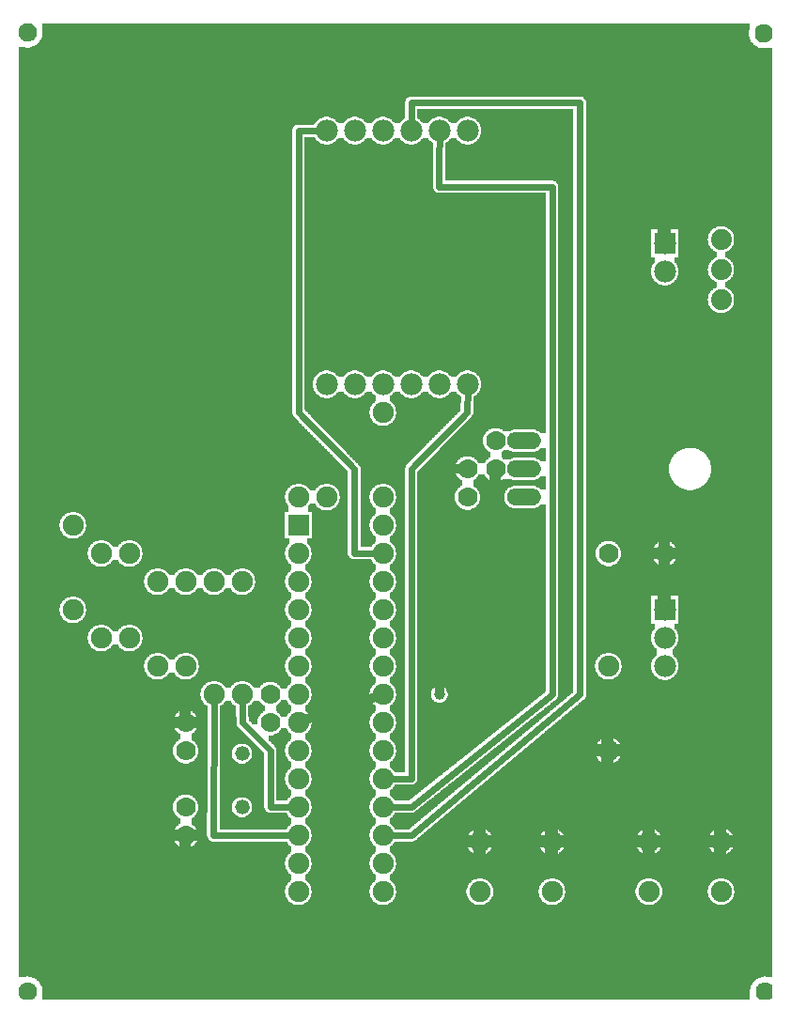
<source format=gtl>
G04 MADE WITH FRITZING*
G04 WWW.FRITZING.ORG*
G04 DOUBLE SIDED*
G04 HOLES PLATED*
G04 CONTOUR ON CENTER OF CONTOUR VECTOR*
%ASAXBY*%
%FSLAX23Y23*%
%MOIN*%
%OFA0B0*%
%SFA1.0B1.0*%
%ADD10C,0.075000*%
%ADD11C,0.039370*%
%ADD12C,0.052000*%
%ADD13C,0.060000*%
%ADD14C,0.074000*%
%ADD15C,0.078000*%
%ADD16C,0.070000*%
%ADD17R,0.075000X0.075000*%
%ADD18R,0.078000X0.078000*%
%ADD19C,0.032000*%
%ADD20C,0.024000*%
%ADD21C,0.000100*%
%ADD22R,0.001000X0.001000*%
%LNCOPPER1*%
G90*
G70*
G54D10*
X1134Y2992D03*
X1747Y3143D03*
X123Y3337D03*
X823Y809D03*
G54D11*
X1532Y1124D03*
G54D10*
X1032Y1724D03*
X1332Y1724D03*
X1032Y1624D03*
X1332Y1624D03*
X1032Y1524D03*
X1332Y1524D03*
X1032Y1424D03*
X1332Y1424D03*
X1032Y1324D03*
X1332Y1324D03*
X1032Y1224D03*
X1332Y1224D03*
X1032Y1124D03*
X1332Y1124D03*
X1032Y1024D03*
X1332Y1024D03*
X1032Y924D03*
X1332Y924D03*
X1032Y824D03*
X1332Y824D03*
X1032Y724D03*
X1332Y724D03*
X1032Y624D03*
X1332Y624D03*
X1032Y524D03*
X1332Y524D03*
X1032Y424D03*
X1332Y424D03*
G54D12*
X832Y914D03*
X832Y724D03*
X832Y914D03*
X832Y724D03*
G54D13*
X1832Y2024D03*
X1832Y1924D03*
X1832Y1824D03*
X1832Y2024D03*
X1832Y1924D03*
X1832Y1824D03*
G54D14*
X2532Y2738D03*
X2532Y2631D03*
X2532Y2524D03*
X2532Y2738D03*
X2532Y2631D03*
X2532Y2524D03*
X2532Y2738D03*
X2532Y2631D03*
X2532Y2524D03*
G54D15*
X2332Y2724D03*
X2332Y2624D03*
X2332Y2724D03*
X2332Y2624D03*
G54D10*
X2532Y425D03*
X2276Y425D03*
X2532Y602D03*
X2276Y602D03*
X1932Y424D03*
X1676Y424D03*
X1932Y601D03*
X1676Y601D03*
X1332Y1824D03*
X1332Y2124D03*
X532Y1224D03*
X532Y1524D03*
X332Y1324D03*
X332Y1624D03*
X732Y1124D03*
X732Y1524D03*
X832Y1124D03*
X832Y1524D03*
X632Y1224D03*
X632Y1524D03*
X432Y1324D03*
X432Y1624D03*
X2132Y924D03*
X2132Y1224D03*
X232Y1424D03*
X232Y1724D03*
G54D15*
X1632Y3124D03*
X1532Y3124D03*
X1432Y3124D03*
X1332Y3124D03*
X1232Y3124D03*
X1132Y3124D03*
X1132Y2224D03*
X1232Y2224D03*
X1332Y2224D03*
X1432Y2224D03*
X1532Y2224D03*
X1632Y2224D03*
X2332Y1424D03*
X2332Y1324D03*
X2332Y1224D03*
G54D16*
X632Y624D03*
X632Y724D03*
X632Y924D03*
X632Y1024D03*
X1632Y1824D03*
X1632Y1924D03*
X932Y1024D03*
X932Y1124D03*
X2132Y1624D03*
X2332Y1624D03*
G54D10*
X1032Y1824D03*
X1132Y1824D03*
G54D16*
X1732Y2024D03*
X1732Y1924D03*
X1732Y2024D03*
X1732Y1924D03*
G54D17*
X1032Y1724D03*
G54D18*
X2332Y2724D03*
X2332Y2724D03*
X2332Y1424D03*
G54D19*
X1532Y1132D02*
X1531Y1923D01*
D02*
X1531Y1923D02*
X1617Y1924D01*
G54D20*
D02*
X1932Y2925D02*
X1932Y1123D01*
D02*
X1531Y2925D02*
X1932Y2925D01*
D02*
X1432Y726D02*
X1349Y724D01*
D02*
X1432Y825D02*
X1349Y824D01*
D02*
X1432Y3223D02*
X2031Y3223D01*
D02*
X2031Y3223D02*
X2031Y1123D01*
D02*
X1432Y3143D02*
X1432Y3223D01*
D02*
X1531Y3025D02*
X1531Y2925D01*
D02*
X1932Y1123D02*
X1432Y726D01*
D02*
X1532Y3105D02*
X1531Y3025D01*
D02*
X1432Y1923D02*
X1432Y825D01*
D02*
X1631Y2125D02*
X1432Y1923D01*
D02*
X1632Y2205D02*
X1631Y2125D01*
D02*
X1432Y623D02*
X1349Y624D01*
D02*
X2031Y1123D02*
X1432Y623D01*
D02*
X1032Y2125D02*
X1230Y1923D01*
D02*
X1032Y3124D02*
X1032Y2125D01*
D02*
X1113Y3124D02*
X1032Y3124D01*
D02*
X1230Y1625D02*
X1314Y1624D01*
D02*
X1230Y1923D02*
X1230Y1625D01*
G54D19*
D02*
X1315Y1119D02*
X1048Y1030D01*
G54D20*
D02*
X1014Y724D02*
X933Y726D01*
D02*
X933Y726D02*
X933Y924D01*
D02*
X933Y924D02*
X833Y1023D01*
D02*
X833Y1023D02*
X832Y1107D01*
D02*
X1014Y624D02*
X731Y623D01*
D02*
X731Y623D02*
X732Y1107D01*
G54D21*
G36*
X56Y3503D02*
X56Y3501D01*
X52Y3501D01*
X52Y3499D01*
X50Y3499D01*
X50Y3497D01*
X48Y3497D01*
X48Y3495D01*
X46Y3495D01*
X46Y3493D01*
X44Y3493D01*
X44Y3491D01*
X42Y3491D01*
X42Y3487D01*
X40Y3487D01*
X40Y3459D01*
X42Y3459D01*
X42Y3455D01*
X44Y3455D01*
X44Y3453D01*
X46Y3453D01*
X46Y3449D01*
X48Y3449D01*
X48Y3447D01*
X52Y3447D01*
X52Y3445D01*
X54Y3445D01*
X54Y3443D01*
X58Y3443D01*
X58Y3441D01*
X84Y3441D01*
X84Y3443D01*
X88Y3443D01*
X88Y3445D01*
X92Y3445D01*
X92Y3447D01*
X94Y3447D01*
X94Y3449D01*
X96Y3449D01*
X96Y3451D01*
X98Y3451D01*
X98Y3455D01*
X100Y3455D01*
X100Y3457D01*
X102Y3457D01*
X102Y3463D01*
X104Y3463D01*
X104Y3483D01*
X102Y3483D01*
X102Y3487D01*
X100Y3487D01*
X100Y3491D01*
X98Y3491D01*
X98Y3493D01*
X96Y3493D01*
X96Y3495D01*
X94Y3495D01*
X94Y3497D01*
X92Y3497D01*
X92Y3499D01*
X90Y3499D01*
X90Y3501D01*
X86Y3501D01*
X86Y3503D01*
X56Y3503D01*
G37*
D02*
G36*
X2670Y3501D02*
X2670Y3499D01*
X2666Y3499D01*
X2666Y3497D01*
X2664Y3497D01*
X2664Y3495D01*
X2660Y3495D01*
X2660Y3493D01*
X2658Y3493D01*
X2658Y3489D01*
X2656Y3489D01*
X2656Y3487D01*
X2654Y3487D01*
X2654Y3483D01*
X2652Y3483D01*
X2652Y3455D01*
X2654Y3455D01*
X2654Y3451D01*
X2656Y3451D01*
X2656Y3449D01*
X2658Y3449D01*
X2658Y3447D01*
X2660Y3447D01*
X2660Y3445D01*
X2662Y3445D01*
X2662Y3443D01*
X2664Y3443D01*
X2664Y3441D01*
X2668Y3441D01*
X2668Y3439D01*
X2672Y3439D01*
X2672Y3437D01*
X2694Y3437D01*
X2694Y3439D01*
X2698Y3439D01*
X2698Y3441D01*
X2702Y3441D01*
X2702Y3443D01*
X2704Y3443D01*
X2704Y3445D01*
X2706Y3445D01*
X2706Y3447D01*
X2708Y3447D01*
X2708Y3449D01*
X2710Y3449D01*
X2710Y3451D01*
X2712Y3451D01*
X2712Y3455D01*
X2714Y3455D01*
X2714Y3485D01*
X2712Y3485D01*
X2712Y3487D01*
X2710Y3487D01*
X2710Y3491D01*
X2708Y3491D01*
X2708Y3493D01*
X2706Y3493D01*
X2706Y3495D01*
X2702Y3495D01*
X2702Y3497D01*
X2700Y3497D01*
X2700Y3499D01*
X2696Y3499D01*
X2696Y3501D01*
X2670Y3501D01*
G37*
D02*
G36*
X1054Y3101D02*
X1054Y3075D01*
X1122Y3075D01*
X1122Y3077D01*
X1114Y3077D01*
X1114Y3079D01*
X1110Y3079D01*
X1110Y3081D01*
X1106Y3081D01*
X1106Y3083D01*
X1104Y3083D01*
X1104Y3085D01*
X1102Y3085D01*
X1102Y3087D01*
X1098Y3087D01*
X1098Y3089D01*
X1096Y3089D01*
X1096Y3091D01*
X1094Y3091D01*
X1094Y3095D01*
X1092Y3095D01*
X1092Y3097D01*
X1090Y3097D01*
X1090Y3101D01*
X1054Y3101D01*
G37*
D02*
G36*
X1172Y3097D02*
X1172Y3095D01*
X1170Y3095D01*
X1170Y3093D01*
X1168Y3093D01*
X1168Y3089D01*
X1166Y3089D01*
X1166Y3087D01*
X1162Y3087D01*
X1162Y3085D01*
X1160Y3085D01*
X1160Y3083D01*
X1156Y3083D01*
X1156Y3081D01*
X1154Y3081D01*
X1154Y3079D01*
X1148Y3079D01*
X1148Y3077D01*
X1142Y3077D01*
X1142Y3075D01*
X1222Y3075D01*
X1222Y3077D01*
X1214Y3077D01*
X1214Y3079D01*
X1210Y3079D01*
X1210Y3081D01*
X1206Y3081D01*
X1206Y3083D01*
X1204Y3083D01*
X1204Y3085D01*
X1202Y3085D01*
X1202Y3087D01*
X1198Y3087D01*
X1198Y3089D01*
X1196Y3089D01*
X1196Y3091D01*
X1194Y3091D01*
X1194Y3095D01*
X1192Y3095D01*
X1192Y3097D01*
X1172Y3097D01*
G37*
D02*
G36*
X1272Y3097D02*
X1272Y3095D01*
X1270Y3095D01*
X1270Y3093D01*
X1268Y3093D01*
X1268Y3089D01*
X1266Y3089D01*
X1266Y3087D01*
X1262Y3087D01*
X1262Y3085D01*
X1260Y3085D01*
X1260Y3083D01*
X1256Y3083D01*
X1256Y3081D01*
X1254Y3081D01*
X1254Y3079D01*
X1248Y3079D01*
X1248Y3077D01*
X1242Y3077D01*
X1242Y3075D01*
X1322Y3075D01*
X1322Y3077D01*
X1314Y3077D01*
X1314Y3079D01*
X1310Y3079D01*
X1310Y3081D01*
X1306Y3081D01*
X1306Y3083D01*
X1304Y3083D01*
X1304Y3085D01*
X1302Y3085D01*
X1302Y3087D01*
X1298Y3087D01*
X1298Y3089D01*
X1296Y3089D01*
X1296Y3091D01*
X1294Y3091D01*
X1294Y3095D01*
X1292Y3095D01*
X1292Y3097D01*
X1272Y3097D01*
G37*
D02*
G36*
X1372Y3097D02*
X1372Y3095D01*
X1370Y3095D01*
X1370Y3093D01*
X1368Y3093D01*
X1368Y3089D01*
X1366Y3089D01*
X1366Y3087D01*
X1362Y3087D01*
X1362Y3085D01*
X1360Y3085D01*
X1360Y3083D01*
X1356Y3083D01*
X1356Y3081D01*
X1354Y3081D01*
X1354Y3079D01*
X1348Y3079D01*
X1348Y3077D01*
X1342Y3077D01*
X1342Y3075D01*
X1422Y3075D01*
X1422Y3077D01*
X1414Y3077D01*
X1414Y3079D01*
X1410Y3079D01*
X1410Y3081D01*
X1406Y3081D01*
X1406Y3083D01*
X1404Y3083D01*
X1404Y3085D01*
X1402Y3085D01*
X1402Y3087D01*
X1398Y3087D01*
X1398Y3089D01*
X1396Y3089D01*
X1396Y3091D01*
X1394Y3091D01*
X1394Y3095D01*
X1392Y3095D01*
X1392Y3097D01*
X1372Y3097D01*
G37*
D02*
G36*
X1472Y3097D02*
X1472Y3095D01*
X1470Y3095D01*
X1470Y3093D01*
X1468Y3093D01*
X1468Y3089D01*
X1466Y3089D01*
X1466Y3087D01*
X1462Y3087D01*
X1462Y3085D01*
X1460Y3085D01*
X1460Y3083D01*
X1456Y3083D01*
X1456Y3081D01*
X1454Y3081D01*
X1454Y3079D01*
X1448Y3079D01*
X1448Y3077D01*
X1442Y3077D01*
X1442Y3075D01*
X1510Y3075D01*
X1510Y3081D01*
X1506Y3081D01*
X1506Y3083D01*
X1504Y3083D01*
X1504Y3085D01*
X1502Y3085D01*
X1502Y3087D01*
X1498Y3087D01*
X1498Y3089D01*
X1496Y3089D01*
X1496Y3091D01*
X1494Y3091D01*
X1494Y3095D01*
X1492Y3095D01*
X1492Y3097D01*
X1472Y3097D01*
G37*
D02*
G36*
X1054Y3075D02*
X1054Y3073D01*
X1510Y3073D01*
X1510Y3075D01*
X1054Y3075D01*
G37*
D02*
G36*
X1054Y3075D02*
X1054Y3073D01*
X1510Y3073D01*
X1510Y3075D01*
X1054Y3075D01*
G37*
D02*
G36*
X1054Y3075D02*
X1054Y3073D01*
X1510Y3073D01*
X1510Y3075D01*
X1054Y3075D01*
G37*
D02*
G36*
X1054Y3075D02*
X1054Y3073D01*
X1510Y3073D01*
X1510Y3075D01*
X1054Y3075D01*
G37*
D02*
G36*
X1054Y3075D02*
X1054Y3073D01*
X1510Y3073D01*
X1510Y3075D01*
X1054Y3075D01*
G37*
D02*
G36*
X1054Y3073D02*
X1054Y2273D01*
X1640Y2273D01*
X1640Y2271D01*
X1648Y2271D01*
X1648Y2269D01*
X1652Y2269D01*
X1652Y2267D01*
X1656Y2267D01*
X1656Y2265D01*
X1660Y2265D01*
X1660Y2263D01*
X1662Y2263D01*
X1662Y2261D01*
X1664Y2261D01*
X1664Y2259D01*
X1666Y2259D01*
X1666Y2257D01*
X1668Y2257D01*
X1668Y2255D01*
X1670Y2255D01*
X1670Y2253D01*
X1672Y2253D01*
X1672Y2251D01*
X1674Y2251D01*
X1674Y2247D01*
X1676Y2247D01*
X1676Y2243D01*
X1678Y2243D01*
X1678Y2237D01*
X1680Y2237D01*
X1680Y2211D01*
X1678Y2211D01*
X1678Y2205D01*
X1676Y2205D01*
X1676Y2201D01*
X1674Y2201D01*
X1674Y2197D01*
X1672Y2197D01*
X1672Y2195D01*
X1670Y2195D01*
X1670Y2193D01*
X1668Y2193D01*
X1668Y2189D01*
X1666Y2189D01*
X1666Y2187D01*
X1662Y2187D01*
X1662Y2185D01*
X1660Y2185D01*
X1660Y2183D01*
X1656Y2183D01*
X1656Y2181D01*
X1654Y2181D01*
X1654Y2157D01*
X1652Y2157D01*
X1652Y2117D01*
X1650Y2117D01*
X1650Y2113D01*
X1648Y2113D01*
X1648Y2109D01*
X1646Y2109D01*
X1646Y2107D01*
X1644Y2107D01*
X1644Y2105D01*
X1642Y2105D01*
X1642Y2103D01*
X1640Y2103D01*
X1640Y2101D01*
X1638Y2101D01*
X1638Y2099D01*
X1636Y2099D01*
X1636Y2097D01*
X1634Y2097D01*
X1634Y2095D01*
X1632Y2095D01*
X1632Y2093D01*
X1630Y2093D01*
X1630Y2091D01*
X1628Y2091D01*
X1628Y2089D01*
X1626Y2089D01*
X1626Y2087D01*
X1624Y2087D01*
X1624Y2085D01*
X1622Y2085D01*
X1622Y2083D01*
X1620Y2083D01*
X1620Y2081D01*
X1618Y2081D01*
X1618Y2079D01*
X1616Y2079D01*
X1616Y2077D01*
X1614Y2077D01*
X1614Y2075D01*
X1612Y2075D01*
X1612Y2073D01*
X1610Y2073D01*
X1610Y2071D01*
X1608Y2071D01*
X1608Y2069D01*
X1740Y2069D01*
X1740Y2067D01*
X1748Y2067D01*
X1748Y2065D01*
X1752Y2065D01*
X1752Y2063D01*
X1872Y2063D01*
X1872Y2061D01*
X1878Y2061D01*
X1878Y2059D01*
X1882Y2059D01*
X1882Y2057D01*
X1886Y2057D01*
X1886Y2055D01*
X1888Y2055D01*
X1888Y2053D01*
X1890Y2053D01*
X1890Y2051D01*
X1910Y2051D01*
X1910Y2903D01*
X1526Y2903D01*
X1526Y2905D01*
X1520Y2905D01*
X1520Y2907D01*
X1518Y2907D01*
X1518Y2909D01*
X1516Y2909D01*
X1516Y2911D01*
X1514Y2911D01*
X1514Y2913D01*
X1512Y2913D01*
X1512Y2917D01*
X1510Y2917D01*
X1510Y3073D01*
X1054Y3073D01*
G37*
D02*
G36*
X1054Y2273D02*
X1054Y2175D01*
X1122Y2175D01*
X1122Y2177D01*
X1114Y2177D01*
X1114Y2179D01*
X1110Y2179D01*
X1110Y2181D01*
X1106Y2181D01*
X1106Y2183D01*
X1104Y2183D01*
X1104Y2185D01*
X1102Y2185D01*
X1102Y2187D01*
X1098Y2187D01*
X1098Y2189D01*
X1096Y2189D01*
X1096Y2191D01*
X1094Y2191D01*
X1094Y2195D01*
X1092Y2195D01*
X1092Y2197D01*
X1090Y2197D01*
X1090Y2201D01*
X1088Y2201D01*
X1088Y2205D01*
X1086Y2205D01*
X1086Y2211D01*
X1084Y2211D01*
X1084Y2221D01*
X1082Y2221D01*
X1082Y2227D01*
X1084Y2227D01*
X1084Y2237D01*
X1086Y2237D01*
X1086Y2243D01*
X1088Y2243D01*
X1088Y2247D01*
X1090Y2247D01*
X1090Y2251D01*
X1092Y2251D01*
X1092Y2253D01*
X1094Y2253D01*
X1094Y2255D01*
X1096Y2255D01*
X1096Y2259D01*
X1100Y2259D01*
X1100Y2261D01*
X1102Y2261D01*
X1102Y2263D01*
X1104Y2263D01*
X1104Y2265D01*
X1108Y2265D01*
X1108Y2267D01*
X1112Y2267D01*
X1112Y2269D01*
X1116Y2269D01*
X1116Y2271D01*
X1124Y2271D01*
X1124Y2273D01*
X1054Y2273D01*
G37*
D02*
G36*
X1140Y2273D02*
X1140Y2271D01*
X1148Y2271D01*
X1148Y2269D01*
X1152Y2269D01*
X1152Y2267D01*
X1156Y2267D01*
X1156Y2265D01*
X1160Y2265D01*
X1160Y2263D01*
X1162Y2263D01*
X1162Y2261D01*
X1164Y2261D01*
X1164Y2259D01*
X1166Y2259D01*
X1166Y2257D01*
X1168Y2257D01*
X1168Y2255D01*
X1170Y2255D01*
X1170Y2253D01*
X1172Y2253D01*
X1172Y2251D01*
X1192Y2251D01*
X1192Y2253D01*
X1194Y2253D01*
X1194Y2255D01*
X1196Y2255D01*
X1196Y2259D01*
X1200Y2259D01*
X1200Y2261D01*
X1202Y2261D01*
X1202Y2263D01*
X1204Y2263D01*
X1204Y2265D01*
X1208Y2265D01*
X1208Y2267D01*
X1212Y2267D01*
X1212Y2269D01*
X1216Y2269D01*
X1216Y2271D01*
X1224Y2271D01*
X1224Y2273D01*
X1140Y2273D01*
G37*
D02*
G36*
X1240Y2273D02*
X1240Y2271D01*
X1248Y2271D01*
X1248Y2269D01*
X1252Y2269D01*
X1252Y2267D01*
X1256Y2267D01*
X1256Y2265D01*
X1260Y2265D01*
X1260Y2263D01*
X1262Y2263D01*
X1262Y2261D01*
X1264Y2261D01*
X1264Y2259D01*
X1266Y2259D01*
X1266Y2257D01*
X1268Y2257D01*
X1268Y2255D01*
X1270Y2255D01*
X1270Y2253D01*
X1272Y2253D01*
X1272Y2251D01*
X1292Y2251D01*
X1292Y2253D01*
X1294Y2253D01*
X1294Y2255D01*
X1296Y2255D01*
X1296Y2259D01*
X1300Y2259D01*
X1300Y2261D01*
X1302Y2261D01*
X1302Y2263D01*
X1304Y2263D01*
X1304Y2265D01*
X1308Y2265D01*
X1308Y2267D01*
X1312Y2267D01*
X1312Y2269D01*
X1316Y2269D01*
X1316Y2271D01*
X1324Y2271D01*
X1324Y2273D01*
X1240Y2273D01*
G37*
D02*
G36*
X1340Y2273D02*
X1340Y2271D01*
X1348Y2271D01*
X1348Y2269D01*
X1352Y2269D01*
X1352Y2267D01*
X1356Y2267D01*
X1356Y2265D01*
X1360Y2265D01*
X1360Y2263D01*
X1362Y2263D01*
X1362Y2261D01*
X1364Y2261D01*
X1364Y2259D01*
X1366Y2259D01*
X1366Y2257D01*
X1368Y2257D01*
X1368Y2255D01*
X1370Y2255D01*
X1370Y2253D01*
X1372Y2253D01*
X1372Y2251D01*
X1392Y2251D01*
X1392Y2253D01*
X1394Y2253D01*
X1394Y2255D01*
X1396Y2255D01*
X1396Y2259D01*
X1400Y2259D01*
X1400Y2261D01*
X1402Y2261D01*
X1402Y2263D01*
X1404Y2263D01*
X1404Y2265D01*
X1408Y2265D01*
X1408Y2267D01*
X1412Y2267D01*
X1412Y2269D01*
X1416Y2269D01*
X1416Y2271D01*
X1424Y2271D01*
X1424Y2273D01*
X1340Y2273D01*
G37*
D02*
G36*
X1440Y2273D02*
X1440Y2271D01*
X1448Y2271D01*
X1448Y2269D01*
X1452Y2269D01*
X1452Y2267D01*
X1456Y2267D01*
X1456Y2265D01*
X1460Y2265D01*
X1460Y2263D01*
X1462Y2263D01*
X1462Y2261D01*
X1464Y2261D01*
X1464Y2259D01*
X1466Y2259D01*
X1466Y2257D01*
X1468Y2257D01*
X1468Y2255D01*
X1470Y2255D01*
X1470Y2253D01*
X1472Y2253D01*
X1472Y2251D01*
X1492Y2251D01*
X1492Y2253D01*
X1494Y2253D01*
X1494Y2255D01*
X1496Y2255D01*
X1496Y2259D01*
X1500Y2259D01*
X1500Y2261D01*
X1502Y2261D01*
X1502Y2263D01*
X1504Y2263D01*
X1504Y2265D01*
X1508Y2265D01*
X1508Y2267D01*
X1512Y2267D01*
X1512Y2269D01*
X1516Y2269D01*
X1516Y2271D01*
X1524Y2271D01*
X1524Y2273D01*
X1440Y2273D01*
G37*
D02*
G36*
X1540Y2273D02*
X1540Y2271D01*
X1548Y2271D01*
X1548Y2269D01*
X1552Y2269D01*
X1552Y2267D01*
X1556Y2267D01*
X1556Y2265D01*
X1560Y2265D01*
X1560Y2263D01*
X1562Y2263D01*
X1562Y2261D01*
X1564Y2261D01*
X1564Y2259D01*
X1566Y2259D01*
X1566Y2257D01*
X1568Y2257D01*
X1568Y2255D01*
X1570Y2255D01*
X1570Y2253D01*
X1572Y2253D01*
X1572Y2251D01*
X1592Y2251D01*
X1592Y2253D01*
X1594Y2253D01*
X1594Y2255D01*
X1596Y2255D01*
X1596Y2259D01*
X1600Y2259D01*
X1600Y2261D01*
X1602Y2261D01*
X1602Y2263D01*
X1604Y2263D01*
X1604Y2265D01*
X1608Y2265D01*
X1608Y2267D01*
X1612Y2267D01*
X1612Y2269D01*
X1616Y2269D01*
X1616Y2271D01*
X1624Y2271D01*
X1624Y2273D01*
X1540Y2273D01*
G37*
D02*
G36*
X1172Y2197D02*
X1172Y2195D01*
X1170Y2195D01*
X1170Y2193D01*
X1168Y2193D01*
X1168Y2189D01*
X1166Y2189D01*
X1166Y2187D01*
X1162Y2187D01*
X1162Y2185D01*
X1160Y2185D01*
X1160Y2183D01*
X1156Y2183D01*
X1156Y2181D01*
X1154Y2181D01*
X1154Y2179D01*
X1148Y2179D01*
X1148Y2177D01*
X1142Y2177D01*
X1142Y2175D01*
X1222Y2175D01*
X1222Y2177D01*
X1214Y2177D01*
X1214Y2179D01*
X1210Y2179D01*
X1210Y2181D01*
X1206Y2181D01*
X1206Y2183D01*
X1204Y2183D01*
X1204Y2185D01*
X1202Y2185D01*
X1202Y2187D01*
X1198Y2187D01*
X1198Y2189D01*
X1196Y2189D01*
X1196Y2191D01*
X1194Y2191D01*
X1194Y2195D01*
X1192Y2195D01*
X1192Y2197D01*
X1172Y2197D01*
G37*
D02*
G36*
X1272Y2197D02*
X1272Y2195D01*
X1270Y2195D01*
X1270Y2193D01*
X1268Y2193D01*
X1268Y2189D01*
X1266Y2189D01*
X1266Y2187D01*
X1262Y2187D01*
X1262Y2185D01*
X1260Y2185D01*
X1260Y2183D01*
X1256Y2183D01*
X1256Y2181D01*
X1254Y2181D01*
X1254Y2179D01*
X1248Y2179D01*
X1248Y2177D01*
X1242Y2177D01*
X1242Y2175D01*
X1306Y2175D01*
X1306Y2183D01*
X1304Y2183D01*
X1304Y2185D01*
X1302Y2185D01*
X1302Y2187D01*
X1298Y2187D01*
X1298Y2189D01*
X1296Y2189D01*
X1296Y2191D01*
X1294Y2191D01*
X1294Y2195D01*
X1292Y2195D01*
X1292Y2197D01*
X1272Y2197D01*
G37*
D02*
G36*
X1372Y2197D02*
X1372Y2195D01*
X1370Y2195D01*
X1370Y2193D01*
X1368Y2193D01*
X1368Y2189D01*
X1366Y2189D01*
X1366Y2187D01*
X1362Y2187D01*
X1362Y2185D01*
X1360Y2185D01*
X1360Y2183D01*
X1356Y2183D01*
X1356Y2175D01*
X1422Y2175D01*
X1422Y2177D01*
X1414Y2177D01*
X1414Y2179D01*
X1410Y2179D01*
X1410Y2181D01*
X1406Y2181D01*
X1406Y2183D01*
X1404Y2183D01*
X1404Y2185D01*
X1402Y2185D01*
X1402Y2187D01*
X1398Y2187D01*
X1398Y2189D01*
X1396Y2189D01*
X1396Y2191D01*
X1394Y2191D01*
X1394Y2195D01*
X1392Y2195D01*
X1392Y2197D01*
X1372Y2197D01*
G37*
D02*
G36*
X1472Y2197D02*
X1472Y2195D01*
X1470Y2195D01*
X1470Y2193D01*
X1468Y2193D01*
X1468Y2189D01*
X1466Y2189D01*
X1466Y2187D01*
X1462Y2187D01*
X1462Y2185D01*
X1460Y2185D01*
X1460Y2183D01*
X1456Y2183D01*
X1456Y2181D01*
X1454Y2181D01*
X1454Y2179D01*
X1448Y2179D01*
X1448Y2177D01*
X1442Y2177D01*
X1442Y2175D01*
X1522Y2175D01*
X1522Y2177D01*
X1514Y2177D01*
X1514Y2179D01*
X1510Y2179D01*
X1510Y2181D01*
X1506Y2181D01*
X1506Y2183D01*
X1504Y2183D01*
X1504Y2185D01*
X1502Y2185D01*
X1502Y2187D01*
X1498Y2187D01*
X1498Y2189D01*
X1496Y2189D01*
X1496Y2191D01*
X1494Y2191D01*
X1494Y2195D01*
X1492Y2195D01*
X1492Y2197D01*
X1472Y2197D01*
G37*
D02*
G36*
X1572Y2197D02*
X1572Y2195D01*
X1570Y2195D01*
X1570Y2193D01*
X1568Y2193D01*
X1568Y2189D01*
X1566Y2189D01*
X1566Y2187D01*
X1562Y2187D01*
X1562Y2185D01*
X1560Y2185D01*
X1560Y2183D01*
X1556Y2183D01*
X1556Y2181D01*
X1554Y2181D01*
X1554Y2179D01*
X1548Y2179D01*
X1548Y2177D01*
X1542Y2177D01*
X1542Y2175D01*
X1610Y2175D01*
X1610Y2181D01*
X1606Y2181D01*
X1606Y2183D01*
X1604Y2183D01*
X1604Y2185D01*
X1602Y2185D01*
X1602Y2187D01*
X1598Y2187D01*
X1598Y2189D01*
X1596Y2189D01*
X1596Y2191D01*
X1594Y2191D01*
X1594Y2195D01*
X1592Y2195D01*
X1592Y2197D01*
X1572Y2197D01*
G37*
D02*
G36*
X1054Y2175D02*
X1054Y2173D01*
X1306Y2173D01*
X1306Y2175D01*
X1054Y2175D01*
G37*
D02*
G36*
X1054Y2175D02*
X1054Y2173D01*
X1306Y2173D01*
X1306Y2175D01*
X1054Y2175D01*
G37*
D02*
G36*
X1054Y2175D02*
X1054Y2173D01*
X1306Y2173D01*
X1306Y2175D01*
X1054Y2175D01*
G37*
D02*
G36*
X1356Y2175D02*
X1356Y2173D01*
X1610Y2173D01*
X1610Y2175D01*
X1356Y2175D01*
G37*
D02*
G36*
X1356Y2175D02*
X1356Y2173D01*
X1610Y2173D01*
X1610Y2175D01*
X1356Y2175D01*
G37*
D02*
G36*
X1356Y2175D02*
X1356Y2173D01*
X1610Y2173D01*
X1610Y2175D01*
X1356Y2175D01*
G37*
D02*
G36*
X1054Y2173D02*
X1054Y2133D01*
X1056Y2133D01*
X1056Y2131D01*
X1058Y2131D01*
X1058Y2129D01*
X1060Y2129D01*
X1060Y2127D01*
X1062Y2127D01*
X1062Y2125D01*
X1064Y2125D01*
X1064Y2123D01*
X1066Y2123D01*
X1066Y2121D01*
X1068Y2121D01*
X1068Y2119D01*
X1070Y2119D01*
X1070Y2117D01*
X1072Y2117D01*
X1072Y2115D01*
X1074Y2115D01*
X1074Y2113D01*
X1076Y2113D01*
X1076Y2109D01*
X1078Y2109D01*
X1078Y2107D01*
X1080Y2107D01*
X1080Y2105D01*
X1082Y2105D01*
X1082Y2103D01*
X1084Y2103D01*
X1084Y2101D01*
X1086Y2101D01*
X1086Y2099D01*
X1088Y2099D01*
X1088Y2097D01*
X1090Y2097D01*
X1090Y2095D01*
X1092Y2095D01*
X1092Y2093D01*
X1094Y2093D01*
X1094Y2091D01*
X1096Y2091D01*
X1096Y2089D01*
X1098Y2089D01*
X1098Y2087D01*
X1100Y2087D01*
X1100Y2085D01*
X1102Y2085D01*
X1102Y2083D01*
X1104Y2083D01*
X1104Y2081D01*
X1106Y2081D01*
X1106Y2079D01*
X1108Y2079D01*
X1108Y2077D01*
X1320Y2077D01*
X1320Y2079D01*
X1314Y2079D01*
X1314Y2081D01*
X1310Y2081D01*
X1310Y2083D01*
X1306Y2083D01*
X1306Y2085D01*
X1304Y2085D01*
X1304Y2087D01*
X1300Y2087D01*
X1300Y2089D01*
X1298Y2089D01*
X1298Y2091D01*
X1296Y2091D01*
X1296Y2095D01*
X1294Y2095D01*
X1294Y2097D01*
X1292Y2097D01*
X1292Y2101D01*
X1290Y2101D01*
X1290Y2103D01*
X1288Y2103D01*
X1288Y2109D01*
X1286Y2109D01*
X1286Y2117D01*
X1284Y2117D01*
X1284Y2131D01*
X1286Y2131D01*
X1286Y2139D01*
X1288Y2139D01*
X1288Y2143D01*
X1290Y2143D01*
X1290Y2147D01*
X1292Y2147D01*
X1292Y2151D01*
X1294Y2151D01*
X1294Y2153D01*
X1296Y2153D01*
X1296Y2155D01*
X1298Y2155D01*
X1298Y2157D01*
X1300Y2157D01*
X1300Y2159D01*
X1302Y2159D01*
X1302Y2161D01*
X1304Y2161D01*
X1304Y2163D01*
X1306Y2163D01*
X1306Y2173D01*
X1054Y2173D01*
G37*
D02*
G36*
X1356Y2173D02*
X1356Y2163D01*
X1360Y2163D01*
X1360Y2161D01*
X1362Y2161D01*
X1362Y2159D01*
X1364Y2159D01*
X1364Y2157D01*
X1366Y2157D01*
X1366Y2155D01*
X1368Y2155D01*
X1368Y2153D01*
X1370Y2153D01*
X1370Y2151D01*
X1372Y2151D01*
X1372Y2147D01*
X1374Y2147D01*
X1374Y2143D01*
X1376Y2143D01*
X1376Y2137D01*
X1378Y2137D01*
X1378Y2129D01*
X1380Y2129D01*
X1380Y2119D01*
X1378Y2119D01*
X1378Y2111D01*
X1376Y2111D01*
X1376Y2105D01*
X1374Y2105D01*
X1374Y2101D01*
X1372Y2101D01*
X1372Y2097D01*
X1370Y2097D01*
X1370Y2095D01*
X1368Y2095D01*
X1368Y2093D01*
X1366Y2093D01*
X1366Y2089D01*
X1362Y2089D01*
X1362Y2087D01*
X1360Y2087D01*
X1360Y2085D01*
X1358Y2085D01*
X1358Y2083D01*
X1354Y2083D01*
X1354Y2081D01*
X1350Y2081D01*
X1350Y2079D01*
X1344Y2079D01*
X1344Y2077D01*
X1554Y2077D01*
X1554Y2079D01*
X1556Y2079D01*
X1556Y2081D01*
X1558Y2081D01*
X1558Y2083D01*
X1560Y2083D01*
X1560Y2085D01*
X1562Y2085D01*
X1562Y2087D01*
X1564Y2087D01*
X1564Y2089D01*
X1566Y2089D01*
X1566Y2091D01*
X1568Y2091D01*
X1568Y2093D01*
X1570Y2093D01*
X1570Y2095D01*
X1572Y2095D01*
X1572Y2097D01*
X1574Y2097D01*
X1574Y2099D01*
X1576Y2099D01*
X1576Y2101D01*
X1578Y2101D01*
X1578Y2103D01*
X1580Y2103D01*
X1580Y2105D01*
X1582Y2105D01*
X1582Y2107D01*
X1584Y2107D01*
X1584Y2109D01*
X1586Y2109D01*
X1586Y2111D01*
X1588Y2111D01*
X1588Y2113D01*
X1590Y2113D01*
X1590Y2115D01*
X1592Y2115D01*
X1592Y2117D01*
X1594Y2117D01*
X1594Y2119D01*
X1596Y2119D01*
X1596Y2121D01*
X1598Y2121D01*
X1598Y2123D01*
X1600Y2123D01*
X1600Y2125D01*
X1602Y2125D01*
X1602Y2127D01*
X1604Y2127D01*
X1604Y2129D01*
X1606Y2129D01*
X1606Y2131D01*
X1608Y2131D01*
X1608Y2159D01*
X1610Y2159D01*
X1610Y2173D01*
X1356Y2173D01*
G37*
D02*
G36*
X1110Y2077D02*
X1110Y2075D01*
X1552Y2075D01*
X1552Y2077D01*
X1110Y2077D01*
G37*
D02*
G36*
X1110Y2077D02*
X1110Y2075D01*
X1552Y2075D01*
X1552Y2077D01*
X1110Y2077D01*
G37*
D02*
G36*
X1112Y2075D02*
X1112Y2073D01*
X1114Y2073D01*
X1114Y2071D01*
X1116Y2071D01*
X1116Y2069D01*
X1118Y2069D01*
X1118Y2067D01*
X1120Y2067D01*
X1120Y2065D01*
X1122Y2065D01*
X1122Y2063D01*
X1124Y2063D01*
X1124Y2061D01*
X1126Y2061D01*
X1126Y2059D01*
X1128Y2059D01*
X1128Y2057D01*
X1130Y2057D01*
X1130Y2055D01*
X1132Y2055D01*
X1132Y2053D01*
X1134Y2053D01*
X1134Y2051D01*
X1136Y2051D01*
X1136Y2049D01*
X1138Y2049D01*
X1138Y2047D01*
X1140Y2047D01*
X1140Y2045D01*
X1142Y2045D01*
X1142Y2043D01*
X1144Y2043D01*
X1144Y2041D01*
X1146Y2041D01*
X1146Y2039D01*
X1148Y2039D01*
X1148Y2037D01*
X1150Y2037D01*
X1150Y2035D01*
X1152Y2035D01*
X1152Y2033D01*
X1154Y2033D01*
X1154Y2031D01*
X1156Y2031D01*
X1156Y2029D01*
X1158Y2029D01*
X1158Y2027D01*
X1160Y2027D01*
X1160Y2025D01*
X1162Y2025D01*
X1162Y2023D01*
X1164Y2023D01*
X1164Y2021D01*
X1166Y2021D01*
X1166Y2019D01*
X1168Y2019D01*
X1168Y2017D01*
X1170Y2017D01*
X1170Y2015D01*
X1172Y2015D01*
X1172Y2013D01*
X1174Y2013D01*
X1174Y2011D01*
X1176Y2011D01*
X1176Y2009D01*
X1178Y2009D01*
X1178Y2007D01*
X1180Y2007D01*
X1180Y2005D01*
X1182Y2005D01*
X1182Y2003D01*
X1184Y2003D01*
X1184Y2001D01*
X1186Y2001D01*
X1186Y1999D01*
X1188Y1999D01*
X1188Y1997D01*
X1190Y1997D01*
X1190Y1995D01*
X1192Y1995D01*
X1192Y1993D01*
X1194Y1993D01*
X1194Y1991D01*
X1196Y1991D01*
X1196Y1989D01*
X1198Y1989D01*
X1198Y1987D01*
X1200Y1987D01*
X1200Y1985D01*
X1202Y1985D01*
X1202Y1981D01*
X1204Y1981D01*
X1204Y1979D01*
X1206Y1979D01*
X1206Y1977D01*
X1208Y1977D01*
X1208Y1975D01*
X1210Y1975D01*
X1210Y1973D01*
X1212Y1973D01*
X1212Y1971D01*
X1214Y1971D01*
X1214Y1969D01*
X1216Y1969D01*
X1216Y1967D01*
X1218Y1967D01*
X1218Y1965D01*
X1220Y1965D01*
X1220Y1963D01*
X1222Y1963D01*
X1222Y1961D01*
X1224Y1961D01*
X1224Y1959D01*
X1226Y1959D01*
X1226Y1957D01*
X1228Y1957D01*
X1228Y1955D01*
X1230Y1955D01*
X1230Y1953D01*
X1232Y1953D01*
X1232Y1951D01*
X1234Y1951D01*
X1234Y1949D01*
X1236Y1949D01*
X1236Y1947D01*
X1238Y1947D01*
X1238Y1945D01*
X1240Y1945D01*
X1240Y1943D01*
X1242Y1943D01*
X1242Y1941D01*
X1244Y1941D01*
X1244Y1939D01*
X1246Y1939D01*
X1246Y1937D01*
X1248Y1937D01*
X1248Y1935D01*
X1250Y1935D01*
X1250Y1931D01*
X1252Y1931D01*
X1252Y1871D01*
X1342Y1871D01*
X1342Y1869D01*
X1348Y1869D01*
X1348Y1867D01*
X1354Y1867D01*
X1354Y1865D01*
X1356Y1865D01*
X1356Y1863D01*
X1360Y1863D01*
X1360Y1861D01*
X1362Y1861D01*
X1362Y1859D01*
X1364Y1859D01*
X1364Y1857D01*
X1366Y1857D01*
X1366Y1855D01*
X1368Y1855D01*
X1368Y1853D01*
X1370Y1853D01*
X1370Y1851D01*
X1372Y1851D01*
X1372Y1847D01*
X1374Y1847D01*
X1374Y1843D01*
X1376Y1843D01*
X1376Y1837D01*
X1378Y1837D01*
X1378Y1829D01*
X1380Y1829D01*
X1380Y1819D01*
X1378Y1819D01*
X1378Y1811D01*
X1376Y1811D01*
X1376Y1805D01*
X1374Y1805D01*
X1374Y1801D01*
X1372Y1801D01*
X1372Y1797D01*
X1370Y1797D01*
X1370Y1795D01*
X1368Y1795D01*
X1368Y1793D01*
X1366Y1793D01*
X1366Y1789D01*
X1362Y1789D01*
X1362Y1787D01*
X1360Y1787D01*
X1360Y1785D01*
X1358Y1785D01*
X1358Y1783D01*
X1356Y1783D01*
X1356Y1763D01*
X1360Y1763D01*
X1360Y1761D01*
X1362Y1761D01*
X1362Y1759D01*
X1364Y1759D01*
X1364Y1757D01*
X1366Y1757D01*
X1366Y1755D01*
X1368Y1755D01*
X1368Y1753D01*
X1370Y1753D01*
X1370Y1751D01*
X1372Y1751D01*
X1372Y1747D01*
X1374Y1747D01*
X1374Y1743D01*
X1376Y1743D01*
X1376Y1737D01*
X1378Y1737D01*
X1378Y1729D01*
X1380Y1729D01*
X1380Y1719D01*
X1378Y1719D01*
X1378Y1711D01*
X1376Y1711D01*
X1376Y1705D01*
X1374Y1705D01*
X1374Y1701D01*
X1372Y1701D01*
X1372Y1697D01*
X1370Y1697D01*
X1370Y1695D01*
X1368Y1695D01*
X1368Y1693D01*
X1366Y1693D01*
X1366Y1689D01*
X1362Y1689D01*
X1362Y1687D01*
X1360Y1687D01*
X1360Y1685D01*
X1358Y1685D01*
X1358Y1683D01*
X1356Y1683D01*
X1356Y1663D01*
X1360Y1663D01*
X1360Y1661D01*
X1362Y1661D01*
X1362Y1659D01*
X1364Y1659D01*
X1364Y1657D01*
X1366Y1657D01*
X1366Y1655D01*
X1368Y1655D01*
X1368Y1653D01*
X1370Y1653D01*
X1370Y1651D01*
X1372Y1651D01*
X1372Y1647D01*
X1374Y1647D01*
X1374Y1643D01*
X1376Y1643D01*
X1376Y1637D01*
X1378Y1637D01*
X1378Y1629D01*
X1380Y1629D01*
X1380Y1619D01*
X1378Y1619D01*
X1378Y1611D01*
X1376Y1611D01*
X1376Y1605D01*
X1374Y1605D01*
X1374Y1601D01*
X1372Y1601D01*
X1372Y1597D01*
X1370Y1597D01*
X1370Y1595D01*
X1368Y1595D01*
X1368Y1593D01*
X1366Y1593D01*
X1366Y1589D01*
X1362Y1589D01*
X1362Y1587D01*
X1360Y1587D01*
X1360Y1585D01*
X1358Y1585D01*
X1358Y1583D01*
X1356Y1583D01*
X1356Y1563D01*
X1360Y1563D01*
X1360Y1561D01*
X1362Y1561D01*
X1362Y1559D01*
X1364Y1559D01*
X1364Y1557D01*
X1366Y1557D01*
X1366Y1555D01*
X1368Y1555D01*
X1368Y1553D01*
X1370Y1553D01*
X1370Y1551D01*
X1372Y1551D01*
X1372Y1547D01*
X1374Y1547D01*
X1374Y1543D01*
X1376Y1543D01*
X1376Y1537D01*
X1378Y1537D01*
X1378Y1529D01*
X1380Y1529D01*
X1380Y1519D01*
X1378Y1519D01*
X1378Y1511D01*
X1376Y1511D01*
X1376Y1505D01*
X1374Y1505D01*
X1374Y1501D01*
X1372Y1501D01*
X1372Y1497D01*
X1370Y1497D01*
X1370Y1495D01*
X1368Y1495D01*
X1368Y1493D01*
X1366Y1493D01*
X1366Y1489D01*
X1362Y1489D01*
X1362Y1487D01*
X1360Y1487D01*
X1360Y1485D01*
X1358Y1485D01*
X1358Y1483D01*
X1356Y1483D01*
X1356Y1463D01*
X1360Y1463D01*
X1360Y1461D01*
X1362Y1461D01*
X1362Y1459D01*
X1364Y1459D01*
X1364Y1457D01*
X1366Y1457D01*
X1366Y1455D01*
X1368Y1455D01*
X1368Y1453D01*
X1370Y1453D01*
X1370Y1451D01*
X1372Y1451D01*
X1372Y1447D01*
X1374Y1447D01*
X1374Y1443D01*
X1376Y1443D01*
X1376Y1437D01*
X1378Y1437D01*
X1378Y1429D01*
X1380Y1429D01*
X1380Y1419D01*
X1378Y1419D01*
X1378Y1411D01*
X1376Y1411D01*
X1376Y1405D01*
X1374Y1405D01*
X1374Y1401D01*
X1372Y1401D01*
X1372Y1397D01*
X1370Y1397D01*
X1370Y1395D01*
X1368Y1395D01*
X1368Y1393D01*
X1366Y1393D01*
X1366Y1389D01*
X1362Y1389D01*
X1362Y1387D01*
X1360Y1387D01*
X1360Y1385D01*
X1358Y1385D01*
X1358Y1383D01*
X1356Y1383D01*
X1356Y1363D01*
X1360Y1363D01*
X1360Y1361D01*
X1362Y1361D01*
X1362Y1359D01*
X1364Y1359D01*
X1364Y1357D01*
X1366Y1357D01*
X1366Y1355D01*
X1368Y1355D01*
X1368Y1353D01*
X1370Y1353D01*
X1370Y1351D01*
X1372Y1351D01*
X1372Y1347D01*
X1374Y1347D01*
X1374Y1343D01*
X1376Y1343D01*
X1376Y1337D01*
X1378Y1337D01*
X1378Y1329D01*
X1380Y1329D01*
X1380Y1319D01*
X1378Y1319D01*
X1378Y1311D01*
X1376Y1311D01*
X1376Y1305D01*
X1374Y1305D01*
X1374Y1301D01*
X1372Y1301D01*
X1372Y1297D01*
X1370Y1297D01*
X1370Y1295D01*
X1368Y1295D01*
X1368Y1293D01*
X1366Y1293D01*
X1366Y1289D01*
X1362Y1289D01*
X1362Y1287D01*
X1360Y1287D01*
X1360Y1285D01*
X1358Y1285D01*
X1358Y1283D01*
X1356Y1283D01*
X1356Y1263D01*
X1360Y1263D01*
X1360Y1261D01*
X1362Y1261D01*
X1362Y1259D01*
X1364Y1259D01*
X1364Y1257D01*
X1366Y1257D01*
X1366Y1255D01*
X1368Y1255D01*
X1368Y1253D01*
X1370Y1253D01*
X1370Y1251D01*
X1372Y1251D01*
X1372Y1247D01*
X1374Y1247D01*
X1374Y1243D01*
X1376Y1243D01*
X1376Y1237D01*
X1378Y1237D01*
X1378Y1229D01*
X1380Y1229D01*
X1380Y1219D01*
X1378Y1219D01*
X1378Y1211D01*
X1376Y1211D01*
X1376Y1205D01*
X1374Y1205D01*
X1374Y1201D01*
X1372Y1201D01*
X1372Y1197D01*
X1370Y1197D01*
X1370Y1195D01*
X1368Y1195D01*
X1368Y1193D01*
X1366Y1193D01*
X1366Y1189D01*
X1362Y1189D01*
X1362Y1187D01*
X1360Y1187D01*
X1360Y1185D01*
X1358Y1185D01*
X1358Y1183D01*
X1356Y1183D01*
X1356Y1163D01*
X1360Y1163D01*
X1360Y1161D01*
X1362Y1161D01*
X1362Y1159D01*
X1364Y1159D01*
X1364Y1157D01*
X1366Y1157D01*
X1366Y1155D01*
X1368Y1155D01*
X1368Y1153D01*
X1370Y1153D01*
X1370Y1151D01*
X1372Y1151D01*
X1372Y1147D01*
X1374Y1147D01*
X1374Y1143D01*
X1376Y1143D01*
X1376Y1137D01*
X1378Y1137D01*
X1378Y1129D01*
X1380Y1129D01*
X1380Y1119D01*
X1378Y1119D01*
X1378Y1111D01*
X1376Y1111D01*
X1376Y1105D01*
X1374Y1105D01*
X1374Y1101D01*
X1372Y1101D01*
X1372Y1097D01*
X1370Y1097D01*
X1370Y1095D01*
X1368Y1095D01*
X1368Y1093D01*
X1366Y1093D01*
X1366Y1089D01*
X1362Y1089D01*
X1362Y1087D01*
X1360Y1087D01*
X1360Y1085D01*
X1358Y1085D01*
X1358Y1083D01*
X1356Y1083D01*
X1356Y1063D01*
X1360Y1063D01*
X1360Y1061D01*
X1362Y1061D01*
X1362Y1059D01*
X1364Y1059D01*
X1364Y1057D01*
X1366Y1057D01*
X1366Y1055D01*
X1368Y1055D01*
X1368Y1053D01*
X1370Y1053D01*
X1370Y1051D01*
X1372Y1051D01*
X1372Y1047D01*
X1374Y1047D01*
X1374Y1043D01*
X1376Y1043D01*
X1376Y1037D01*
X1378Y1037D01*
X1378Y1029D01*
X1380Y1029D01*
X1380Y1019D01*
X1378Y1019D01*
X1378Y1011D01*
X1376Y1011D01*
X1376Y1005D01*
X1374Y1005D01*
X1374Y1001D01*
X1372Y1001D01*
X1372Y997D01*
X1370Y997D01*
X1370Y995D01*
X1368Y995D01*
X1368Y993D01*
X1366Y993D01*
X1366Y989D01*
X1362Y989D01*
X1362Y987D01*
X1360Y987D01*
X1360Y985D01*
X1358Y985D01*
X1358Y983D01*
X1356Y983D01*
X1356Y963D01*
X1360Y963D01*
X1360Y961D01*
X1362Y961D01*
X1362Y959D01*
X1364Y959D01*
X1364Y957D01*
X1366Y957D01*
X1366Y955D01*
X1368Y955D01*
X1368Y953D01*
X1370Y953D01*
X1370Y951D01*
X1372Y951D01*
X1372Y947D01*
X1374Y947D01*
X1374Y943D01*
X1376Y943D01*
X1376Y937D01*
X1378Y937D01*
X1378Y929D01*
X1380Y929D01*
X1380Y919D01*
X1378Y919D01*
X1378Y911D01*
X1376Y911D01*
X1376Y905D01*
X1374Y905D01*
X1374Y901D01*
X1372Y901D01*
X1372Y897D01*
X1370Y897D01*
X1370Y895D01*
X1368Y895D01*
X1368Y893D01*
X1366Y893D01*
X1366Y889D01*
X1362Y889D01*
X1362Y887D01*
X1360Y887D01*
X1360Y885D01*
X1358Y885D01*
X1358Y883D01*
X1356Y883D01*
X1356Y863D01*
X1360Y863D01*
X1360Y861D01*
X1362Y861D01*
X1362Y859D01*
X1364Y859D01*
X1364Y857D01*
X1366Y857D01*
X1366Y855D01*
X1368Y855D01*
X1368Y853D01*
X1370Y853D01*
X1370Y851D01*
X1372Y851D01*
X1372Y847D01*
X1410Y847D01*
X1410Y1929D01*
X1412Y1929D01*
X1412Y1933D01*
X1414Y1933D01*
X1414Y1937D01*
X1416Y1937D01*
X1416Y1939D01*
X1418Y1939D01*
X1418Y1941D01*
X1420Y1941D01*
X1420Y1943D01*
X1422Y1943D01*
X1422Y1945D01*
X1424Y1945D01*
X1424Y1947D01*
X1426Y1947D01*
X1426Y1949D01*
X1428Y1949D01*
X1428Y1951D01*
X1430Y1951D01*
X1430Y1953D01*
X1432Y1953D01*
X1432Y1955D01*
X1434Y1955D01*
X1434Y1957D01*
X1436Y1957D01*
X1436Y1959D01*
X1438Y1959D01*
X1438Y1961D01*
X1440Y1961D01*
X1440Y1963D01*
X1442Y1963D01*
X1442Y1965D01*
X1444Y1965D01*
X1444Y1967D01*
X1446Y1967D01*
X1446Y1969D01*
X1448Y1969D01*
X1448Y1971D01*
X1450Y1971D01*
X1450Y1973D01*
X1452Y1973D01*
X1452Y1975D01*
X1454Y1975D01*
X1454Y1977D01*
X1456Y1977D01*
X1456Y1979D01*
X1458Y1979D01*
X1458Y1981D01*
X1460Y1981D01*
X1460Y1983D01*
X1462Y1983D01*
X1462Y1985D01*
X1464Y1985D01*
X1464Y1987D01*
X1466Y1987D01*
X1466Y1989D01*
X1468Y1989D01*
X1468Y1991D01*
X1470Y1991D01*
X1470Y1993D01*
X1472Y1993D01*
X1472Y1995D01*
X1474Y1995D01*
X1474Y1997D01*
X1476Y1997D01*
X1476Y1999D01*
X1478Y1999D01*
X1478Y2001D01*
X1480Y2001D01*
X1480Y2003D01*
X1482Y2003D01*
X1482Y2005D01*
X1484Y2005D01*
X1484Y2007D01*
X1486Y2007D01*
X1486Y2011D01*
X1488Y2011D01*
X1488Y2013D01*
X1490Y2013D01*
X1490Y2015D01*
X1492Y2015D01*
X1492Y2017D01*
X1494Y2017D01*
X1494Y2019D01*
X1496Y2019D01*
X1496Y2021D01*
X1498Y2021D01*
X1498Y2023D01*
X1500Y2023D01*
X1500Y2025D01*
X1502Y2025D01*
X1502Y2027D01*
X1504Y2027D01*
X1504Y2029D01*
X1506Y2029D01*
X1506Y2031D01*
X1508Y2031D01*
X1508Y2033D01*
X1510Y2033D01*
X1510Y2035D01*
X1512Y2035D01*
X1512Y2037D01*
X1514Y2037D01*
X1514Y2039D01*
X1516Y2039D01*
X1516Y2041D01*
X1518Y2041D01*
X1518Y2043D01*
X1520Y2043D01*
X1520Y2045D01*
X1522Y2045D01*
X1522Y2047D01*
X1524Y2047D01*
X1524Y2049D01*
X1526Y2049D01*
X1526Y2051D01*
X1528Y2051D01*
X1528Y2053D01*
X1530Y2053D01*
X1530Y2055D01*
X1532Y2055D01*
X1532Y2057D01*
X1534Y2057D01*
X1534Y2059D01*
X1536Y2059D01*
X1536Y2061D01*
X1538Y2061D01*
X1538Y2063D01*
X1540Y2063D01*
X1540Y2065D01*
X1542Y2065D01*
X1542Y2067D01*
X1544Y2067D01*
X1544Y2069D01*
X1546Y2069D01*
X1546Y2071D01*
X1548Y2071D01*
X1548Y2073D01*
X1550Y2073D01*
X1550Y2075D01*
X1112Y2075D01*
G37*
D02*
G36*
X1606Y2069D02*
X1606Y2067D01*
X1604Y2067D01*
X1604Y2065D01*
X1602Y2065D01*
X1602Y2063D01*
X1600Y2063D01*
X1600Y2061D01*
X1598Y2061D01*
X1598Y2059D01*
X1596Y2059D01*
X1596Y2057D01*
X1594Y2057D01*
X1594Y2055D01*
X1592Y2055D01*
X1592Y2053D01*
X1590Y2053D01*
X1590Y2051D01*
X1588Y2051D01*
X1588Y2049D01*
X1586Y2049D01*
X1586Y2047D01*
X1584Y2047D01*
X1584Y2045D01*
X1582Y2045D01*
X1582Y2043D01*
X1580Y2043D01*
X1580Y2041D01*
X1578Y2041D01*
X1578Y2039D01*
X1576Y2039D01*
X1576Y2037D01*
X1574Y2037D01*
X1574Y2035D01*
X1572Y2035D01*
X1572Y2033D01*
X1570Y2033D01*
X1570Y2031D01*
X1568Y2031D01*
X1568Y2029D01*
X1566Y2029D01*
X1566Y2027D01*
X1564Y2027D01*
X1564Y2025D01*
X1562Y2025D01*
X1562Y2023D01*
X1560Y2023D01*
X1560Y2021D01*
X1558Y2021D01*
X1558Y2019D01*
X1556Y2019D01*
X1556Y2017D01*
X1554Y2017D01*
X1554Y2015D01*
X1552Y2015D01*
X1552Y2013D01*
X1550Y2013D01*
X1550Y2011D01*
X1548Y2011D01*
X1548Y2009D01*
X1546Y2009D01*
X1546Y2007D01*
X1544Y2007D01*
X1544Y2005D01*
X1542Y2005D01*
X1542Y2003D01*
X1540Y2003D01*
X1540Y2001D01*
X1538Y2001D01*
X1538Y1999D01*
X1536Y1999D01*
X1536Y1997D01*
X1534Y1997D01*
X1534Y1993D01*
X1532Y1993D01*
X1532Y1991D01*
X1530Y1991D01*
X1530Y1989D01*
X1528Y1989D01*
X1528Y1987D01*
X1526Y1987D01*
X1526Y1985D01*
X1524Y1985D01*
X1524Y1983D01*
X1522Y1983D01*
X1522Y1981D01*
X1520Y1981D01*
X1520Y1979D01*
X1518Y1979D01*
X1518Y1977D01*
X1516Y1977D01*
X1516Y1975D01*
X1514Y1975D01*
X1514Y1973D01*
X1512Y1973D01*
X1512Y1971D01*
X1510Y1971D01*
X1510Y1969D01*
X1640Y1969D01*
X1640Y1967D01*
X1646Y1967D01*
X1646Y1965D01*
X1652Y1965D01*
X1652Y1963D01*
X1656Y1963D01*
X1656Y1961D01*
X1658Y1961D01*
X1658Y1959D01*
X1660Y1959D01*
X1660Y1957D01*
X1664Y1957D01*
X1664Y1953D01*
X1666Y1953D01*
X1666Y1951D01*
X1668Y1951D01*
X1668Y1949D01*
X1670Y1949D01*
X1670Y1945D01*
X1672Y1945D01*
X1672Y1943D01*
X1692Y1943D01*
X1692Y1947D01*
X1694Y1947D01*
X1694Y1949D01*
X1696Y1949D01*
X1696Y1951D01*
X1698Y1951D01*
X1698Y1955D01*
X1700Y1955D01*
X1700Y1957D01*
X1702Y1957D01*
X1702Y1959D01*
X1706Y1959D01*
X1706Y1961D01*
X1708Y1961D01*
X1708Y1963D01*
X1712Y1963D01*
X1712Y1985D01*
X1708Y1985D01*
X1708Y1987D01*
X1706Y1987D01*
X1706Y1989D01*
X1702Y1989D01*
X1702Y1991D01*
X1700Y1991D01*
X1700Y1993D01*
X1698Y1993D01*
X1698Y1995D01*
X1696Y1995D01*
X1696Y1999D01*
X1694Y1999D01*
X1694Y2001D01*
X1692Y2001D01*
X1692Y2005D01*
X1690Y2005D01*
X1690Y2011D01*
X1688Y2011D01*
X1688Y2021D01*
X1686Y2021D01*
X1686Y2027D01*
X1688Y2027D01*
X1688Y2037D01*
X1690Y2037D01*
X1690Y2043D01*
X1692Y2043D01*
X1692Y2047D01*
X1694Y2047D01*
X1694Y2049D01*
X1696Y2049D01*
X1696Y2053D01*
X1698Y2053D01*
X1698Y2055D01*
X1700Y2055D01*
X1700Y2057D01*
X1702Y2057D01*
X1702Y2059D01*
X1706Y2059D01*
X1706Y2061D01*
X1708Y2061D01*
X1708Y2063D01*
X1712Y2063D01*
X1712Y2065D01*
X1716Y2065D01*
X1716Y2067D01*
X1724Y2067D01*
X1724Y2069D01*
X1606Y2069D01*
G37*
D02*
G36*
X1756Y2063D02*
X1756Y2061D01*
X1758Y2061D01*
X1758Y2059D01*
X1760Y2059D01*
X1760Y2057D01*
X1782Y2057D01*
X1782Y2059D01*
X1786Y2059D01*
X1786Y2061D01*
X1792Y2061D01*
X1792Y2063D01*
X1756Y2063D01*
G37*
D02*
G36*
X1508Y1969D02*
X1508Y1967D01*
X1506Y1967D01*
X1506Y1965D01*
X1504Y1965D01*
X1504Y1963D01*
X1502Y1963D01*
X1502Y1961D01*
X1500Y1961D01*
X1500Y1959D01*
X1498Y1959D01*
X1498Y1957D01*
X1496Y1957D01*
X1496Y1955D01*
X1494Y1955D01*
X1494Y1953D01*
X1492Y1953D01*
X1492Y1951D01*
X1490Y1951D01*
X1490Y1949D01*
X1488Y1949D01*
X1488Y1947D01*
X1486Y1947D01*
X1486Y1945D01*
X1484Y1945D01*
X1484Y1943D01*
X1482Y1943D01*
X1482Y1941D01*
X1480Y1941D01*
X1480Y1939D01*
X1478Y1939D01*
X1478Y1937D01*
X1476Y1937D01*
X1476Y1935D01*
X1474Y1935D01*
X1474Y1933D01*
X1472Y1933D01*
X1472Y1931D01*
X1470Y1931D01*
X1470Y1929D01*
X1468Y1929D01*
X1468Y1927D01*
X1466Y1927D01*
X1466Y1925D01*
X1464Y1925D01*
X1464Y1923D01*
X1462Y1923D01*
X1462Y1921D01*
X1460Y1921D01*
X1460Y1919D01*
X1458Y1919D01*
X1458Y1917D01*
X1456Y1917D01*
X1456Y1915D01*
X1454Y1915D01*
X1454Y1779D01*
X1622Y1779D01*
X1622Y1781D01*
X1614Y1781D01*
X1614Y1783D01*
X1610Y1783D01*
X1610Y1785D01*
X1608Y1785D01*
X1608Y1787D01*
X1604Y1787D01*
X1604Y1789D01*
X1602Y1789D01*
X1602Y1791D01*
X1600Y1791D01*
X1600Y1793D01*
X1598Y1793D01*
X1598Y1795D01*
X1596Y1795D01*
X1596Y1797D01*
X1594Y1797D01*
X1594Y1801D01*
X1592Y1801D01*
X1592Y1805D01*
X1590Y1805D01*
X1590Y1811D01*
X1588Y1811D01*
X1588Y1821D01*
X1586Y1821D01*
X1586Y1827D01*
X1588Y1827D01*
X1588Y1837D01*
X1590Y1837D01*
X1590Y1843D01*
X1592Y1843D01*
X1592Y1845D01*
X1594Y1845D01*
X1594Y1849D01*
X1596Y1849D01*
X1596Y1851D01*
X1598Y1851D01*
X1598Y1855D01*
X1600Y1855D01*
X1600Y1857D01*
X1604Y1857D01*
X1604Y1859D01*
X1606Y1859D01*
X1606Y1861D01*
X1608Y1861D01*
X1608Y1863D01*
X1612Y1863D01*
X1612Y1885D01*
X1608Y1885D01*
X1608Y1887D01*
X1604Y1887D01*
X1604Y1889D01*
X1602Y1889D01*
X1602Y1891D01*
X1600Y1891D01*
X1600Y1893D01*
X1598Y1893D01*
X1598Y1895D01*
X1596Y1895D01*
X1596Y1899D01*
X1594Y1899D01*
X1594Y1901D01*
X1592Y1901D01*
X1592Y1905D01*
X1590Y1905D01*
X1590Y1911D01*
X1588Y1911D01*
X1588Y1921D01*
X1586Y1921D01*
X1586Y1927D01*
X1588Y1927D01*
X1588Y1937D01*
X1590Y1937D01*
X1590Y1943D01*
X1592Y1943D01*
X1592Y1947D01*
X1594Y1947D01*
X1594Y1949D01*
X1596Y1949D01*
X1596Y1951D01*
X1598Y1951D01*
X1598Y1955D01*
X1600Y1955D01*
X1600Y1957D01*
X1602Y1957D01*
X1602Y1959D01*
X1606Y1959D01*
X1606Y1961D01*
X1608Y1961D01*
X1608Y1963D01*
X1612Y1963D01*
X1612Y1965D01*
X1616Y1965D01*
X1616Y1967D01*
X1624Y1967D01*
X1624Y1969D01*
X1508Y1969D01*
G37*
D02*
G36*
X1672Y1905D02*
X1672Y1903D01*
X1670Y1903D01*
X1670Y1899D01*
X1668Y1899D01*
X1668Y1897D01*
X1666Y1897D01*
X1666Y1893D01*
X1664Y1893D01*
X1664Y1891D01*
X1662Y1891D01*
X1662Y1889D01*
X1658Y1889D01*
X1658Y1887D01*
X1656Y1887D01*
X1656Y1885D01*
X1652Y1885D01*
X1652Y1879D01*
X1722Y1879D01*
X1722Y1881D01*
X1716Y1881D01*
X1716Y1883D01*
X1712Y1883D01*
X1712Y1885D01*
X1708Y1885D01*
X1708Y1887D01*
X1704Y1887D01*
X1704Y1889D01*
X1702Y1889D01*
X1702Y1891D01*
X1700Y1891D01*
X1700Y1893D01*
X1698Y1893D01*
X1698Y1895D01*
X1696Y1895D01*
X1696Y1899D01*
X1694Y1899D01*
X1694Y1901D01*
X1692Y1901D01*
X1692Y1905D01*
X1672Y1905D01*
G37*
D02*
G36*
X1890Y1897D02*
X1890Y1895D01*
X1888Y1895D01*
X1888Y1893D01*
X1886Y1893D01*
X1886Y1891D01*
X1882Y1891D01*
X1882Y1889D01*
X1878Y1889D01*
X1878Y1887D01*
X1874Y1887D01*
X1874Y1885D01*
X1866Y1885D01*
X1866Y1883D01*
X1910Y1883D01*
X1910Y1897D01*
X1890Y1897D01*
G37*
D02*
G36*
X1758Y1889D02*
X1758Y1887D01*
X1756Y1887D01*
X1756Y1885D01*
X1752Y1885D01*
X1752Y1883D01*
X1798Y1883D01*
X1798Y1885D01*
X1790Y1885D01*
X1790Y1887D01*
X1784Y1887D01*
X1784Y1889D01*
X1758Y1889D01*
G37*
D02*
G36*
X1748Y1883D02*
X1748Y1881D01*
X1910Y1881D01*
X1910Y1883D01*
X1748Y1883D01*
G37*
D02*
G36*
X1748Y1883D02*
X1748Y1881D01*
X1910Y1881D01*
X1910Y1883D01*
X1748Y1883D01*
G37*
D02*
G36*
X1742Y1881D02*
X1742Y1879D01*
X1910Y1879D01*
X1910Y1881D01*
X1742Y1881D01*
G37*
D02*
G36*
X1652Y1879D02*
X1652Y1877D01*
X1910Y1877D01*
X1910Y1879D01*
X1652Y1879D01*
G37*
D02*
G36*
X1652Y1879D02*
X1652Y1877D01*
X1910Y1877D01*
X1910Y1879D01*
X1652Y1879D01*
G37*
D02*
G36*
X1652Y1877D02*
X1652Y1863D01*
X1872Y1863D01*
X1872Y1861D01*
X1878Y1861D01*
X1878Y1859D01*
X1882Y1859D01*
X1882Y1857D01*
X1886Y1857D01*
X1886Y1855D01*
X1888Y1855D01*
X1888Y1853D01*
X1890Y1853D01*
X1890Y1851D01*
X1910Y1851D01*
X1910Y1877D01*
X1652Y1877D01*
G37*
D02*
G36*
X1252Y1871D02*
X1252Y1647D01*
X1292Y1647D01*
X1292Y1651D01*
X1294Y1651D01*
X1294Y1653D01*
X1296Y1653D01*
X1296Y1655D01*
X1298Y1655D01*
X1298Y1657D01*
X1300Y1657D01*
X1300Y1659D01*
X1302Y1659D01*
X1302Y1661D01*
X1304Y1661D01*
X1304Y1663D01*
X1306Y1663D01*
X1306Y1685D01*
X1304Y1685D01*
X1304Y1687D01*
X1300Y1687D01*
X1300Y1689D01*
X1298Y1689D01*
X1298Y1691D01*
X1296Y1691D01*
X1296Y1695D01*
X1294Y1695D01*
X1294Y1697D01*
X1292Y1697D01*
X1292Y1701D01*
X1290Y1701D01*
X1290Y1703D01*
X1288Y1703D01*
X1288Y1709D01*
X1286Y1709D01*
X1286Y1717D01*
X1284Y1717D01*
X1284Y1731D01*
X1286Y1731D01*
X1286Y1739D01*
X1288Y1739D01*
X1288Y1743D01*
X1290Y1743D01*
X1290Y1747D01*
X1292Y1747D01*
X1292Y1751D01*
X1294Y1751D01*
X1294Y1753D01*
X1296Y1753D01*
X1296Y1755D01*
X1298Y1755D01*
X1298Y1757D01*
X1300Y1757D01*
X1300Y1759D01*
X1302Y1759D01*
X1302Y1761D01*
X1304Y1761D01*
X1304Y1763D01*
X1306Y1763D01*
X1306Y1785D01*
X1304Y1785D01*
X1304Y1787D01*
X1300Y1787D01*
X1300Y1789D01*
X1298Y1789D01*
X1298Y1791D01*
X1296Y1791D01*
X1296Y1795D01*
X1294Y1795D01*
X1294Y1797D01*
X1292Y1797D01*
X1292Y1801D01*
X1290Y1801D01*
X1290Y1803D01*
X1288Y1803D01*
X1288Y1809D01*
X1286Y1809D01*
X1286Y1817D01*
X1284Y1817D01*
X1284Y1831D01*
X1286Y1831D01*
X1286Y1839D01*
X1288Y1839D01*
X1288Y1843D01*
X1290Y1843D01*
X1290Y1847D01*
X1292Y1847D01*
X1292Y1851D01*
X1294Y1851D01*
X1294Y1853D01*
X1296Y1853D01*
X1296Y1855D01*
X1298Y1855D01*
X1298Y1857D01*
X1300Y1857D01*
X1300Y1859D01*
X1302Y1859D01*
X1302Y1861D01*
X1304Y1861D01*
X1304Y1863D01*
X1306Y1863D01*
X1306Y1865D01*
X1310Y1865D01*
X1310Y1867D01*
X1314Y1867D01*
X1314Y1869D01*
X1322Y1869D01*
X1322Y1871D01*
X1252Y1871D01*
G37*
D02*
G36*
X1654Y1863D02*
X1654Y1861D01*
X1658Y1861D01*
X1658Y1859D01*
X1660Y1859D01*
X1660Y1857D01*
X1662Y1857D01*
X1662Y1855D01*
X1664Y1855D01*
X1664Y1853D01*
X1666Y1853D01*
X1666Y1851D01*
X1668Y1851D01*
X1668Y1849D01*
X1670Y1849D01*
X1670Y1845D01*
X1672Y1845D01*
X1672Y1841D01*
X1674Y1841D01*
X1674Y1835D01*
X1676Y1835D01*
X1676Y1811D01*
X1674Y1811D01*
X1674Y1805D01*
X1672Y1805D01*
X1672Y1801D01*
X1670Y1801D01*
X1670Y1799D01*
X1668Y1799D01*
X1668Y1795D01*
X1666Y1795D01*
X1666Y1793D01*
X1664Y1793D01*
X1664Y1791D01*
X1662Y1791D01*
X1662Y1789D01*
X1658Y1789D01*
X1658Y1787D01*
X1656Y1787D01*
X1656Y1785D01*
X1652Y1785D01*
X1652Y1783D01*
X1798Y1783D01*
X1798Y1785D01*
X1790Y1785D01*
X1790Y1787D01*
X1784Y1787D01*
X1784Y1789D01*
X1780Y1789D01*
X1780Y1791D01*
X1778Y1791D01*
X1778Y1793D01*
X1776Y1793D01*
X1776Y1795D01*
X1774Y1795D01*
X1774Y1797D01*
X1772Y1797D01*
X1772Y1799D01*
X1770Y1799D01*
X1770Y1801D01*
X1768Y1801D01*
X1768Y1805D01*
X1766Y1805D01*
X1766Y1809D01*
X1764Y1809D01*
X1764Y1815D01*
X1762Y1815D01*
X1762Y1833D01*
X1764Y1833D01*
X1764Y1839D01*
X1766Y1839D01*
X1766Y1843D01*
X1768Y1843D01*
X1768Y1847D01*
X1770Y1847D01*
X1770Y1849D01*
X1772Y1849D01*
X1772Y1851D01*
X1774Y1851D01*
X1774Y1853D01*
X1776Y1853D01*
X1776Y1855D01*
X1778Y1855D01*
X1778Y1857D01*
X1782Y1857D01*
X1782Y1859D01*
X1786Y1859D01*
X1786Y1861D01*
X1792Y1861D01*
X1792Y1863D01*
X1654Y1863D01*
G37*
D02*
G36*
X1890Y1797D02*
X1890Y1795D01*
X1888Y1795D01*
X1888Y1793D01*
X1886Y1793D01*
X1886Y1791D01*
X1882Y1791D01*
X1882Y1789D01*
X1878Y1789D01*
X1878Y1787D01*
X1874Y1787D01*
X1874Y1785D01*
X1866Y1785D01*
X1866Y1783D01*
X1910Y1783D01*
X1910Y1797D01*
X1890Y1797D01*
G37*
D02*
G36*
X1648Y1783D02*
X1648Y1781D01*
X1910Y1781D01*
X1910Y1783D01*
X1648Y1783D01*
G37*
D02*
G36*
X1648Y1783D02*
X1648Y1781D01*
X1910Y1781D01*
X1910Y1783D01*
X1648Y1783D01*
G37*
D02*
G36*
X1642Y1781D02*
X1642Y1779D01*
X1910Y1779D01*
X1910Y1781D01*
X1642Y1781D01*
G37*
D02*
G36*
X1454Y1779D02*
X1454Y1777D01*
X1910Y1777D01*
X1910Y1779D01*
X1454Y1779D01*
G37*
D02*
G36*
X1454Y1779D02*
X1454Y1777D01*
X1910Y1777D01*
X1910Y1779D01*
X1454Y1779D01*
G37*
D02*
G36*
X1454Y1777D02*
X1454Y1153D01*
X1540Y1153D01*
X1540Y1151D01*
X1546Y1151D01*
X1546Y1149D01*
X1548Y1149D01*
X1548Y1147D01*
X1552Y1147D01*
X1552Y1145D01*
X1554Y1145D01*
X1554Y1143D01*
X1556Y1143D01*
X1556Y1139D01*
X1558Y1139D01*
X1558Y1135D01*
X1560Y1135D01*
X1560Y1129D01*
X1562Y1129D01*
X1562Y1119D01*
X1560Y1119D01*
X1560Y1111D01*
X1558Y1111D01*
X1558Y1109D01*
X1556Y1109D01*
X1556Y1105D01*
X1554Y1105D01*
X1554Y1103D01*
X1552Y1103D01*
X1552Y1101D01*
X1550Y1101D01*
X1550Y1099D01*
X1546Y1099D01*
X1546Y1097D01*
X1542Y1097D01*
X1542Y1095D01*
X1864Y1095D01*
X1864Y1097D01*
X1866Y1097D01*
X1866Y1099D01*
X1868Y1099D01*
X1868Y1101D01*
X1870Y1101D01*
X1870Y1103D01*
X1874Y1103D01*
X1874Y1105D01*
X1876Y1105D01*
X1876Y1107D01*
X1878Y1107D01*
X1878Y1109D01*
X1880Y1109D01*
X1880Y1111D01*
X1884Y1111D01*
X1884Y1113D01*
X1886Y1113D01*
X1886Y1115D01*
X1888Y1115D01*
X1888Y1117D01*
X1890Y1117D01*
X1890Y1119D01*
X1894Y1119D01*
X1894Y1121D01*
X1896Y1121D01*
X1896Y1123D01*
X1898Y1123D01*
X1898Y1125D01*
X1900Y1125D01*
X1900Y1127D01*
X1904Y1127D01*
X1904Y1129D01*
X1906Y1129D01*
X1906Y1131D01*
X1908Y1131D01*
X1908Y1133D01*
X1910Y1133D01*
X1910Y1777D01*
X1454Y1777D01*
G37*
D02*
G36*
X1454Y1153D02*
X1454Y1095D01*
X1522Y1095D01*
X1522Y1097D01*
X1518Y1097D01*
X1518Y1099D01*
X1514Y1099D01*
X1514Y1101D01*
X1512Y1101D01*
X1512Y1103D01*
X1510Y1103D01*
X1510Y1105D01*
X1508Y1105D01*
X1508Y1107D01*
X1506Y1107D01*
X1506Y1111D01*
X1504Y1111D01*
X1504Y1117D01*
X1502Y1117D01*
X1502Y1131D01*
X1504Y1131D01*
X1504Y1137D01*
X1506Y1137D01*
X1506Y1139D01*
X1508Y1139D01*
X1508Y1143D01*
X1510Y1143D01*
X1510Y1145D01*
X1512Y1145D01*
X1512Y1147D01*
X1514Y1147D01*
X1514Y1149D01*
X1518Y1149D01*
X1518Y1151D01*
X1524Y1151D01*
X1524Y1153D01*
X1454Y1153D01*
G37*
D02*
G36*
X1454Y1095D02*
X1454Y1093D01*
X1860Y1093D01*
X1860Y1095D01*
X1454Y1095D01*
G37*
D02*
G36*
X1454Y1095D02*
X1454Y1093D01*
X1860Y1093D01*
X1860Y1095D01*
X1454Y1095D01*
G37*
D02*
G36*
X1454Y1093D02*
X1454Y819D01*
X1452Y819D01*
X1452Y813D01*
X1450Y813D01*
X1450Y811D01*
X1448Y811D01*
X1448Y809D01*
X1446Y809D01*
X1446Y807D01*
X1444Y807D01*
X1444Y805D01*
X1440Y805D01*
X1440Y803D01*
X1374Y803D01*
X1374Y801D01*
X1372Y801D01*
X1372Y797D01*
X1370Y797D01*
X1370Y795D01*
X1368Y795D01*
X1368Y793D01*
X1366Y793D01*
X1366Y789D01*
X1362Y789D01*
X1362Y787D01*
X1360Y787D01*
X1360Y785D01*
X1358Y785D01*
X1358Y783D01*
X1356Y783D01*
X1356Y763D01*
X1360Y763D01*
X1360Y761D01*
X1362Y761D01*
X1362Y759D01*
X1364Y759D01*
X1364Y757D01*
X1366Y757D01*
X1366Y755D01*
X1368Y755D01*
X1368Y753D01*
X1370Y753D01*
X1370Y751D01*
X1372Y751D01*
X1372Y747D01*
X1426Y747D01*
X1426Y749D01*
X1428Y749D01*
X1428Y751D01*
X1430Y751D01*
X1430Y753D01*
X1432Y753D01*
X1432Y755D01*
X1436Y755D01*
X1436Y757D01*
X1438Y757D01*
X1438Y759D01*
X1440Y759D01*
X1440Y761D01*
X1442Y761D01*
X1442Y763D01*
X1446Y763D01*
X1446Y765D01*
X1448Y765D01*
X1448Y767D01*
X1450Y767D01*
X1450Y769D01*
X1452Y769D01*
X1452Y771D01*
X1456Y771D01*
X1456Y773D01*
X1458Y773D01*
X1458Y775D01*
X1460Y775D01*
X1460Y777D01*
X1464Y777D01*
X1464Y779D01*
X1466Y779D01*
X1466Y781D01*
X1468Y781D01*
X1468Y783D01*
X1470Y783D01*
X1470Y785D01*
X1474Y785D01*
X1474Y787D01*
X1476Y787D01*
X1476Y789D01*
X1478Y789D01*
X1478Y791D01*
X1480Y791D01*
X1480Y793D01*
X1484Y793D01*
X1484Y795D01*
X1486Y795D01*
X1486Y797D01*
X1488Y797D01*
X1488Y799D01*
X1490Y799D01*
X1490Y801D01*
X1494Y801D01*
X1494Y803D01*
X1496Y803D01*
X1496Y805D01*
X1498Y805D01*
X1498Y807D01*
X1500Y807D01*
X1500Y809D01*
X1504Y809D01*
X1504Y811D01*
X1506Y811D01*
X1506Y813D01*
X1508Y813D01*
X1508Y815D01*
X1510Y815D01*
X1510Y817D01*
X1514Y817D01*
X1514Y819D01*
X1516Y819D01*
X1516Y821D01*
X1518Y821D01*
X1518Y823D01*
X1520Y823D01*
X1520Y825D01*
X1524Y825D01*
X1524Y827D01*
X1526Y827D01*
X1526Y829D01*
X1528Y829D01*
X1528Y831D01*
X1530Y831D01*
X1530Y833D01*
X1534Y833D01*
X1534Y835D01*
X1536Y835D01*
X1536Y837D01*
X1538Y837D01*
X1538Y839D01*
X1542Y839D01*
X1542Y841D01*
X1544Y841D01*
X1544Y843D01*
X1546Y843D01*
X1546Y845D01*
X1548Y845D01*
X1548Y847D01*
X1552Y847D01*
X1552Y849D01*
X1554Y849D01*
X1554Y851D01*
X1556Y851D01*
X1556Y853D01*
X1558Y853D01*
X1558Y855D01*
X1562Y855D01*
X1562Y857D01*
X1564Y857D01*
X1564Y859D01*
X1566Y859D01*
X1566Y861D01*
X1568Y861D01*
X1568Y863D01*
X1572Y863D01*
X1572Y865D01*
X1574Y865D01*
X1574Y867D01*
X1576Y867D01*
X1576Y869D01*
X1578Y869D01*
X1578Y871D01*
X1582Y871D01*
X1582Y873D01*
X1584Y873D01*
X1584Y875D01*
X1586Y875D01*
X1586Y877D01*
X1588Y877D01*
X1588Y879D01*
X1592Y879D01*
X1592Y881D01*
X1594Y881D01*
X1594Y883D01*
X1596Y883D01*
X1596Y885D01*
X1598Y885D01*
X1598Y887D01*
X1602Y887D01*
X1602Y889D01*
X1604Y889D01*
X1604Y891D01*
X1606Y891D01*
X1606Y893D01*
X1608Y893D01*
X1608Y895D01*
X1612Y895D01*
X1612Y897D01*
X1614Y897D01*
X1614Y899D01*
X1616Y899D01*
X1616Y901D01*
X1620Y901D01*
X1620Y903D01*
X1622Y903D01*
X1622Y905D01*
X1624Y905D01*
X1624Y907D01*
X1626Y907D01*
X1626Y909D01*
X1630Y909D01*
X1630Y911D01*
X1632Y911D01*
X1632Y913D01*
X1634Y913D01*
X1634Y915D01*
X1636Y915D01*
X1636Y917D01*
X1640Y917D01*
X1640Y919D01*
X1642Y919D01*
X1642Y921D01*
X1644Y921D01*
X1644Y923D01*
X1646Y923D01*
X1646Y925D01*
X1650Y925D01*
X1650Y927D01*
X1652Y927D01*
X1652Y929D01*
X1654Y929D01*
X1654Y931D01*
X1656Y931D01*
X1656Y933D01*
X1660Y933D01*
X1660Y935D01*
X1662Y935D01*
X1662Y937D01*
X1664Y937D01*
X1664Y939D01*
X1666Y939D01*
X1666Y941D01*
X1670Y941D01*
X1670Y943D01*
X1672Y943D01*
X1672Y945D01*
X1674Y945D01*
X1674Y947D01*
X1676Y947D01*
X1676Y949D01*
X1680Y949D01*
X1680Y951D01*
X1682Y951D01*
X1682Y953D01*
X1684Y953D01*
X1684Y955D01*
X1686Y955D01*
X1686Y957D01*
X1690Y957D01*
X1690Y959D01*
X1692Y959D01*
X1692Y961D01*
X1694Y961D01*
X1694Y963D01*
X1698Y963D01*
X1698Y965D01*
X1700Y965D01*
X1700Y967D01*
X1702Y967D01*
X1702Y969D01*
X1704Y969D01*
X1704Y971D01*
X1708Y971D01*
X1708Y973D01*
X1710Y973D01*
X1710Y975D01*
X1712Y975D01*
X1712Y977D01*
X1714Y977D01*
X1714Y979D01*
X1718Y979D01*
X1718Y981D01*
X1720Y981D01*
X1720Y983D01*
X1722Y983D01*
X1722Y985D01*
X1724Y985D01*
X1724Y987D01*
X1728Y987D01*
X1728Y989D01*
X1730Y989D01*
X1730Y991D01*
X1732Y991D01*
X1732Y993D01*
X1734Y993D01*
X1734Y995D01*
X1738Y995D01*
X1738Y997D01*
X1740Y997D01*
X1740Y999D01*
X1742Y999D01*
X1742Y1001D01*
X1744Y1001D01*
X1744Y1003D01*
X1748Y1003D01*
X1748Y1005D01*
X1750Y1005D01*
X1750Y1007D01*
X1752Y1007D01*
X1752Y1009D01*
X1754Y1009D01*
X1754Y1011D01*
X1758Y1011D01*
X1758Y1013D01*
X1760Y1013D01*
X1760Y1015D01*
X1762Y1015D01*
X1762Y1017D01*
X1764Y1017D01*
X1764Y1019D01*
X1768Y1019D01*
X1768Y1021D01*
X1770Y1021D01*
X1770Y1023D01*
X1772Y1023D01*
X1772Y1025D01*
X1776Y1025D01*
X1776Y1027D01*
X1778Y1027D01*
X1778Y1029D01*
X1780Y1029D01*
X1780Y1031D01*
X1782Y1031D01*
X1782Y1033D01*
X1786Y1033D01*
X1786Y1035D01*
X1788Y1035D01*
X1788Y1037D01*
X1790Y1037D01*
X1790Y1039D01*
X1792Y1039D01*
X1792Y1041D01*
X1796Y1041D01*
X1796Y1043D01*
X1798Y1043D01*
X1798Y1045D01*
X1800Y1045D01*
X1800Y1047D01*
X1802Y1047D01*
X1802Y1049D01*
X1806Y1049D01*
X1806Y1051D01*
X1808Y1051D01*
X1808Y1053D01*
X1810Y1053D01*
X1810Y1055D01*
X1812Y1055D01*
X1812Y1057D01*
X1816Y1057D01*
X1816Y1059D01*
X1818Y1059D01*
X1818Y1061D01*
X1820Y1061D01*
X1820Y1063D01*
X1822Y1063D01*
X1822Y1065D01*
X1826Y1065D01*
X1826Y1067D01*
X1828Y1067D01*
X1828Y1069D01*
X1830Y1069D01*
X1830Y1071D01*
X1832Y1071D01*
X1832Y1073D01*
X1836Y1073D01*
X1836Y1075D01*
X1838Y1075D01*
X1838Y1077D01*
X1840Y1077D01*
X1840Y1079D01*
X1842Y1079D01*
X1842Y1081D01*
X1846Y1081D01*
X1846Y1083D01*
X1848Y1083D01*
X1848Y1085D01*
X1850Y1085D01*
X1850Y1087D01*
X1854Y1087D01*
X1854Y1089D01*
X1856Y1089D01*
X1856Y1091D01*
X1858Y1091D01*
X1858Y1093D01*
X1454Y1093D01*
G37*
D02*
G36*
X1454Y3201D02*
X1454Y3173D01*
X1640Y3173D01*
X1640Y3171D01*
X1648Y3171D01*
X1648Y3169D01*
X1652Y3169D01*
X1652Y3167D01*
X1656Y3167D01*
X1656Y3165D01*
X1660Y3165D01*
X1660Y3163D01*
X1662Y3163D01*
X1662Y3161D01*
X1664Y3161D01*
X1664Y3159D01*
X1666Y3159D01*
X1666Y3157D01*
X1668Y3157D01*
X1668Y3155D01*
X1670Y3155D01*
X1670Y3153D01*
X1672Y3153D01*
X1672Y3151D01*
X1674Y3151D01*
X1674Y3147D01*
X1676Y3147D01*
X1676Y3143D01*
X1678Y3143D01*
X1678Y3137D01*
X1680Y3137D01*
X1680Y3111D01*
X1678Y3111D01*
X1678Y3105D01*
X1676Y3105D01*
X1676Y3101D01*
X1674Y3101D01*
X1674Y3097D01*
X1672Y3097D01*
X1672Y3095D01*
X1670Y3095D01*
X1670Y3093D01*
X1668Y3093D01*
X1668Y3089D01*
X1666Y3089D01*
X1666Y3087D01*
X1662Y3087D01*
X1662Y3085D01*
X1660Y3085D01*
X1660Y3083D01*
X1656Y3083D01*
X1656Y3081D01*
X1654Y3081D01*
X1654Y3079D01*
X1648Y3079D01*
X1648Y3077D01*
X1642Y3077D01*
X1642Y3075D01*
X2008Y3075D01*
X2008Y3201D01*
X1454Y3201D01*
G37*
D02*
G36*
X1454Y3173D02*
X1454Y3167D01*
X1456Y3167D01*
X1456Y3165D01*
X1460Y3165D01*
X1460Y3163D01*
X1462Y3163D01*
X1462Y3161D01*
X1464Y3161D01*
X1464Y3159D01*
X1466Y3159D01*
X1466Y3157D01*
X1468Y3157D01*
X1468Y3155D01*
X1470Y3155D01*
X1470Y3153D01*
X1472Y3153D01*
X1472Y3151D01*
X1492Y3151D01*
X1492Y3153D01*
X1494Y3153D01*
X1494Y3155D01*
X1496Y3155D01*
X1496Y3159D01*
X1500Y3159D01*
X1500Y3161D01*
X1502Y3161D01*
X1502Y3163D01*
X1504Y3163D01*
X1504Y3165D01*
X1508Y3165D01*
X1508Y3167D01*
X1512Y3167D01*
X1512Y3169D01*
X1516Y3169D01*
X1516Y3171D01*
X1524Y3171D01*
X1524Y3173D01*
X1454Y3173D01*
G37*
D02*
G36*
X1540Y3173D02*
X1540Y3171D01*
X1548Y3171D01*
X1548Y3169D01*
X1552Y3169D01*
X1552Y3167D01*
X1556Y3167D01*
X1556Y3165D01*
X1560Y3165D01*
X1560Y3163D01*
X1562Y3163D01*
X1562Y3161D01*
X1564Y3161D01*
X1564Y3159D01*
X1566Y3159D01*
X1566Y3157D01*
X1568Y3157D01*
X1568Y3155D01*
X1570Y3155D01*
X1570Y3153D01*
X1572Y3153D01*
X1572Y3151D01*
X1592Y3151D01*
X1592Y3153D01*
X1594Y3153D01*
X1594Y3155D01*
X1596Y3155D01*
X1596Y3159D01*
X1600Y3159D01*
X1600Y3161D01*
X1602Y3161D01*
X1602Y3163D01*
X1604Y3163D01*
X1604Y3165D01*
X1608Y3165D01*
X1608Y3167D01*
X1612Y3167D01*
X1612Y3169D01*
X1616Y3169D01*
X1616Y3171D01*
X1624Y3171D01*
X1624Y3173D01*
X1540Y3173D01*
G37*
D02*
G36*
X1572Y3097D02*
X1572Y3095D01*
X1570Y3095D01*
X1570Y3093D01*
X1568Y3093D01*
X1568Y3089D01*
X1566Y3089D01*
X1566Y3087D01*
X1562Y3087D01*
X1562Y3085D01*
X1560Y3085D01*
X1560Y3083D01*
X1556Y3083D01*
X1556Y3081D01*
X1554Y3081D01*
X1554Y3075D01*
X1622Y3075D01*
X1622Y3077D01*
X1614Y3077D01*
X1614Y3079D01*
X1610Y3079D01*
X1610Y3081D01*
X1606Y3081D01*
X1606Y3083D01*
X1604Y3083D01*
X1604Y3085D01*
X1602Y3085D01*
X1602Y3087D01*
X1598Y3087D01*
X1598Y3089D01*
X1596Y3089D01*
X1596Y3091D01*
X1594Y3091D01*
X1594Y3095D01*
X1592Y3095D01*
X1592Y3097D01*
X1572Y3097D01*
G37*
D02*
G36*
X1554Y3075D02*
X1554Y3073D01*
X2008Y3073D01*
X2008Y3075D01*
X1554Y3075D01*
G37*
D02*
G36*
X1554Y3075D02*
X1554Y3073D01*
X2008Y3073D01*
X2008Y3075D01*
X1554Y3075D01*
G37*
D02*
G36*
X1554Y3073D02*
X1554Y2947D01*
X1938Y2947D01*
X1938Y2945D01*
X1942Y2945D01*
X1942Y2943D01*
X1946Y2943D01*
X1946Y2941D01*
X1948Y2941D01*
X1948Y2939D01*
X1950Y2939D01*
X1950Y2935D01*
X1952Y2935D01*
X1952Y2929D01*
X1954Y2929D01*
X1954Y1117D01*
X1952Y1117D01*
X1952Y1113D01*
X1950Y1113D01*
X1950Y1109D01*
X1948Y1109D01*
X1948Y1107D01*
X1946Y1107D01*
X1946Y1105D01*
X1944Y1105D01*
X1944Y1103D01*
X1942Y1103D01*
X1942Y1101D01*
X1938Y1101D01*
X1938Y1099D01*
X1936Y1099D01*
X1936Y1097D01*
X1934Y1097D01*
X1934Y1095D01*
X1932Y1095D01*
X1932Y1093D01*
X1928Y1093D01*
X1928Y1091D01*
X1926Y1091D01*
X1926Y1089D01*
X1924Y1089D01*
X1924Y1087D01*
X1922Y1087D01*
X1922Y1085D01*
X1918Y1085D01*
X1918Y1083D01*
X1916Y1083D01*
X1916Y1081D01*
X1914Y1081D01*
X1914Y1079D01*
X1912Y1079D01*
X1912Y1077D01*
X1908Y1077D01*
X1908Y1075D01*
X1906Y1075D01*
X1906Y1073D01*
X1904Y1073D01*
X1904Y1071D01*
X1902Y1071D01*
X1902Y1069D01*
X1898Y1069D01*
X1898Y1067D01*
X1896Y1067D01*
X1896Y1065D01*
X1894Y1065D01*
X1894Y1063D01*
X1892Y1063D01*
X1892Y1061D01*
X1888Y1061D01*
X1888Y1059D01*
X1886Y1059D01*
X1886Y1057D01*
X1884Y1057D01*
X1884Y1055D01*
X1880Y1055D01*
X1880Y1053D01*
X1878Y1053D01*
X1878Y1051D01*
X1876Y1051D01*
X1876Y1049D01*
X1874Y1049D01*
X1874Y1047D01*
X1870Y1047D01*
X1870Y1045D01*
X1868Y1045D01*
X1868Y1043D01*
X1866Y1043D01*
X1866Y1041D01*
X1864Y1041D01*
X1864Y1039D01*
X1860Y1039D01*
X1860Y1037D01*
X1858Y1037D01*
X1858Y1035D01*
X1856Y1035D01*
X1856Y1033D01*
X1854Y1033D01*
X1854Y1031D01*
X1850Y1031D01*
X1850Y1029D01*
X1848Y1029D01*
X1848Y1027D01*
X1846Y1027D01*
X1846Y1025D01*
X1844Y1025D01*
X1844Y1023D01*
X1840Y1023D01*
X1840Y1021D01*
X1838Y1021D01*
X1838Y1019D01*
X1836Y1019D01*
X1836Y1017D01*
X1834Y1017D01*
X1834Y1015D01*
X1830Y1015D01*
X1830Y1013D01*
X1828Y1013D01*
X1828Y1011D01*
X1826Y1011D01*
X1826Y1009D01*
X1824Y1009D01*
X1824Y1007D01*
X1820Y1007D01*
X1820Y1005D01*
X1818Y1005D01*
X1818Y1003D01*
X1816Y1003D01*
X1816Y1001D01*
X1814Y1001D01*
X1814Y999D01*
X1810Y999D01*
X1810Y997D01*
X1808Y997D01*
X1808Y995D01*
X1806Y995D01*
X1806Y993D01*
X1802Y993D01*
X1802Y991D01*
X1800Y991D01*
X1800Y989D01*
X1798Y989D01*
X1798Y987D01*
X1796Y987D01*
X1796Y985D01*
X1792Y985D01*
X1792Y983D01*
X1790Y983D01*
X1790Y981D01*
X1788Y981D01*
X1788Y979D01*
X1786Y979D01*
X1786Y977D01*
X1782Y977D01*
X1782Y975D01*
X1780Y975D01*
X1780Y973D01*
X1778Y973D01*
X1778Y971D01*
X1776Y971D01*
X1776Y969D01*
X1772Y969D01*
X1772Y967D01*
X1770Y967D01*
X1770Y965D01*
X1768Y965D01*
X1768Y963D01*
X1766Y963D01*
X1766Y961D01*
X1762Y961D01*
X1762Y959D01*
X1760Y959D01*
X1760Y957D01*
X1758Y957D01*
X1758Y955D01*
X1756Y955D01*
X1756Y953D01*
X1752Y953D01*
X1752Y951D01*
X1750Y951D01*
X1750Y949D01*
X1748Y949D01*
X1748Y947D01*
X1746Y947D01*
X1746Y945D01*
X1742Y945D01*
X1742Y943D01*
X1740Y943D01*
X1740Y941D01*
X1738Y941D01*
X1738Y939D01*
X1736Y939D01*
X1736Y937D01*
X1732Y937D01*
X1732Y935D01*
X1730Y935D01*
X1730Y933D01*
X1728Y933D01*
X1728Y931D01*
X1724Y931D01*
X1724Y929D01*
X1722Y929D01*
X1722Y927D01*
X1720Y927D01*
X1720Y925D01*
X1718Y925D01*
X1718Y923D01*
X1714Y923D01*
X1714Y921D01*
X1712Y921D01*
X1712Y919D01*
X1710Y919D01*
X1710Y917D01*
X1708Y917D01*
X1708Y915D01*
X1704Y915D01*
X1704Y913D01*
X1702Y913D01*
X1702Y911D01*
X1700Y911D01*
X1700Y909D01*
X1698Y909D01*
X1698Y907D01*
X1694Y907D01*
X1694Y905D01*
X1692Y905D01*
X1692Y903D01*
X1690Y903D01*
X1690Y901D01*
X1688Y901D01*
X1688Y899D01*
X1684Y899D01*
X1684Y897D01*
X1682Y897D01*
X1682Y895D01*
X1680Y895D01*
X1680Y893D01*
X1678Y893D01*
X1678Y891D01*
X1674Y891D01*
X1674Y889D01*
X1672Y889D01*
X1672Y887D01*
X1670Y887D01*
X1670Y885D01*
X1668Y885D01*
X1668Y883D01*
X1664Y883D01*
X1664Y881D01*
X1662Y881D01*
X1662Y879D01*
X1660Y879D01*
X1660Y877D01*
X1658Y877D01*
X1658Y875D01*
X1654Y875D01*
X1654Y873D01*
X1652Y873D01*
X1652Y871D01*
X1650Y871D01*
X1650Y869D01*
X1646Y869D01*
X1646Y867D01*
X1644Y867D01*
X1644Y865D01*
X1642Y865D01*
X1642Y863D01*
X1640Y863D01*
X1640Y861D01*
X1636Y861D01*
X1636Y859D01*
X1634Y859D01*
X1634Y857D01*
X1632Y857D01*
X1632Y855D01*
X1630Y855D01*
X1630Y853D01*
X1626Y853D01*
X1626Y851D01*
X1624Y851D01*
X1624Y849D01*
X1622Y849D01*
X1622Y847D01*
X1620Y847D01*
X1620Y845D01*
X1616Y845D01*
X1616Y843D01*
X1614Y843D01*
X1614Y841D01*
X1612Y841D01*
X1612Y839D01*
X1610Y839D01*
X1610Y837D01*
X1606Y837D01*
X1606Y835D01*
X1604Y835D01*
X1604Y833D01*
X1602Y833D01*
X1602Y831D01*
X1600Y831D01*
X1600Y829D01*
X1596Y829D01*
X1596Y827D01*
X1594Y827D01*
X1594Y825D01*
X1592Y825D01*
X1592Y823D01*
X1590Y823D01*
X1590Y821D01*
X1586Y821D01*
X1586Y819D01*
X1584Y819D01*
X1584Y817D01*
X1582Y817D01*
X1582Y815D01*
X1580Y815D01*
X1580Y813D01*
X1576Y813D01*
X1576Y811D01*
X1574Y811D01*
X1574Y809D01*
X1572Y809D01*
X1572Y807D01*
X1568Y807D01*
X1568Y805D01*
X1566Y805D01*
X1566Y803D01*
X1564Y803D01*
X1564Y801D01*
X1562Y801D01*
X1562Y799D01*
X1558Y799D01*
X1558Y797D01*
X1556Y797D01*
X1556Y795D01*
X1554Y795D01*
X1554Y793D01*
X1552Y793D01*
X1552Y791D01*
X1548Y791D01*
X1548Y789D01*
X1546Y789D01*
X1546Y787D01*
X1544Y787D01*
X1544Y785D01*
X1542Y785D01*
X1542Y783D01*
X1538Y783D01*
X1538Y781D01*
X1536Y781D01*
X1536Y779D01*
X1534Y779D01*
X1534Y777D01*
X1532Y777D01*
X1532Y775D01*
X1528Y775D01*
X1528Y773D01*
X1526Y773D01*
X1526Y771D01*
X1524Y771D01*
X1524Y769D01*
X1522Y769D01*
X1522Y767D01*
X1518Y767D01*
X1518Y765D01*
X1516Y765D01*
X1516Y763D01*
X1514Y763D01*
X1514Y761D01*
X1512Y761D01*
X1512Y759D01*
X1508Y759D01*
X1508Y757D01*
X1506Y757D01*
X1506Y755D01*
X1504Y755D01*
X1504Y753D01*
X1502Y753D01*
X1502Y751D01*
X1498Y751D01*
X1498Y749D01*
X1496Y749D01*
X1496Y747D01*
X1494Y747D01*
X1494Y745D01*
X1490Y745D01*
X1490Y743D01*
X1488Y743D01*
X1488Y741D01*
X1486Y741D01*
X1486Y739D01*
X1484Y739D01*
X1484Y737D01*
X1480Y737D01*
X1480Y735D01*
X1478Y735D01*
X1478Y733D01*
X1476Y733D01*
X1476Y731D01*
X1474Y731D01*
X1474Y729D01*
X1470Y729D01*
X1470Y727D01*
X1468Y727D01*
X1468Y725D01*
X1466Y725D01*
X1466Y723D01*
X1464Y723D01*
X1464Y721D01*
X1460Y721D01*
X1460Y719D01*
X1458Y719D01*
X1458Y717D01*
X1456Y717D01*
X1456Y715D01*
X1454Y715D01*
X1454Y713D01*
X1450Y713D01*
X1450Y711D01*
X1448Y711D01*
X1448Y709D01*
X1446Y709D01*
X1446Y707D01*
X1442Y707D01*
X1442Y705D01*
X1438Y705D01*
X1438Y703D01*
X1374Y703D01*
X1374Y701D01*
X1372Y701D01*
X1372Y697D01*
X1370Y697D01*
X1370Y695D01*
X1368Y695D01*
X1368Y693D01*
X1366Y693D01*
X1366Y689D01*
X1362Y689D01*
X1362Y687D01*
X1360Y687D01*
X1360Y685D01*
X1358Y685D01*
X1358Y683D01*
X1356Y683D01*
X1356Y663D01*
X1360Y663D01*
X1360Y661D01*
X1362Y661D01*
X1362Y659D01*
X1364Y659D01*
X1364Y657D01*
X1366Y657D01*
X1366Y655D01*
X1368Y655D01*
X1368Y653D01*
X1370Y653D01*
X1370Y651D01*
X1372Y651D01*
X1372Y647D01*
X1374Y647D01*
X1374Y645D01*
X1426Y645D01*
X1426Y647D01*
X1428Y647D01*
X1428Y649D01*
X1430Y649D01*
X1430Y651D01*
X1432Y651D01*
X1432Y653D01*
X1436Y653D01*
X1436Y655D01*
X1438Y655D01*
X1438Y657D01*
X1440Y657D01*
X1440Y659D01*
X1442Y659D01*
X1442Y661D01*
X1444Y661D01*
X1444Y663D01*
X1448Y663D01*
X1448Y665D01*
X1450Y665D01*
X1450Y667D01*
X1452Y667D01*
X1452Y669D01*
X1454Y669D01*
X1454Y671D01*
X1456Y671D01*
X1456Y673D01*
X1460Y673D01*
X1460Y675D01*
X1462Y675D01*
X1462Y677D01*
X1464Y677D01*
X1464Y679D01*
X1466Y679D01*
X1466Y681D01*
X1468Y681D01*
X1468Y683D01*
X1472Y683D01*
X1472Y685D01*
X1474Y685D01*
X1474Y687D01*
X1476Y687D01*
X1476Y689D01*
X1478Y689D01*
X1478Y691D01*
X1480Y691D01*
X1480Y693D01*
X1484Y693D01*
X1484Y695D01*
X1486Y695D01*
X1486Y697D01*
X1488Y697D01*
X1488Y699D01*
X1490Y699D01*
X1490Y701D01*
X1492Y701D01*
X1492Y703D01*
X1496Y703D01*
X1496Y705D01*
X1498Y705D01*
X1498Y707D01*
X1500Y707D01*
X1500Y709D01*
X1502Y709D01*
X1502Y711D01*
X1504Y711D01*
X1504Y713D01*
X1508Y713D01*
X1508Y715D01*
X1510Y715D01*
X1510Y717D01*
X1512Y717D01*
X1512Y719D01*
X1514Y719D01*
X1514Y721D01*
X1516Y721D01*
X1516Y723D01*
X1520Y723D01*
X1520Y725D01*
X1522Y725D01*
X1522Y727D01*
X1524Y727D01*
X1524Y729D01*
X1526Y729D01*
X1526Y731D01*
X1528Y731D01*
X1528Y733D01*
X1532Y733D01*
X1532Y735D01*
X1534Y735D01*
X1534Y737D01*
X1536Y737D01*
X1536Y739D01*
X1538Y739D01*
X1538Y741D01*
X1540Y741D01*
X1540Y743D01*
X1544Y743D01*
X1544Y745D01*
X1546Y745D01*
X1546Y747D01*
X1548Y747D01*
X1548Y749D01*
X1550Y749D01*
X1550Y751D01*
X1552Y751D01*
X1552Y753D01*
X1554Y753D01*
X1554Y755D01*
X1558Y755D01*
X1558Y757D01*
X1560Y757D01*
X1560Y759D01*
X1562Y759D01*
X1562Y761D01*
X1564Y761D01*
X1564Y763D01*
X1566Y763D01*
X1566Y765D01*
X1570Y765D01*
X1570Y767D01*
X1572Y767D01*
X1572Y769D01*
X1574Y769D01*
X1574Y771D01*
X1576Y771D01*
X1576Y773D01*
X1578Y773D01*
X1578Y775D01*
X1582Y775D01*
X1582Y777D01*
X1584Y777D01*
X1584Y779D01*
X1586Y779D01*
X1586Y781D01*
X1588Y781D01*
X1588Y783D01*
X1590Y783D01*
X1590Y785D01*
X1594Y785D01*
X1594Y787D01*
X1596Y787D01*
X1596Y789D01*
X1598Y789D01*
X1598Y791D01*
X1600Y791D01*
X1600Y793D01*
X1602Y793D01*
X1602Y795D01*
X1606Y795D01*
X1606Y797D01*
X1608Y797D01*
X1608Y799D01*
X1610Y799D01*
X1610Y801D01*
X1612Y801D01*
X1612Y803D01*
X1614Y803D01*
X1614Y805D01*
X1618Y805D01*
X1618Y807D01*
X1620Y807D01*
X1620Y809D01*
X1622Y809D01*
X1622Y811D01*
X1624Y811D01*
X1624Y813D01*
X1626Y813D01*
X1626Y815D01*
X1630Y815D01*
X1630Y817D01*
X1632Y817D01*
X1632Y819D01*
X1634Y819D01*
X1634Y821D01*
X1636Y821D01*
X1636Y823D01*
X1638Y823D01*
X1638Y825D01*
X1642Y825D01*
X1642Y827D01*
X1644Y827D01*
X1644Y829D01*
X1646Y829D01*
X1646Y831D01*
X1648Y831D01*
X1648Y833D01*
X1650Y833D01*
X1650Y835D01*
X1654Y835D01*
X1654Y837D01*
X1656Y837D01*
X1656Y839D01*
X1658Y839D01*
X1658Y841D01*
X1660Y841D01*
X1660Y843D01*
X1662Y843D01*
X1662Y845D01*
X1666Y845D01*
X1666Y847D01*
X1668Y847D01*
X1668Y849D01*
X1670Y849D01*
X1670Y851D01*
X1672Y851D01*
X1672Y853D01*
X1674Y853D01*
X1674Y855D01*
X1678Y855D01*
X1678Y857D01*
X1680Y857D01*
X1680Y859D01*
X1682Y859D01*
X1682Y861D01*
X1684Y861D01*
X1684Y863D01*
X1686Y863D01*
X1686Y865D01*
X1690Y865D01*
X1690Y867D01*
X1692Y867D01*
X1692Y869D01*
X1694Y869D01*
X1694Y871D01*
X1696Y871D01*
X1696Y873D01*
X1698Y873D01*
X1698Y875D01*
X1702Y875D01*
X1702Y877D01*
X1704Y877D01*
X1704Y879D01*
X1706Y879D01*
X1706Y881D01*
X1708Y881D01*
X1708Y883D01*
X1710Y883D01*
X1710Y885D01*
X1714Y885D01*
X1714Y887D01*
X1716Y887D01*
X1716Y889D01*
X1718Y889D01*
X1718Y891D01*
X1720Y891D01*
X1720Y893D01*
X1722Y893D01*
X1722Y895D01*
X1726Y895D01*
X1726Y897D01*
X1728Y897D01*
X1728Y899D01*
X1730Y899D01*
X1730Y901D01*
X1732Y901D01*
X1732Y903D01*
X1734Y903D01*
X1734Y905D01*
X1738Y905D01*
X1738Y907D01*
X1740Y907D01*
X1740Y909D01*
X1742Y909D01*
X1742Y911D01*
X1744Y911D01*
X1744Y913D01*
X1746Y913D01*
X1746Y915D01*
X1750Y915D01*
X1750Y917D01*
X1752Y917D01*
X1752Y919D01*
X1754Y919D01*
X1754Y921D01*
X1756Y921D01*
X1756Y923D01*
X1758Y923D01*
X1758Y925D01*
X1762Y925D01*
X1762Y927D01*
X1764Y927D01*
X1764Y929D01*
X1766Y929D01*
X1766Y931D01*
X1768Y931D01*
X1768Y933D01*
X1770Y933D01*
X1770Y935D01*
X1774Y935D01*
X1774Y937D01*
X1776Y937D01*
X1776Y939D01*
X1778Y939D01*
X1778Y941D01*
X1780Y941D01*
X1780Y943D01*
X1782Y943D01*
X1782Y945D01*
X1786Y945D01*
X1786Y947D01*
X1788Y947D01*
X1788Y949D01*
X1790Y949D01*
X1790Y951D01*
X1792Y951D01*
X1792Y953D01*
X1794Y953D01*
X1794Y955D01*
X1798Y955D01*
X1798Y957D01*
X1800Y957D01*
X1800Y959D01*
X1802Y959D01*
X1802Y961D01*
X1804Y961D01*
X1804Y963D01*
X1806Y963D01*
X1806Y965D01*
X1810Y965D01*
X1810Y967D01*
X1812Y967D01*
X1812Y969D01*
X1814Y969D01*
X1814Y971D01*
X1816Y971D01*
X1816Y973D01*
X1818Y973D01*
X1818Y975D01*
X1822Y975D01*
X1822Y977D01*
X1824Y977D01*
X1824Y979D01*
X1826Y979D01*
X1826Y981D01*
X1828Y981D01*
X1828Y983D01*
X1830Y983D01*
X1830Y985D01*
X1834Y985D01*
X1834Y987D01*
X1836Y987D01*
X1836Y989D01*
X1838Y989D01*
X1838Y991D01*
X1840Y991D01*
X1840Y993D01*
X1842Y993D01*
X1842Y995D01*
X1846Y995D01*
X1846Y997D01*
X1848Y997D01*
X1848Y999D01*
X1850Y999D01*
X1850Y1001D01*
X1852Y1001D01*
X1852Y1003D01*
X1854Y1003D01*
X1854Y1005D01*
X1858Y1005D01*
X1858Y1007D01*
X1860Y1007D01*
X1860Y1009D01*
X1862Y1009D01*
X1862Y1011D01*
X1864Y1011D01*
X1864Y1013D01*
X1866Y1013D01*
X1866Y1015D01*
X1870Y1015D01*
X1870Y1017D01*
X1872Y1017D01*
X1872Y1019D01*
X1874Y1019D01*
X1874Y1021D01*
X1876Y1021D01*
X1876Y1023D01*
X1878Y1023D01*
X1878Y1025D01*
X1882Y1025D01*
X1882Y1027D01*
X1884Y1027D01*
X1884Y1029D01*
X1886Y1029D01*
X1886Y1031D01*
X1888Y1031D01*
X1888Y1033D01*
X1890Y1033D01*
X1890Y1035D01*
X1894Y1035D01*
X1894Y1037D01*
X1896Y1037D01*
X1896Y1039D01*
X1898Y1039D01*
X1898Y1041D01*
X1900Y1041D01*
X1900Y1043D01*
X1902Y1043D01*
X1902Y1045D01*
X1904Y1045D01*
X1904Y1047D01*
X1908Y1047D01*
X1908Y1049D01*
X1910Y1049D01*
X1910Y1051D01*
X1912Y1051D01*
X1912Y1053D01*
X1914Y1053D01*
X1914Y1055D01*
X1916Y1055D01*
X1916Y1057D01*
X1920Y1057D01*
X1920Y1059D01*
X1922Y1059D01*
X1922Y1061D01*
X1924Y1061D01*
X1924Y1063D01*
X1926Y1063D01*
X1926Y1065D01*
X1928Y1065D01*
X1928Y1067D01*
X1932Y1067D01*
X1932Y1069D01*
X1934Y1069D01*
X1934Y1071D01*
X1936Y1071D01*
X1936Y1073D01*
X1938Y1073D01*
X1938Y1075D01*
X1940Y1075D01*
X1940Y1077D01*
X1944Y1077D01*
X1944Y1079D01*
X1946Y1079D01*
X1946Y1081D01*
X1948Y1081D01*
X1948Y1083D01*
X1950Y1083D01*
X1950Y1085D01*
X1952Y1085D01*
X1952Y1087D01*
X1956Y1087D01*
X1956Y1089D01*
X1958Y1089D01*
X1958Y1091D01*
X1960Y1091D01*
X1960Y1093D01*
X1962Y1093D01*
X1962Y1095D01*
X1964Y1095D01*
X1964Y1097D01*
X1968Y1097D01*
X1968Y1099D01*
X1970Y1099D01*
X1970Y1101D01*
X1972Y1101D01*
X1972Y1103D01*
X1974Y1103D01*
X1974Y1105D01*
X1976Y1105D01*
X1976Y1107D01*
X1980Y1107D01*
X1980Y1109D01*
X1982Y1109D01*
X1982Y1111D01*
X1984Y1111D01*
X1984Y1113D01*
X1986Y1113D01*
X1986Y1115D01*
X1988Y1115D01*
X1988Y1117D01*
X1992Y1117D01*
X1992Y1119D01*
X1994Y1119D01*
X1994Y1121D01*
X1996Y1121D01*
X1996Y1123D01*
X1998Y1123D01*
X1998Y1125D01*
X2000Y1125D01*
X2000Y1127D01*
X2004Y1127D01*
X2004Y1129D01*
X2006Y1129D01*
X2006Y1131D01*
X2008Y1131D01*
X2008Y3073D01*
X1554Y3073D01*
G37*
D02*
G36*
X1890Y1997D02*
X1890Y1995D01*
X1888Y1995D01*
X1888Y1993D01*
X1886Y1993D01*
X1886Y1991D01*
X1882Y1991D01*
X1882Y1989D01*
X1878Y1989D01*
X1878Y1987D01*
X1874Y1987D01*
X1874Y1985D01*
X1866Y1985D01*
X1866Y1983D01*
X1910Y1983D01*
X1910Y1997D01*
X1890Y1997D01*
G37*
D02*
G36*
X1760Y1991D02*
X1760Y1989D01*
X1758Y1989D01*
X1758Y1987D01*
X1756Y1987D01*
X1756Y1985D01*
X1752Y1985D01*
X1752Y1983D01*
X1798Y1983D01*
X1798Y1985D01*
X1790Y1985D01*
X1790Y1987D01*
X1784Y1987D01*
X1784Y1989D01*
X1780Y1989D01*
X1780Y1991D01*
X1760Y1991D01*
G37*
D02*
G36*
X1752Y1983D02*
X1752Y1981D01*
X1910Y1981D01*
X1910Y1983D01*
X1752Y1983D01*
G37*
D02*
G36*
X1752Y1983D02*
X1752Y1981D01*
X1910Y1981D01*
X1910Y1983D01*
X1752Y1983D01*
G37*
D02*
G36*
X1752Y1981D02*
X1752Y1963D01*
X1872Y1963D01*
X1872Y1961D01*
X1878Y1961D01*
X1878Y1959D01*
X1882Y1959D01*
X1882Y1957D01*
X1886Y1957D01*
X1886Y1955D01*
X1888Y1955D01*
X1888Y1953D01*
X1890Y1953D01*
X1890Y1951D01*
X1910Y1951D01*
X1910Y1981D01*
X1752Y1981D01*
G37*
D02*
G36*
X1756Y1963D02*
X1756Y1961D01*
X1758Y1961D01*
X1758Y1959D01*
X1760Y1959D01*
X1760Y1957D01*
X1782Y1957D01*
X1782Y1959D01*
X1786Y1959D01*
X1786Y1961D01*
X1792Y1961D01*
X1792Y1963D01*
X1756Y1963D01*
G37*
D02*
G36*
X124Y3503D02*
X124Y3461D01*
X122Y3461D01*
X122Y3455D01*
X120Y3455D01*
X120Y3449D01*
X118Y3449D01*
X118Y3445D01*
X116Y3445D01*
X116Y3443D01*
X114Y3443D01*
X114Y3439D01*
X112Y3439D01*
X112Y3437D01*
X110Y3437D01*
X110Y3435D01*
X108Y3435D01*
X108Y3433D01*
X106Y3433D01*
X106Y3431D01*
X102Y3431D01*
X102Y3429D01*
X100Y3429D01*
X100Y3427D01*
X96Y3427D01*
X96Y3425D01*
X92Y3425D01*
X92Y3423D01*
X88Y3423D01*
X88Y3421D01*
X80Y3421D01*
X80Y3419D01*
X2664Y3419D01*
X2664Y3421D01*
X2660Y3421D01*
X2660Y3423D01*
X2656Y3423D01*
X2656Y3425D01*
X2652Y3425D01*
X2652Y3427D01*
X2650Y3427D01*
X2650Y3429D01*
X2648Y3429D01*
X2648Y3431D01*
X2646Y3431D01*
X2646Y3433D01*
X2644Y3433D01*
X2644Y3435D01*
X2642Y3435D01*
X2642Y3437D01*
X2640Y3437D01*
X2640Y3439D01*
X2638Y3439D01*
X2638Y3443D01*
X2636Y3443D01*
X2636Y3447D01*
X2634Y3447D01*
X2634Y3451D01*
X2632Y3451D01*
X2632Y3459D01*
X2630Y3459D01*
X2630Y3481D01*
X2632Y3481D01*
X2632Y3503D01*
X124Y3503D01*
G37*
D02*
G36*
X40Y3421D02*
X40Y3419D01*
X64Y3419D01*
X64Y3421D01*
X40Y3421D01*
G37*
D02*
G36*
X40Y3419D02*
X40Y3417D01*
X2670Y3417D01*
X2670Y3419D01*
X40Y3419D01*
G37*
D02*
G36*
X40Y3419D02*
X40Y3417D01*
X2670Y3417D01*
X2670Y3419D01*
X40Y3419D01*
G37*
D02*
G36*
X40Y3417D02*
X40Y3245D01*
X2036Y3245D01*
X2036Y3243D01*
X2042Y3243D01*
X2042Y3241D01*
X2044Y3241D01*
X2044Y3239D01*
X2046Y3239D01*
X2046Y3237D01*
X2048Y3237D01*
X2048Y3235D01*
X2050Y3235D01*
X2050Y3231D01*
X2052Y3231D01*
X2052Y2785D01*
X2540Y2785D01*
X2540Y2783D01*
X2548Y2783D01*
X2548Y2781D01*
X2552Y2781D01*
X2552Y2779D01*
X2556Y2779D01*
X2556Y2777D01*
X2558Y2777D01*
X2558Y2775D01*
X2562Y2775D01*
X2562Y2773D01*
X2564Y2773D01*
X2564Y2771D01*
X2566Y2771D01*
X2566Y2769D01*
X2568Y2769D01*
X2568Y2767D01*
X2570Y2767D01*
X2570Y2763D01*
X2572Y2763D01*
X2572Y2759D01*
X2574Y2759D01*
X2574Y2757D01*
X2576Y2757D01*
X2576Y2749D01*
X2578Y2749D01*
X2578Y2725D01*
X2576Y2725D01*
X2576Y2719D01*
X2574Y2719D01*
X2574Y2715D01*
X2572Y2715D01*
X2572Y2713D01*
X2570Y2713D01*
X2570Y2709D01*
X2568Y2709D01*
X2568Y2707D01*
X2566Y2707D01*
X2566Y2705D01*
X2564Y2705D01*
X2564Y2703D01*
X2562Y2703D01*
X2562Y2701D01*
X2560Y2701D01*
X2560Y2699D01*
X2556Y2699D01*
X2556Y2697D01*
X2552Y2697D01*
X2552Y2695D01*
X2548Y2695D01*
X2548Y2675D01*
X2550Y2675D01*
X2550Y2673D01*
X2554Y2673D01*
X2554Y2671D01*
X2558Y2671D01*
X2558Y2669D01*
X2560Y2669D01*
X2560Y2667D01*
X2562Y2667D01*
X2562Y2665D01*
X2564Y2665D01*
X2564Y2663D01*
X2566Y2663D01*
X2566Y2661D01*
X2568Y2661D01*
X2568Y2659D01*
X2570Y2659D01*
X2570Y2657D01*
X2572Y2657D01*
X2572Y2653D01*
X2574Y2653D01*
X2574Y2649D01*
X2576Y2649D01*
X2576Y2643D01*
X2578Y2643D01*
X2578Y2619D01*
X2576Y2619D01*
X2576Y2613D01*
X2574Y2613D01*
X2574Y2609D01*
X2572Y2609D01*
X2572Y2605D01*
X2570Y2605D01*
X2570Y2603D01*
X2568Y2603D01*
X2568Y2599D01*
X2566Y2599D01*
X2566Y2597D01*
X2564Y2597D01*
X2564Y2595D01*
X2560Y2595D01*
X2560Y2593D01*
X2558Y2593D01*
X2558Y2591D01*
X2554Y2591D01*
X2554Y2589D01*
X2552Y2589D01*
X2552Y2587D01*
X2548Y2587D01*
X2548Y2567D01*
X2552Y2567D01*
X2552Y2565D01*
X2556Y2565D01*
X2556Y2563D01*
X2558Y2563D01*
X2558Y2561D01*
X2562Y2561D01*
X2562Y2559D01*
X2564Y2559D01*
X2564Y2557D01*
X2566Y2557D01*
X2566Y2555D01*
X2568Y2555D01*
X2568Y2553D01*
X2570Y2553D01*
X2570Y2549D01*
X2572Y2549D01*
X2572Y2545D01*
X2574Y2545D01*
X2574Y2543D01*
X2576Y2543D01*
X2576Y2535D01*
X2578Y2535D01*
X2578Y2511D01*
X2576Y2511D01*
X2576Y2505D01*
X2574Y2505D01*
X2574Y2501D01*
X2572Y2501D01*
X2572Y2499D01*
X2570Y2499D01*
X2570Y2495D01*
X2568Y2495D01*
X2568Y2493D01*
X2566Y2493D01*
X2566Y2491D01*
X2564Y2491D01*
X2564Y2489D01*
X2562Y2489D01*
X2562Y2487D01*
X2560Y2487D01*
X2560Y2485D01*
X2556Y2485D01*
X2556Y2483D01*
X2552Y2483D01*
X2552Y2481D01*
X2548Y2481D01*
X2548Y2479D01*
X2542Y2479D01*
X2542Y2477D01*
X2714Y2477D01*
X2714Y3417D01*
X40Y3417D01*
G37*
D02*
G36*
X40Y3245D02*
X40Y3173D01*
X1340Y3173D01*
X1340Y3171D01*
X1348Y3171D01*
X1348Y3169D01*
X1352Y3169D01*
X1352Y3167D01*
X1356Y3167D01*
X1356Y3165D01*
X1360Y3165D01*
X1360Y3163D01*
X1362Y3163D01*
X1362Y3161D01*
X1364Y3161D01*
X1364Y3159D01*
X1366Y3159D01*
X1366Y3157D01*
X1368Y3157D01*
X1368Y3155D01*
X1370Y3155D01*
X1370Y3153D01*
X1372Y3153D01*
X1372Y3151D01*
X1392Y3151D01*
X1392Y3153D01*
X1394Y3153D01*
X1394Y3155D01*
X1396Y3155D01*
X1396Y3159D01*
X1400Y3159D01*
X1400Y3161D01*
X1402Y3161D01*
X1402Y3163D01*
X1404Y3163D01*
X1404Y3165D01*
X1408Y3165D01*
X1408Y3167D01*
X1410Y3167D01*
X1410Y3229D01*
X1412Y3229D01*
X1412Y3233D01*
X1414Y3233D01*
X1414Y3237D01*
X1416Y3237D01*
X1416Y3239D01*
X1418Y3239D01*
X1418Y3241D01*
X1422Y3241D01*
X1422Y3243D01*
X1426Y3243D01*
X1426Y3245D01*
X40Y3245D01*
G37*
D02*
G36*
X40Y3173D02*
X40Y1871D01*
X1142Y1871D01*
X1142Y1869D01*
X1148Y1869D01*
X1148Y1867D01*
X1154Y1867D01*
X1154Y1865D01*
X1156Y1865D01*
X1156Y1863D01*
X1160Y1863D01*
X1160Y1861D01*
X1162Y1861D01*
X1162Y1859D01*
X1164Y1859D01*
X1164Y1857D01*
X1166Y1857D01*
X1166Y1855D01*
X1168Y1855D01*
X1168Y1853D01*
X1170Y1853D01*
X1170Y1851D01*
X1172Y1851D01*
X1172Y1847D01*
X1174Y1847D01*
X1174Y1843D01*
X1176Y1843D01*
X1176Y1837D01*
X1178Y1837D01*
X1178Y1829D01*
X1180Y1829D01*
X1180Y1819D01*
X1178Y1819D01*
X1178Y1811D01*
X1176Y1811D01*
X1176Y1805D01*
X1174Y1805D01*
X1174Y1801D01*
X1172Y1801D01*
X1172Y1797D01*
X1170Y1797D01*
X1170Y1795D01*
X1168Y1795D01*
X1168Y1793D01*
X1166Y1793D01*
X1166Y1789D01*
X1162Y1789D01*
X1162Y1787D01*
X1160Y1787D01*
X1160Y1785D01*
X1158Y1785D01*
X1158Y1783D01*
X1154Y1783D01*
X1154Y1781D01*
X1150Y1781D01*
X1150Y1779D01*
X1144Y1779D01*
X1144Y1777D01*
X1208Y1777D01*
X1208Y1915D01*
X1206Y1915D01*
X1206Y1917D01*
X1204Y1917D01*
X1204Y1919D01*
X1202Y1919D01*
X1202Y1921D01*
X1200Y1921D01*
X1200Y1923D01*
X1198Y1923D01*
X1198Y1925D01*
X1196Y1925D01*
X1196Y1927D01*
X1194Y1927D01*
X1194Y1929D01*
X1192Y1929D01*
X1192Y1931D01*
X1190Y1931D01*
X1190Y1933D01*
X1188Y1933D01*
X1188Y1935D01*
X1186Y1935D01*
X1186Y1937D01*
X1184Y1937D01*
X1184Y1939D01*
X1182Y1939D01*
X1182Y1941D01*
X1180Y1941D01*
X1180Y1943D01*
X1178Y1943D01*
X1178Y1945D01*
X1176Y1945D01*
X1176Y1947D01*
X1174Y1947D01*
X1174Y1949D01*
X1172Y1949D01*
X1172Y1951D01*
X1170Y1951D01*
X1170Y1953D01*
X1168Y1953D01*
X1168Y1955D01*
X1166Y1955D01*
X1166Y1957D01*
X1164Y1957D01*
X1164Y1959D01*
X1162Y1959D01*
X1162Y1961D01*
X1160Y1961D01*
X1160Y1963D01*
X1158Y1963D01*
X1158Y1965D01*
X1156Y1965D01*
X1156Y1967D01*
X1154Y1967D01*
X1154Y1971D01*
X1152Y1971D01*
X1152Y1973D01*
X1150Y1973D01*
X1150Y1975D01*
X1148Y1975D01*
X1148Y1977D01*
X1146Y1977D01*
X1146Y1979D01*
X1144Y1979D01*
X1144Y1981D01*
X1142Y1981D01*
X1142Y1983D01*
X1140Y1983D01*
X1140Y1985D01*
X1138Y1985D01*
X1138Y1987D01*
X1136Y1987D01*
X1136Y1989D01*
X1134Y1989D01*
X1134Y1991D01*
X1132Y1991D01*
X1132Y1993D01*
X1130Y1993D01*
X1130Y1995D01*
X1128Y1995D01*
X1128Y1997D01*
X1126Y1997D01*
X1126Y1999D01*
X1124Y1999D01*
X1124Y2001D01*
X1122Y2001D01*
X1122Y2003D01*
X1120Y2003D01*
X1120Y2005D01*
X1118Y2005D01*
X1118Y2007D01*
X1116Y2007D01*
X1116Y2009D01*
X1114Y2009D01*
X1114Y2011D01*
X1112Y2011D01*
X1112Y2013D01*
X1110Y2013D01*
X1110Y2015D01*
X1108Y2015D01*
X1108Y2017D01*
X1106Y2017D01*
X1106Y2019D01*
X1104Y2019D01*
X1104Y2021D01*
X1102Y2021D01*
X1102Y2023D01*
X1100Y2023D01*
X1100Y2025D01*
X1098Y2025D01*
X1098Y2027D01*
X1096Y2027D01*
X1096Y2029D01*
X1094Y2029D01*
X1094Y2031D01*
X1092Y2031D01*
X1092Y2033D01*
X1090Y2033D01*
X1090Y2035D01*
X1088Y2035D01*
X1088Y2037D01*
X1086Y2037D01*
X1086Y2039D01*
X1084Y2039D01*
X1084Y2041D01*
X1082Y2041D01*
X1082Y2043D01*
X1080Y2043D01*
X1080Y2045D01*
X1078Y2045D01*
X1078Y2047D01*
X1076Y2047D01*
X1076Y2049D01*
X1074Y2049D01*
X1074Y2051D01*
X1072Y2051D01*
X1072Y2053D01*
X1070Y2053D01*
X1070Y2055D01*
X1068Y2055D01*
X1068Y2057D01*
X1066Y2057D01*
X1066Y2059D01*
X1064Y2059D01*
X1064Y2061D01*
X1062Y2061D01*
X1062Y2063D01*
X1060Y2063D01*
X1060Y2065D01*
X1058Y2065D01*
X1058Y2067D01*
X1056Y2067D01*
X1056Y2069D01*
X1054Y2069D01*
X1054Y2071D01*
X1052Y2071D01*
X1052Y2073D01*
X1050Y2073D01*
X1050Y2075D01*
X1048Y2075D01*
X1048Y2077D01*
X1046Y2077D01*
X1046Y2079D01*
X1044Y2079D01*
X1044Y2081D01*
X1042Y2081D01*
X1042Y2083D01*
X1040Y2083D01*
X1040Y2085D01*
X1038Y2085D01*
X1038Y2087D01*
X1036Y2087D01*
X1036Y2089D01*
X1034Y2089D01*
X1034Y2091D01*
X1032Y2091D01*
X1032Y2095D01*
X1030Y2095D01*
X1030Y2097D01*
X1028Y2097D01*
X1028Y2099D01*
X1026Y2099D01*
X1026Y2101D01*
X1024Y2101D01*
X1024Y2103D01*
X1022Y2103D01*
X1022Y2105D01*
X1020Y2105D01*
X1020Y2107D01*
X1018Y2107D01*
X1018Y2109D01*
X1016Y2109D01*
X1016Y2111D01*
X1014Y2111D01*
X1014Y2113D01*
X1012Y2113D01*
X1012Y2117D01*
X1010Y2117D01*
X1010Y3131D01*
X1012Y3131D01*
X1012Y3135D01*
X1014Y3135D01*
X1014Y3137D01*
X1016Y3137D01*
X1016Y3139D01*
X1018Y3139D01*
X1018Y3141D01*
X1020Y3141D01*
X1020Y3143D01*
X1024Y3143D01*
X1024Y3145D01*
X1088Y3145D01*
X1088Y3147D01*
X1090Y3147D01*
X1090Y3151D01*
X1092Y3151D01*
X1092Y3153D01*
X1094Y3153D01*
X1094Y3155D01*
X1096Y3155D01*
X1096Y3159D01*
X1100Y3159D01*
X1100Y3161D01*
X1102Y3161D01*
X1102Y3163D01*
X1104Y3163D01*
X1104Y3165D01*
X1108Y3165D01*
X1108Y3167D01*
X1112Y3167D01*
X1112Y3169D01*
X1116Y3169D01*
X1116Y3171D01*
X1124Y3171D01*
X1124Y3173D01*
X40Y3173D01*
G37*
D02*
G36*
X1140Y3173D02*
X1140Y3171D01*
X1148Y3171D01*
X1148Y3169D01*
X1152Y3169D01*
X1152Y3167D01*
X1156Y3167D01*
X1156Y3165D01*
X1160Y3165D01*
X1160Y3163D01*
X1162Y3163D01*
X1162Y3161D01*
X1164Y3161D01*
X1164Y3159D01*
X1166Y3159D01*
X1166Y3157D01*
X1168Y3157D01*
X1168Y3155D01*
X1170Y3155D01*
X1170Y3153D01*
X1172Y3153D01*
X1172Y3151D01*
X1192Y3151D01*
X1192Y3153D01*
X1194Y3153D01*
X1194Y3155D01*
X1196Y3155D01*
X1196Y3159D01*
X1200Y3159D01*
X1200Y3161D01*
X1202Y3161D01*
X1202Y3163D01*
X1204Y3163D01*
X1204Y3165D01*
X1208Y3165D01*
X1208Y3167D01*
X1212Y3167D01*
X1212Y3169D01*
X1216Y3169D01*
X1216Y3171D01*
X1224Y3171D01*
X1224Y3173D01*
X1140Y3173D01*
G37*
D02*
G36*
X1240Y3173D02*
X1240Y3171D01*
X1248Y3171D01*
X1248Y3169D01*
X1252Y3169D01*
X1252Y3167D01*
X1256Y3167D01*
X1256Y3165D01*
X1260Y3165D01*
X1260Y3163D01*
X1262Y3163D01*
X1262Y3161D01*
X1264Y3161D01*
X1264Y3159D01*
X1266Y3159D01*
X1266Y3157D01*
X1268Y3157D01*
X1268Y3155D01*
X1270Y3155D01*
X1270Y3153D01*
X1272Y3153D01*
X1272Y3151D01*
X1292Y3151D01*
X1292Y3153D01*
X1294Y3153D01*
X1294Y3155D01*
X1296Y3155D01*
X1296Y3159D01*
X1300Y3159D01*
X1300Y3161D01*
X1302Y3161D01*
X1302Y3163D01*
X1304Y3163D01*
X1304Y3165D01*
X1308Y3165D01*
X1308Y3167D01*
X1312Y3167D01*
X1312Y3169D01*
X1316Y3169D01*
X1316Y3171D01*
X1324Y3171D01*
X1324Y3173D01*
X1240Y3173D01*
G37*
D02*
G36*
X2052Y2785D02*
X2052Y2773D01*
X2380Y2773D01*
X2380Y2675D01*
X2368Y2675D01*
X2368Y2655D01*
X2370Y2655D01*
X2370Y2653D01*
X2372Y2653D01*
X2372Y2651D01*
X2374Y2651D01*
X2374Y2647D01*
X2376Y2647D01*
X2376Y2643D01*
X2378Y2643D01*
X2378Y2637D01*
X2380Y2637D01*
X2380Y2611D01*
X2378Y2611D01*
X2378Y2605D01*
X2376Y2605D01*
X2376Y2601D01*
X2374Y2601D01*
X2374Y2597D01*
X2372Y2597D01*
X2372Y2595D01*
X2370Y2595D01*
X2370Y2593D01*
X2368Y2593D01*
X2368Y2589D01*
X2366Y2589D01*
X2366Y2587D01*
X2362Y2587D01*
X2362Y2585D01*
X2360Y2585D01*
X2360Y2583D01*
X2356Y2583D01*
X2356Y2581D01*
X2354Y2581D01*
X2354Y2579D01*
X2348Y2579D01*
X2348Y2577D01*
X2342Y2577D01*
X2342Y2575D01*
X2516Y2575D01*
X2516Y2587D01*
X2512Y2587D01*
X2512Y2589D01*
X2510Y2589D01*
X2510Y2591D01*
X2506Y2591D01*
X2506Y2593D01*
X2502Y2593D01*
X2502Y2595D01*
X2500Y2595D01*
X2500Y2597D01*
X2498Y2597D01*
X2498Y2599D01*
X2496Y2599D01*
X2496Y2601D01*
X2494Y2601D01*
X2494Y2605D01*
X2492Y2605D01*
X2492Y2609D01*
X2490Y2609D01*
X2490Y2611D01*
X2488Y2611D01*
X2488Y2617D01*
X2486Y2617D01*
X2486Y2627D01*
X2484Y2627D01*
X2484Y2633D01*
X2486Y2633D01*
X2486Y2645D01*
X2488Y2645D01*
X2488Y2649D01*
X2490Y2649D01*
X2490Y2653D01*
X2492Y2653D01*
X2492Y2657D01*
X2494Y2657D01*
X2494Y2659D01*
X2496Y2659D01*
X2496Y2663D01*
X2498Y2663D01*
X2498Y2665D01*
X2502Y2665D01*
X2502Y2667D01*
X2504Y2667D01*
X2504Y2669D01*
X2506Y2669D01*
X2506Y2671D01*
X2510Y2671D01*
X2510Y2673D01*
X2514Y2673D01*
X2514Y2675D01*
X2516Y2675D01*
X2516Y2695D01*
X2510Y2695D01*
X2510Y2697D01*
X2508Y2697D01*
X2508Y2699D01*
X2504Y2699D01*
X2504Y2701D01*
X2502Y2701D01*
X2502Y2703D01*
X2500Y2703D01*
X2500Y2705D01*
X2498Y2705D01*
X2498Y2707D01*
X2496Y2707D01*
X2496Y2709D01*
X2494Y2709D01*
X2494Y2711D01*
X2492Y2711D01*
X2492Y2715D01*
X2490Y2715D01*
X2490Y2719D01*
X2488Y2719D01*
X2488Y2725D01*
X2486Y2725D01*
X2486Y2735D01*
X2484Y2735D01*
X2484Y2741D01*
X2486Y2741D01*
X2486Y2751D01*
X2488Y2751D01*
X2488Y2757D01*
X2490Y2757D01*
X2490Y2761D01*
X2492Y2761D01*
X2492Y2765D01*
X2494Y2765D01*
X2494Y2767D01*
X2496Y2767D01*
X2496Y2769D01*
X2498Y2769D01*
X2498Y2771D01*
X2500Y2771D01*
X2500Y2773D01*
X2502Y2773D01*
X2502Y2775D01*
X2504Y2775D01*
X2504Y2777D01*
X2508Y2777D01*
X2508Y2779D01*
X2512Y2779D01*
X2512Y2781D01*
X2516Y2781D01*
X2516Y2783D01*
X2524Y2783D01*
X2524Y2785D01*
X2052Y2785D01*
G37*
D02*
G36*
X2052Y2773D02*
X2052Y2575D01*
X2322Y2575D01*
X2322Y2577D01*
X2314Y2577D01*
X2314Y2579D01*
X2310Y2579D01*
X2310Y2581D01*
X2306Y2581D01*
X2306Y2583D01*
X2304Y2583D01*
X2304Y2585D01*
X2302Y2585D01*
X2302Y2587D01*
X2298Y2587D01*
X2298Y2589D01*
X2296Y2589D01*
X2296Y2591D01*
X2294Y2591D01*
X2294Y2595D01*
X2292Y2595D01*
X2292Y2597D01*
X2290Y2597D01*
X2290Y2601D01*
X2288Y2601D01*
X2288Y2605D01*
X2286Y2605D01*
X2286Y2611D01*
X2284Y2611D01*
X2284Y2621D01*
X2282Y2621D01*
X2282Y2627D01*
X2284Y2627D01*
X2284Y2637D01*
X2286Y2637D01*
X2286Y2643D01*
X2288Y2643D01*
X2288Y2647D01*
X2290Y2647D01*
X2290Y2651D01*
X2292Y2651D01*
X2292Y2653D01*
X2294Y2653D01*
X2294Y2655D01*
X2296Y2655D01*
X2296Y2675D01*
X2282Y2675D01*
X2282Y2773D01*
X2052Y2773D01*
G37*
D02*
G36*
X2052Y2575D02*
X2052Y2573D01*
X2516Y2573D01*
X2516Y2575D01*
X2052Y2575D01*
G37*
D02*
G36*
X2052Y2575D02*
X2052Y2573D01*
X2516Y2573D01*
X2516Y2575D01*
X2052Y2575D01*
G37*
D02*
G36*
X2052Y2573D02*
X2052Y2477D01*
X2522Y2477D01*
X2522Y2479D01*
X2516Y2479D01*
X2516Y2481D01*
X2510Y2481D01*
X2510Y2483D01*
X2508Y2483D01*
X2508Y2485D01*
X2504Y2485D01*
X2504Y2487D01*
X2502Y2487D01*
X2502Y2489D01*
X2500Y2489D01*
X2500Y2491D01*
X2498Y2491D01*
X2498Y2493D01*
X2496Y2493D01*
X2496Y2495D01*
X2494Y2495D01*
X2494Y2497D01*
X2492Y2497D01*
X2492Y2501D01*
X2490Y2501D01*
X2490Y2505D01*
X2488Y2505D01*
X2488Y2511D01*
X2486Y2511D01*
X2486Y2521D01*
X2484Y2521D01*
X2484Y2527D01*
X2486Y2527D01*
X2486Y2537D01*
X2488Y2537D01*
X2488Y2543D01*
X2490Y2543D01*
X2490Y2547D01*
X2492Y2547D01*
X2492Y2551D01*
X2494Y2551D01*
X2494Y2553D01*
X2496Y2553D01*
X2496Y2555D01*
X2498Y2555D01*
X2498Y2557D01*
X2500Y2557D01*
X2500Y2559D01*
X2502Y2559D01*
X2502Y2561D01*
X2504Y2561D01*
X2504Y2563D01*
X2508Y2563D01*
X2508Y2565D01*
X2512Y2565D01*
X2512Y2567D01*
X2516Y2567D01*
X2516Y2573D01*
X2052Y2573D01*
G37*
D02*
G36*
X2052Y2477D02*
X2052Y2475D01*
X2714Y2475D01*
X2714Y2477D01*
X2052Y2477D01*
G37*
D02*
G36*
X2052Y2477D02*
X2052Y2475D01*
X2714Y2475D01*
X2714Y2477D01*
X2052Y2477D01*
G37*
D02*
G36*
X2052Y2475D02*
X2052Y1999D01*
X2432Y1999D01*
X2432Y1997D01*
X2442Y1997D01*
X2442Y1995D01*
X2448Y1995D01*
X2448Y1993D01*
X2452Y1993D01*
X2452Y1991D01*
X2456Y1991D01*
X2456Y1989D01*
X2460Y1989D01*
X2460Y1987D01*
X2464Y1987D01*
X2464Y1985D01*
X2466Y1985D01*
X2466Y1983D01*
X2470Y1983D01*
X2470Y1981D01*
X2472Y1981D01*
X2472Y1979D01*
X2474Y1979D01*
X2474Y1977D01*
X2476Y1977D01*
X2476Y1975D01*
X2478Y1975D01*
X2478Y1973D01*
X2480Y1973D01*
X2480Y1969D01*
X2482Y1969D01*
X2482Y1967D01*
X2484Y1967D01*
X2484Y1963D01*
X2486Y1963D01*
X2486Y1961D01*
X2488Y1961D01*
X2488Y1957D01*
X2490Y1957D01*
X2490Y1953D01*
X2492Y1953D01*
X2492Y1947D01*
X2494Y1947D01*
X2494Y1939D01*
X2496Y1939D01*
X2496Y1909D01*
X2494Y1909D01*
X2494Y1901D01*
X2492Y1901D01*
X2492Y1895D01*
X2490Y1895D01*
X2490Y1891D01*
X2488Y1891D01*
X2488Y1887D01*
X2486Y1887D01*
X2486Y1883D01*
X2484Y1883D01*
X2484Y1881D01*
X2482Y1881D01*
X2482Y1877D01*
X2480Y1877D01*
X2480Y1875D01*
X2478Y1875D01*
X2478Y1873D01*
X2476Y1873D01*
X2476Y1871D01*
X2474Y1871D01*
X2474Y1869D01*
X2472Y1869D01*
X2472Y1867D01*
X2470Y1867D01*
X2470Y1865D01*
X2466Y1865D01*
X2466Y1863D01*
X2464Y1863D01*
X2464Y1861D01*
X2460Y1861D01*
X2460Y1859D01*
X2458Y1859D01*
X2458Y1857D01*
X2454Y1857D01*
X2454Y1855D01*
X2448Y1855D01*
X2448Y1853D01*
X2442Y1853D01*
X2442Y1851D01*
X2434Y1851D01*
X2434Y1849D01*
X2714Y1849D01*
X2714Y2475D01*
X2052Y2475D01*
G37*
D02*
G36*
X2052Y1999D02*
X2052Y1849D01*
X2410Y1849D01*
X2410Y1851D01*
X2400Y1851D01*
X2400Y1853D01*
X2396Y1853D01*
X2396Y1855D01*
X2390Y1855D01*
X2390Y1857D01*
X2386Y1857D01*
X2386Y1859D01*
X2382Y1859D01*
X2382Y1861D01*
X2380Y1861D01*
X2380Y1863D01*
X2376Y1863D01*
X2376Y1865D01*
X2374Y1865D01*
X2374Y1867D01*
X2372Y1867D01*
X2372Y1869D01*
X2370Y1869D01*
X2370Y1871D01*
X2368Y1871D01*
X2368Y1873D01*
X2366Y1873D01*
X2366Y1875D01*
X2364Y1875D01*
X2364Y1877D01*
X2362Y1877D01*
X2362Y1881D01*
X2360Y1881D01*
X2360Y1883D01*
X2358Y1883D01*
X2358Y1887D01*
X2356Y1887D01*
X2356Y1891D01*
X2354Y1891D01*
X2354Y1895D01*
X2352Y1895D01*
X2352Y1899D01*
X2350Y1899D01*
X2350Y1907D01*
X2348Y1907D01*
X2348Y1921D01*
X2346Y1921D01*
X2346Y1927D01*
X2348Y1927D01*
X2348Y1941D01*
X2350Y1941D01*
X2350Y1947D01*
X2352Y1947D01*
X2352Y1953D01*
X2354Y1953D01*
X2354Y1957D01*
X2356Y1957D01*
X2356Y1961D01*
X2358Y1961D01*
X2358Y1965D01*
X2360Y1965D01*
X2360Y1967D01*
X2362Y1967D01*
X2362Y1971D01*
X2364Y1971D01*
X2364Y1973D01*
X2366Y1973D01*
X2366Y1975D01*
X2368Y1975D01*
X2368Y1977D01*
X2370Y1977D01*
X2370Y1979D01*
X2372Y1979D01*
X2372Y1981D01*
X2374Y1981D01*
X2374Y1983D01*
X2378Y1983D01*
X2378Y1985D01*
X2380Y1985D01*
X2380Y1987D01*
X2384Y1987D01*
X2384Y1989D01*
X2386Y1989D01*
X2386Y1991D01*
X2392Y1991D01*
X2392Y1993D01*
X2396Y1993D01*
X2396Y1995D01*
X2402Y1995D01*
X2402Y1997D01*
X2412Y1997D01*
X2412Y1999D01*
X2052Y1999D01*
G37*
D02*
G36*
X40Y1871D02*
X40Y1771D01*
X242Y1771D01*
X242Y1769D01*
X248Y1769D01*
X248Y1767D01*
X254Y1767D01*
X254Y1765D01*
X256Y1765D01*
X256Y1763D01*
X260Y1763D01*
X260Y1761D01*
X262Y1761D01*
X262Y1759D01*
X264Y1759D01*
X264Y1757D01*
X266Y1757D01*
X266Y1755D01*
X268Y1755D01*
X268Y1753D01*
X270Y1753D01*
X270Y1751D01*
X272Y1751D01*
X272Y1747D01*
X274Y1747D01*
X274Y1743D01*
X276Y1743D01*
X276Y1737D01*
X278Y1737D01*
X278Y1729D01*
X280Y1729D01*
X280Y1719D01*
X278Y1719D01*
X278Y1711D01*
X276Y1711D01*
X276Y1705D01*
X274Y1705D01*
X274Y1701D01*
X272Y1701D01*
X272Y1697D01*
X270Y1697D01*
X270Y1695D01*
X268Y1695D01*
X268Y1693D01*
X266Y1693D01*
X266Y1689D01*
X262Y1689D01*
X262Y1687D01*
X260Y1687D01*
X260Y1685D01*
X258Y1685D01*
X258Y1683D01*
X254Y1683D01*
X254Y1681D01*
X250Y1681D01*
X250Y1679D01*
X244Y1679D01*
X244Y1677D01*
X984Y1677D01*
X984Y1771D01*
X998Y1771D01*
X998Y1791D01*
X996Y1791D01*
X996Y1795D01*
X994Y1795D01*
X994Y1797D01*
X992Y1797D01*
X992Y1801D01*
X990Y1801D01*
X990Y1803D01*
X988Y1803D01*
X988Y1809D01*
X986Y1809D01*
X986Y1817D01*
X984Y1817D01*
X984Y1831D01*
X986Y1831D01*
X986Y1839D01*
X988Y1839D01*
X988Y1843D01*
X990Y1843D01*
X990Y1847D01*
X992Y1847D01*
X992Y1851D01*
X994Y1851D01*
X994Y1853D01*
X996Y1853D01*
X996Y1855D01*
X998Y1855D01*
X998Y1857D01*
X1000Y1857D01*
X1000Y1859D01*
X1002Y1859D01*
X1002Y1861D01*
X1004Y1861D01*
X1004Y1863D01*
X1006Y1863D01*
X1006Y1865D01*
X1010Y1865D01*
X1010Y1867D01*
X1014Y1867D01*
X1014Y1869D01*
X1022Y1869D01*
X1022Y1871D01*
X40Y1871D01*
G37*
D02*
G36*
X1042Y1871D02*
X1042Y1869D01*
X1048Y1869D01*
X1048Y1867D01*
X1054Y1867D01*
X1054Y1865D01*
X1056Y1865D01*
X1056Y1863D01*
X1060Y1863D01*
X1060Y1861D01*
X1062Y1861D01*
X1062Y1859D01*
X1064Y1859D01*
X1064Y1857D01*
X1066Y1857D01*
X1066Y1855D01*
X1068Y1855D01*
X1068Y1853D01*
X1070Y1853D01*
X1070Y1851D01*
X1072Y1851D01*
X1072Y1847D01*
X1092Y1847D01*
X1092Y1851D01*
X1094Y1851D01*
X1094Y1853D01*
X1096Y1853D01*
X1096Y1855D01*
X1098Y1855D01*
X1098Y1857D01*
X1100Y1857D01*
X1100Y1859D01*
X1102Y1859D01*
X1102Y1861D01*
X1104Y1861D01*
X1104Y1863D01*
X1106Y1863D01*
X1106Y1865D01*
X1110Y1865D01*
X1110Y1867D01*
X1114Y1867D01*
X1114Y1869D01*
X1122Y1869D01*
X1122Y1871D01*
X1042Y1871D01*
G37*
D02*
G36*
X2052Y1849D02*
X2052Y1847D01*
X2714Y1847D01*
X2714Y1849D01*
X2052Y1849D01*
G37*
D02*
G36*
X2052Y1849D02*
X2052Y1847D01*
X2714Y1847D01*
X2714Y1849D01*
X2052Y1849D01*
G37*
D02*
G36*
X2052Y1847D02*
X2052Y1669D01*
X2340Y1669D01*
X2340Y1667D01*
X2346Y1667D01*
X2346Y1665D01*
X2352Y1665D01*
X2352Y1663D01*
X2356Y1663D01*
X2356Y1661D01*
X2358Y1661D01*
X2358Y1659D01*
X2360Y1659D01*
X2360Y1657D01*
X2364Y1657D01*
X2364Y1653D01*
X2366Y1653D01*
X2366Y1651D01*
X2368Y1651D01*
X2368Y1649D01*
X2370Y1649D01*
X2370Y1645D01*
X2372Y1645D01*
X2372Y1641D01*
X2374Y1641D01*
X2374Y1635D01*
X2376Y1635D01*
X2376Y1611D01*
X2374Y1611D01*
X2374Y1605D01*
X2372Y1605D01*
X2372Y1603D01*
X2370Y1603D01*
X2370Y1599D01*
X2368Y1599D01*
X2368Y1597D01*
X2366Y1597D01*
X2366Y1593D01*
X2364Y1593D01*
X2364Y1591D01*
X2362Y1591D01*
X2362Y1589D01*
X2358Y1589D01*
X2358Y1587D01*
X2356Y1587D01*
X2356Y1585D01*
X2352Y1585D01*
X2352Y1583D01*
X2348Y1583D01*
X2348Y1581D01*
X2342Y1581D01*
X2342Y1579D01*
X2714Y1579D01*
X2714Y1847D01*
X2052Y1847D01*
G37*
D02*
G36*
X1072Y1801D02*
X1072Y1797D01*
X1070Y1797D01*
X1070Y1795D01*
X1068Y1795D01*
X1068Y1793D01*
X1066Y1793D01*
X1066Y1777D01*
X1120Y1777D01*
X1120Y1779D01*
X1114Y1779D01*
X1114Y1781D01*
X1110Y1781D01*
X1110Y1783D01*
X1106Y1783D01*
X1106Y1785D01*
X1104Y1785D01*
X1104Y1787D01*
X1100Y1787D01*
X1100Y1789D01*
X1098Y1789D01*
X1098Y1791D01*
X1096Y1791D01*
X1096Y1795D01*
X1094Y1795D01*
X1094Y1797D01*
X1092Y1797D01*
X1092Y1801D01*
X1072Y1801D01*
G37*
D02*
G36*
X1066Y1777D02*
X1066Y1775D01*
X1208Y1775D01*
X1208Y1777D01*
X1066Y1777D01*
G37*
D02*
G36*
X1066Y1777D02*
X1066Y1775D01*
X1208Y1775D01*
X1208Y1777D01*
X1066Y1777D01*
G37*
D02*
G36*
X1066Y1775D02*
X1066Y1771D01*
X1080Y1771D01*
X1080Y1677D01*
X1064Y1677D01*
X1064Y1657D01*
X1066Y1657D01*
X1066Y1655D01*
X1068Y1655D01*
X1068Y1653D01*
X1070Y1653D01*
X1070Y1651D01*
X1072Y1651D01*
X1072Y1647D01*
X1074Y1647D01*
X1074Y1643D01*
X1076Y1643D01*
X1076Y1637D01*
X1078Y1637D01*
X1078Y1629D01*
X1080Y1629D01*
X1080Y1619D01*
X1078Y1619D01*
X1078Y1611D01*
X1076Y1611D01*
X1076Y1605D01*
X1074Y1605D01*
X1074Y1601D01*
X1072Y1601D01*
X1072Y1597D01*
X1070Y1597D01*
X1070Y1595D01*
X1068Y1595D01*
X1068Y1593D01*
X1066Y1593D01*
X1066Y1589D01*
X1062Y1589D01*
X1062Y1587D01*
X1060Y1587D01*
X1060Y1585D01*
X1058Y1585D01*
X1058Y1583D01*
X1056Y1583D01*
X1056Y1563D01*
X1060Y1563D01*
X1060Y1561D01*
X1062Y1561D01*
X1062Y1559D01*
X1064Y1559D01*
X1064Y1557D01*
X1066Y1557D01*
X1066Y1555D01*
X1068Y1555D01*
X1068Y1553D01*
X1070Y1553D01*
X1070Y1551D01*
X1072Y1551D01*
X1072Y1547D01*
X1074Y1547D01*
X1074Y1543D01*
X1076Y1543D01*
X1076Y1537D01*
X1078Y1537D01*
X1078Y1529D01*
X1080Y1529D01*
X1080Y1519D01*
X1078Y1519D01*
X1078Y1511D01*
X1076Y1511D01*
X1076Y1505D01*
X1074Y1505D01*
X1074Y1501D01*
X1072Y1501D01*
X1072Y1497D01*
X1070Y1497D01*
X1070Y1495D01*
X1068Y1495D01*
X1068Y1493D01*
X1066Y1493D01*
X1066Y1489D01*
X1062Y1489D01*
X1062Y1487D01*
X1060Y1487D01*
X1060Y1485D01*
X1058Y1485D01*
X1058Y1483D01*
X1056Y1483D01*
X1056Y1463D01*
X1060Y1463D01*
X1060Y1461D01*
X1062Y1461D01*
X1062Y1459D01*
X1064Y1459D01*
X1064Y1457D01*
X1066Y1457D01*
X1066Y1455D01*
X1068Y1455D01*
X1068Y1453D01*
X1070Y1453D01*
X1070Y1451D01*
X1072Y1451D01*
X1072Y1447D01*
X1074Y1447D01*
X1074Y1443D01*
X1076Y1443D01*
X1076Y1437D01*
X1078Y1437D01*
X1078Y1429D01*
X1080Y1429D01*
X1080Y1419D01*
X1078Y1419D01*
X1078Y1411D01*
X1076Y1411D01*
X1076Y1405D01*
X1074Y1405D01*
X1074Y1401D01*
X1072Y1401D01*
X1072Y1397D01*
X1070Y1397D01*
X1070Y1395D01*
X1068Y1395D01*
X1068Y1393D01*
X1066Y1393D01*
X1066Y1389D01*
X1062Y1389D01*
X1062Y1387D01*
X1060Y1387D01*
X1060Y1385D01*
X1058Y1385D01*
X1058Y1383D01*
X1056Y1383D01*
X1056Y1363D01*
X1060Y1363D01*
X1060Y1361D01*
X1062Y1361D01*
X1062Y1359D01*
X1064Y1359D01*
X1064Y1357D01*
X1066Y1357D01*
X1066Y1355D01*
X1068Y1355D01*
X1068Y1353D01*
X1070Y1353D01*
X1070Y1351D01*
X1072Y1351D01*
X1072Y1347D01*
X1074Y1347D01*
X1074Y1343D01*
X1076Y1343D01*
X1076Y1337D01*
X1078Y1337D01*
X1078Y1329D01*
X1080Y1329D01*
X1080Y1319D01*
X1078Y1319D01*
X1078Y1311D01*
X1076Y1311D01*
X1076Y1305D01*
X1074Y1305D01*
X1074Y1301D01*
X1072Y1301D01*
X1072Y1297D01*
X1070Y1297D01*
X1070Y1295D01*
X1068Y1295D01*
X1068Y1293D01*
X1066Y1293D01*
X1066Y1289D01*
X1062Y1289D01*
X1062Y1287D01*
X1060Y1287D01*
X1060Y1285D01*
X1058Y1285D01*
X1058Y1283D01*
X1056Y1283D01*
X1056Y1263D01*
X1060Y1263D01*
X1060Y1261D01*
X1062Y1261D01*
X1062Y1259D01*
X1064Y1259D01*
X1064Y1257D01*
X1066Y1257D01*
X1066Y1255D01*
X1068Y1255D01*
X1068Y1253D01*
X1070Y1253D01*
X1070Y1251D01*
X1072Y1251D01*
X1072Y1247D01*
X1074Y1247D01*
X1074Y1243D01*
X1076Y1243D01*
X1076Y1237D01*
X1078Y1237D01*
X1078Y1229D01*
X1080Y1229D01*
X1080Y1219D01*
X1078Y1219D01*
X1078Y1211D01*
X1076Y1211D01*
X1076Y1205D01*
X1074Y1205D01*
X1074Y1201D01*
X1072Y1201D01*
X1072Y1197D01*
X1070Y1197D01*
X1070Y1195D01*
X1068Y1195D01*
X1068Y1193D01*
X1066Y1193D01*
X1066Y1189D01*
X1062Y1189D01*
X1062Y1187D01*
X1060Y1187D01*
X1060Y1185D01*
X1058Y1185D01*
X1058Y1183D01*
X1056Y1183D01*
X1056Y1163D01*
X1060Y1163D01*
X1060Y1161D01*
X1062Y1161D01*
X1062Y1159D01*
X1064Y1159D01*
X1064Y1157D01*
X1066Y1157D01*
X1066Y1155D01*
X1068Y1155D01*
X1068Y1153D01*
X1070Y1153D01*
X1070Y1151D01*
X1072Y1151D01*
X1072Y1147D01*
X1074Y1147D01*
X1074Y1143D01*
X1076Y1143D01*
X1076Y1137D01*
X1078Y1137D01*
X1078Y1129D01*
X1080Y1129D01*
X1080Y1119D01*
X1078Y1119D01*
X1078Y1111D01*
X1076Y1111D01*
X1076Y1105D01*
X1074Y1105D01*
X1074Y1101D01*
X1072Y1101D01*
X1072Y1097D01*
X1070Y1097D01*
X1070Y1095D01*
X1068Y1095D01*
X1068Y1093D01*
X1066Y1093D01*
X1066Y1089D01*
X1062Y1089D01*
X1062Y1087D01*
X1060Y1087D01*
X1060Y1085D01*
X1058Y1085D01*
X1058Y1083D01*
X1056Y1083D01*
X1056Y1063D01*
X1060Y1063D01*
X1060Y1061D01*
X1062Y1061D01*
X1062Y1059D01*
X1064Y1059D01*
X1064Y1057D01*
X1066Y1057D01*
X1066Y1055D01*
X1068Y1055D01*
X1068Y1053D01*
X1070Y1053D01*
X1070Y1051D01*
X1072Y1051D01*
X1072Y1047D01*
X1074Y1047D01*
X1074Y1043D01*
X1076Y1043D01*
X1076Y1037D01*
X1078Y1037D01*
X1078Y1029D01*
X1080Y1029D01*
X1080Y1019D01*
X1078Y1019D01*
X1078Y1011D01*
X1076Y1011D01*
X1076Y1005D01*
X1074Y1005D01*
X1074Y1001D01*
X1072Y1001D01*
X1072Y997D01*
X1070Y997D01*
X1070Y995D01*
X1068Y995D01*
X1068Y993D01*
X1066Y993D01*
X1066Y989D01*
X1062Y989D01*
X1062Y987D01*
X1060Y987D01*
X1060Y985D01*
X1058Y985D01*
X1058Y983D01*
X1056Y983D01*
X1056Y963D01*
X1060Y963D01*
X1060Y961D01*
X1062Y961D01*
X1062Y959D01*
X1064Y959D01*
X1064Y957D01*
X1066Y957D01*
X1066Y955D01*
X1068Y955D01*
X1068Y953D01*
X1070Y953D01*
X1070Y951D01*
X1072Y951D01*
X1072Y947D01*
X1074Y947D01*
X1074Y943D01*
X1076Y943D01*
X1076Y937D01*
X1078Y937D01*
X1078Y929D01*
X1080Y929D01*
X1080Y919D01*
X1078Y919D01*
X1078Y911D01*
X1076Y911D01*
X1076Y905D01*
X1074Y905D01*
X1074Y901D01*
X1072Y901D01*
X1072Y897D01*
X1070Y897D01*
X1070Y895D01*
X1068Y895D01*
X1068Y893D01*
X1066Y893D01*
X1066Y889D01*
X1062Y889D01*
X1062Y887D01*
X1060Y887D01*
X1060Y885D01*
X1058Y885D01*
X1058Y883D01*
X1056Y883D01*
X1056Y863D01*
X1060Y863D01*
X1060Y861D01*
X1062Y861D01*
X1062Y859D01*
X1064Y859D01*
X1064Y857D01*
X1066Y857D01*
X1066Y855D01*
X1068Y855D01*
X1068Y853D01*
X1070Y853D01*
X1070Y851D01*
X1072Y851D01*
X1072Y847D01*
X1074Y847D01*
X1074Y843D01*
X1076Y843D01*
X1076Y837D01*
X1078Y837D01*
X1078Y829D01*
X1080Y829D01*
X1080Y819D01*
X1078Y819D01*
X1078Y811D01*
X1076Y811D01*
X1076Y805D01*
X1074Y805D01*
X1074Y801D01*
X1072Y801D01*
X1072Y797D01*
X1070Y797D01*
X1070Y795D01*
X1068Y795D01*
X1068Y793D01*
X1066Y793D01*
X1066Y789D01*
X1062Y789D01*
X1062Y787D01*
X1060Y787D01*
X1060Y785D01*
X1058Y785D01*
X1058Y783D01*
X1056Y783D01*
X1056Y763D01*
X1060Y763D01*
X1060Y761D01*
X1062Y761D01*
X1062Y759D01*
X1064Y759D01*
X1064Y757D01*
X1066Y757D01*
X1066Y755D01*
X1068Y755D01*
X1068Y753D01*
X1070Y753D01*
X1070Y751D01*
X1072Y751D01*
X1072Y747D01*
X1074Y747D01*
X1074Y743D01*
X1076Y743D01*
X1076Y737D01*
X1078Y737D01*
X1078Y729D01*
X1080Y729D01*
X1080Y719D01*
X1078Y719D01*
X1078Y711D01*
X1076Y711D01*
X1076Y705D01*
X1074Y705D01*
X1074Y701D01*
X1072Y701D01*
X1072Y697D01*
X1070Y697D01*
X1070Y695D01*
X1068Y695D01*
X1068Y693D01*
X1066Y693D01*
X1066Y689D01*
X1062Y689D01*
X1062Y687D01*
X1060Y687D01*
X1060Y685D01*
X1058Y685D01*
X1058Y683D01*
X1056Y683D01*
X1056Y663D01*
X1060Y663D01*
X1060Y661D01*
X1062Y661D01*
X1062Y659D01*
X1064Y659D01*
X1064Y657D01*
X1066Y657D01*
X1066Y655D01*
X1068Y655D01*
X1068Y653D01*
X1070Y653D01*
X1070Y651D01*
X1072Y651D01*
X1072Y647D01*
X1074Y647D01*
X1074Y643D01*
X1076Y643D01*
X1076Y637D01*
X1078Y637D01*
X1078Y629D01*
X1080Y629D01*
X1080Y619D01*
X1078Y619D01*
X1078Y611D01*
X1076Y611D01*
X1076Y605D01*
X1074Y605D01*
X1074Y601D01*
X1072Y601D01*
X1072Y597D01*
X1070Y597D01*
X1070Y595D01*
X1068Y595D01*
X1068Y593D01*
X1066Y593D01*
X1066Y589D01*
X1062Y589D01*
X1062Y587D01*
X1060Y587D01*
X1060Y585D01*
X1058Y585D01*
X1058Y583D01*
X1056Y583D01*
X1056Y563D01*
X1060Y563D01*
X1060Y561D01*
X1062Y561D01*
X1062Y559D01*
X1064Y559D01*
X1064Y557D01*
X1066Y557D01*
X1066Y555D01*
X1068Y555D01*
X1068Y553D01*
X1070Y553D01*
X1070Y551D01*
X1072Y551D01*
X1072Y547D01*
X1074Y547D01*
X1074Y543D01*
X1076Y543D01*
X1076Y537D01*
X1078Y537D01*
X1078Y529D01*
X1080Y529D01*
X1080Y519D01*
X1078Y519D01*
X1078Y511D01*
X1076Y511D01*
X1076Y505D01*
X1074Y505D01*
X1074Y501D01*
X1072Y501D01*
X1072Y497D01*
X1070Y497D01*
X1070Y495D01*
X1068Y495D01*
X1068Y493D01*
X1066Y493D01*
X1066Y489D01*
X1062Y489D01*
X1062Y487D01*
X1060Y487D01*
X1060Y485D01*
X1058Y485D01*
X1058Y483D01*
X1056Y483D01*
X1056Y463D01*
X1060Y463D01*
X1060Y461D01*
X1062Y461D01*
X1062Y459D01*
X1064Y459D01*
X1064Y457D01*
X1066Y457D01*
X1066Y455D01*
X1068Y455D01*
X1068Y453D01*
X1070Y453D01*
X1070Y451D01*
X1072Y451D01*
X1072Y447D01*
X1074Y447D01*
X1074Y443D01*
X1076Y443D01*
X1076Y437D01*
X1078Y437D01*
X1078Y429D01*
X1080Y429D01*
X1080Y419D01*
X1078Y419D01*
X1078Y411D01*
X1076Y411D01*
X1076Y405D01*
X1074Y405D01*
X1074Y401D01*
X1072Y401D01*
X1072Y397D01*
X1070Y397D01*
X1070Y395D01*
X1068Y395D01*
X1068Y393D01*
X1066Y393D01*
X1066Y389D01*
X1062Y389D01*
X1062Y387D01*
X1060Y387D01*
X1060Y385D01*
X1058Y385D01*
X1058Y383D01*
X1054Y383D01*
X1054Y381D01*
X1050Y381D01*
X1050Y379D01*
X1044Y379D01*
X1044Y377D01*
X1320Y377D01*
X1320Y379D01*
X1314Y379D01*
X1314Y381D01*
X1310Y381D01*
X1310Y383D01*
X1306Y383D01*
X1306Y385D01*
X1304Y385D01*
X1304Y387D01*
X1300Y387D01*
X1300Y389D01*
X1298Y389D01*
X1298Y391D01*
X1296Y391D01*
X1296Y395D01*
X1294Y395D01*
X1294Y397D01*
X1292Y397D01*
X1292Y401D01*
X1290Y401D01*
X1290Y403D01*
X1288Y403D01*
X1288Y409D01*
X1286Y409D01*
X1286Y417D01*
X1284Y417D01*
X1284Y431D01*
X1286Y431D01*
X1286Y439D01*
X1288Y439D01*
X1288Y443D01*
X1290Y443D01*
X1290Y447D01*
X1292Y447D01*
X1292Y451D01*
X1294Y451D01*
X1294Y453D01*
X1296Y453D01*
X1296Y455D01*
X1298Y455D01*
X1298Y457D01*
X1300Y457D01*
X1300Y459D01*
X1302Y459D01*
X1302Y461D01*
X1304Y461D01*
X1304Y463D01*
X1306Y463D01*
X1306Y485D01*
X1304Y485D01*
X1304Y487D01*
X1300Y487D01*
X1300Y489D01*
X1298Y489D01*
X1298Y491D01*
X1296Y491D01*
X1296Y495D01*
X1294Y495D01*
X1294Y497D01*
X1292Y497D01*
X1292Y501D01*
X1290Y501D01*
X1290Y503D01*
X1288Y503D01*
X1288Y509D01*
X1286Y509D01*
X1286Y517D01*
X1284Y517D01*
X1284Y531D01*
X1286Y531D01*
X1286Y539D01*
X1288Y539D01*
X1288Y543D01*
X1290Y543D01*
X1290Y547D01*
X1292Y547D01*
X1292Y551D01*
X1294Y551D01*
X1294Y553D01*
X1296Y553D01*
X1296Y555D01*
X1298Y555D01*
X1298Y557D01*
X1300Y557D01*
X1300Y559D01*
X1302Y559D01*
X1302Y561D01*
X1304Y561D01*
X1304Y563D01*
X1306Y563D01*
X1306Y585D01*
X1304Y585D01*
X1304Y587D01*
X1300Y587D01*
X1300Y589D01*
X1298Y589D01*
X1298Y591D01*
X1296Y591D01*
X1296Y595D01*
X1294Y595D01*
X1294Y597D01*
X1292Y597D01*
X1292Y601D01*
X1290Y601D01*
X1290Y603D01*
X1288Y603D01*
X1288Y609D01*
X1286Y609D01*
X1286Y617D01*
X1284Y617D01*
X1284Y631D01*
X1286Y631D01*
X1286Y639D01*
X1288Y639D01*
X1288Y643D01*
X1290Y643D01*
X1290Y647D01*
X1292Y647D01*
X1292Y651D01*
X1294Y651D01*
X1294Y653D01*
X1296Y653D01*
X1296Y655D01*
X1298Y655D01*
X1298Y657D01*
X1300Y657D01*
X1300Y659D01*
X1302Y659D01*
X1302Y661D01*
X1304Y661D01*
X1304Y663D01*
X1306Y663D01*
X1306Y685D01*
X1304Y685D01*
X1304Y687D01*
X1300Y687D01*
X1300Y689D01*
X1298Y689D01*
X1298Y691D01*
X1296Y691D01*
X1296Y695D01*
X1294Y695D01*
X1294Y697D01*
X1292Y697D01*
X1292Y701D01*
X1290Y701D01*
X1290Y703D01*
X1288Y703D01*
X1288Y709D01*
X1286Y709D01*
X1286Y717D01*
X1284Y717D01*
X1284Y731D01*
X1286Y731D01*
X1286Y739D01*
X1288Y739D01*
X1288Y743D01*
X1290Y743D01*
X1290Y747D01*
X1292Y747D01*
X1292Y751D01*
X1294Y751D01*
X1294Y753D01*
X1296Y753D01*
X1296Y755D01*
X1298Y755D01*
X1298Y757D01*
X1300Y757D01*
X1300Y759D01*
X1302Y759D01*
X1302Y761D01*
X1304Y761D01*
X1304Y763D01*
X1306Y763D01*
X1306Y785D01*
X1304Y785D01*
X1304Y787D01*
X1300Y787D01*
X1300Y789D01*
X1298Y789D01*
X1298Y791D01*
X1296Y791D01*
X1296Y795D01*
X1294Y795D01*
X1294Y797D01*
X1292Y797D01*
X1292Y801D01*
X1290Y801D01*
X1290Y803D01*
X1288Y803D01*
X1288Y809D01*
X1286Y809D01*
X1286Y817D01*
X1284Y817D01*
X1284Y831D01*
X1286Y831D01*
X1286Y839D01*
X1288Y839D01*
X1288Y843D01*
X1290Y843D01*
X1290Y847D01*
X1292Y847D01*
X1292Y851D01*
X1294Y851D01*
X1294Y853D01*
X1296Y853D01*
X1296Y855D01*
X1298Y855D01*
X1298Y857D01*
X1300Y857D01*
X1300Y859D01*
X1302Y859D01*
X1302Y861D01*
X1304Y861D01*
X1304Y863D01*
X1306Y863D01*
X1306Y885D01*
X1304Y885D01*
X1304Y887D01*
X1300Y887D01*
X1300Y889D01*
X1298Y889D01*
X1298Y891D01*
X1296Y891D01*
X1296Y895D01*
X1294Y895D01*
X1294Y897D01*
X1292Y897D01*
X1292Y901D01*
X1290Y901D01*
X1290Y903D01*
X1288Y903D01*
X1288Y909D01*
X1286Y909D01*
X1286Y917D01*
X1284Y917D01*
X1284Y931D01*
X1286Y931D01*
X1286Y939D01*
X1288Y939D01*
X1288Y943D01*
X1290Y943D01*
X1290Y947D01*
X1292Y947D01*
X1292Y951D01*
X1294Y951D01*
X1294Y953D01*
X1296Y953D01*
X1296Y955D01*
X1298Y955D01*
X1298Y957D01*
X1300Y957D01*
X1300Y959D01*
X1302Y959D01*
X1302Y961D01*
X1304Y961D01*
X1304Y963D01*
X1306Y963D01*
X1306Y985D01*
X1304Y985D01*
X1304Y987D01*
X1300Y987D01*
X1300Y989D01*
X1298Y989D01*
X1298Y991D01*
X1296Y991D01*
X1296Y995D01*
X1294Y995D01*
X1294Y997D01*
X1292Y997D01*
X1292Y1001D01*
X1290Y1001D01*
X1290Y1003D01*
X1288Y1003D01*
X1288Y1009D01*
X1286Y1009D01*
X1286Y1017D01*
X1284Y1017D01*
X1284Y1031D01*
X1286Y1031D01*
X1286Y1039D01*
X1288Y1039D01*
X1288Y1043D01*
X1290Y1043D01*
X1290Y1047D01*
X1292Y1047D01*
X1292Y1051D01*
X1294Y1051D01*
X1294Y1053D01*
X1296Y1053D01*
X1296Y1055D01*
X1298Y1055D01*
X1298Y1057D01*
X1300Y1057D01*
X1300Y1059D01*
X1302Y1059D01*
X1302Y1061D01*
X1304Y1061D01*
X1304Y1063D01*
X1306Y1063D01*
X1306Y1085D01*
X1304Y1085D01*
X1304Y1087D01*
X1300Y1087D01*
X1300Y1089D01*
X1298Y1089D01*
X1298Y1091D01*
X1296Y1091D01*
X1296Y1095D01*
X1294Y1095D01*
X1294Y1097D01*
X1292Y1097D01*
X1292Y1101D01*
X1290Y1101D01*
X1290Y1103D01*
X1288Y1103D01*
X1288Y1109D01*
X1286Y1109D01*
X1286Y1117D01*
X1284Y1117D01*
X1284Y1131D01*
X1286Y1131D01*
X1286Y1139D01*
X1288Y1139D01*
X1288Y1143D01*
X1290Y1143D01*
X1290Y1147D01*
X1292Y1147D01*
X1292Y1151D01*
X1294Y1151D01*
X1294Y1153D01*
X1296Y1153D01*
X1296Y1155D01*
X1298Y1155D01*
X1298Y1157D01*
X1300Y1157D01*
X1300Y1159D01*
X1302Y1159D01*
X1302Y1161D01*
X1304Y1161D01*
X1304Y1163D01*
X1306Y1163D01*
X1306Y1185D01*
X1304Y1185D01*
X1304Y1187D01*
X1300Y1187D01*
X1300Y1189D01*
X1298Y1189D01*
X1298Y1191D01*
X1296Y1191D01*
X1296Y1195D01*
X1294Y1195D01*
X1294Y1197D01*
X1292Y1197D01*
X1292Y1201D01*
X1290Y1201D01*
X1290Y1203D01*
X1288Y1203D01*
X1288Y1209D01*
X1286Y1209D01*
X1286Y1217D01*
X1284Y1217D01*
X1284Y1231D01*
X1286Y1231D01*
X1286Y1239D01*
X1288Y1239D01*
X1288Y1243D01*
X1290Y1243D01*
X1290Y1247D01*
X1292Y1247D01*
X1292Y1251D01*
X1294Y1251D01*
X1294Y1253D01*
X1296Y1253D01*
X1296Y1255D01*
X1298Y1255D01*
X1298Y1257D01*
X1300Y1257D01*
X1300Y1259D01*
X1302Y1259D01*
X1302Y1261D01*
X1304Y1261D01*
X1304Y1263D01*
X1306Y1263D01*
X1306Y1285D01*
X1304Y1285D01*
X1304Y1287D01*
X1300Y1287D01*
X1300Y1289D01*
X1298Y1289D01*
X1298Y1291D01*
X1296Y1291D01*
X1296Y1295D01*
X1294Y1295D01*
X1294Y1297D01*
X1292Y1297D01*
X1292Y1301D01*
X1290Y1301D01*
X1290Y1303D01*
X1288Y1303D01*
X1288Y1309D01*
X1286Y1309D01*
X1286Y1317D01*
X1284Y1317D01*
X1284Y1331D01*
X1286Y1331D01*
X1286Y1339D01*
X1288Y1339D01*
X1288Y1343D01*
X1290Y1343D01*
X1290Y1347D01*
X1292Y1347D01*
X1292Y1351D01*
X1294Y1351D01*
X1294Y1353D01*
X1296Y1353D01*
X1296Y1355D01*
X1298Y1355D01*
X1298Y1357D01*
X1300Y1357D01*
X1300Y1359D01*
X1302Y1359D01*
X1302Y1361D01*
X1304Y1361D01*
X1304Y1363D01*
X1306Y1363D01*
X1306Y1385D01*
X1304Y1385D01*
X1304Y1387D01*
X1300Y1387D01*
X1300Y1389D01*
X1298Y1389D01*
X1298Y1391D01*
X1296Y1391D01*
X1296Y1395D01*
X1294Y1395D01*
X1294Y1397D01*
X1292Y1397D01*
X1292Y1401D01*
X1290Y1401D01*
X1290Y1403D01*
X1288Y1403D01*
X1288Y1409D01*
X1286Y1409D01*
X1286Y1417D01*
X1284Y1417D01*
X1284Y1431D01*
X1286Y1431D01*
X1286Y1439D01*
X1288Y1439D01*
X1288Y1443D01*
X1290Y1443D01*
X1290Y1447D01*
X1292Y1447D01*
X1292Y1451D01*
X1294Y1451D01*
X1294Y1453D01*
X1296Y1453D01*
X1296Y1455D01*
X1298Y1455D01*
X1298Y1457D01*
X1300Y1457D01*
X1300Y1459D01*
X1302Y1459D01*
X1302Y1461D01*
X1304Y1461D01*
X1304Y1463D01*
X1306Y1463D01*
X1306Y1485D01*
X1304Y1485D01*
X1304Y1487D01*
X1300Y1487D01*
X1300Y1489D01*
X1298Y1489D01*
X1298Y1491D01*
X1296Y1491D01*
X1296Y1495D01*
X1294Y1495D01*
X1294Y1497D01*
X1292Y1497D01*
X1292Y1501D01*
X1290Y1501D01*
X1290Y1503D01*
X1288Y1503D01*
X1288Y1509D01*
X1286Y1509D01*
X1286Y1517D01*
X1284Y1517D01*
X1284Y1531D01*
X1286Y1531D01*
X1286Y1539D01*
X1288Y1539D01*
X1288Y1543D01*
X1290Y1543D01*
X1290Y1547D01*
X1292Y1547D01*
X1292Y1551D01*
X1294Y1551D01*
X1294Y1553D01*
X1296Y1553D01*
X1296Y1555D01*
X1298Y1555D01*
X1298Y1557D01*
X1300Y1557D01*
X1300Y1559D01*
X1302Y1559D01*
X1302Y1561D01*
X1304Y1561D01*
X1304Y1563D01*
X1306Y1563D01*
X1306Y1585D01*
X1304Y1585D01*
X1304Y1587D01*
X1300Y1587D01*
X1300Y1589D01*
X1298Y1589D01*
X1298Y1591D01*
X1296Y1591D01*
X1296Y1595D01*
X1294Y1595D01*
X1294Y1597D01*
X1292Y1597D01*
X1292Y1601D01*
X1290Y1601D01*
X1290Y1603D01*
X1224Y1603D01*
X1224Y1605D01*
X1220Y1605D01*
X1220Y1607D01*
X1216Y1607D01*
X1216Y1609D01*
X1214Y1609D01*
X1214Y1611D01*
X1212Y1611D01*
X1212Y1615D01*
X1210Y1615D01*
X1210Y1619D01*
X1208Y1619D01*
X1208Y1775D01*
X1066Y1775D01*
G37*
D02*
G36*
X40Y1771D02*
X40Y1677D01*
X220Y1677D01*
X220Y1679D01*
X214Y1679D01*
X214Y1681D01*
X210Y1681D01*
X210Y1683D01*
X206Y1683D01*
X206Y1685D01*
X204Y1685D01*
X204Y1687D01*
X200Y1687D01*
X200Y1689D01*
X198Y1689D01*
X198Y1691D01*
X196Y1691D01*
X196Y1695D01*
X194Y1695D01*
X194Y1697D01*
X192Y1697D01*
X192Y1701D01*
X190Y1701D01*
X190Y1703D01*
X188Y1703D01*
X188Y1709D01*
X186Y1709D01*
X186Y1717D01*
X184Y1717D01*
X184Y1731D01*
X186Y1731D01*
X186Y1739D01*
X188Y1739D01*
X188Y1743D01*
X190Y1743D01*
X190Y1747D01*
X192Y1747D01*
X192Y1751D01*
X194Y1751D01*
X194Y1753D01*
X196Y1753D01*
X196Y1755D01*
X198Y1755D01*
X198Y1757D01*
X200Y1757D01*
X200Y1759D01*
X202Y1759D01*
X202Y1761D01*
X204Y1761D01*
X204Y1763D01*
X206Y1763D01*
X206Y1765D01*
X210Y1765D01*
X210Y1767D01*
X214Y1767D01*
X214Y1769D01*
X222Y1769D01*
X222Y1771D01*
X40Y1771D01*
G37*
D02*
G36*
X40Y1677D02*
X40Y1675D01*
X1000Y1675D01*
X1000Y1677D01*
X40Y1677D01*
G37*
D02*
G36*
X40Y1677D02*
X40Y1675D01*
X1000Y1675D01*
X1000Y1677D01*
X40Y1677D01*
G37*
D02*
G36*
X40Y1675D02*
X40Y1671D01*
X442Y1671D01*
X442Y1669D01*
X448Y1669D01*
X448Y1667D01*
X454Y1667D01*
X454Y1665D01*
X456Y1665D01*
X456Y1663D01*
X460Y1663D01*
X460Y1661D01*
X462Y1661D01*
X462Y1659D01*
X464Y1659D01*
X464Y1657D01*
X466Y1657D01*
X466Y1655D01*
X468Y1655D01*
X468Y1653D01*
X470Y1653D01*
X470Y1651D01*
X472Y1651D01*
X472Y1647D01*
X474Y1647D01*
X474Y1643D01*
X476Y1643D01*
X476Y1637D01*
X478Y1637D01*
X478Y1629D01*
X480Y1629D01*
X480Y1619D01*
X478Y1619D01*
X478Y1611D01*
X476Y1611D01*
X476Y1605D01*
X474Y1605D01*
X474Y1601D01*
X472Y1601D01*
X472Y1597D01*
X470Y1597D01*
X470Y1595D01*
X468Y1595D01*
X468Y1593D01*
X466Y1593D01*
X466Y1589D01*
X462Y1589D01*
X462Y1587D01*
X460Y1587D01*
X460Y1585D01*
X458Y1585D01*
X458Y1583D01*
X454Y1583D01*
X454Y1581D01*
X450Y1581D01*
X450Y1579D01*
X444Y1579D01*
X444Y1577D01*
X1006Y1577D01*
X1006Y1585D01*
X1004Y1585D01*
X1004Y1587D01*
X1000Y1587D01*
X1000Y1589D01*
X998Y1589D01*
X998Y1591D01*
X996Y1591D01*
X996Y1595D01*
X994Y1595D01*
X994Y1597D01*
X992Y1597D01*
X992Y1601D01*
X990Y1601D01*
X990Y1603D01*
X988Y1603D01*
X988Y1609D01*
X986Y1609D01*
X986Y1617D01*
X984Y1617D01*
X984Y1631D01*
X986Y1631D01*
X986Y1639D01*
X988Y1639D01*
X988Y1643D01*
X990Y1643D01*
X990Y1647D01*
X992Y1647D01*
X992Y1651D01*
X994Y1651D01*
X994Y1653D01*
X996Y1653D01*
X996Y1655D01*
X998Y1655D01*
X998Y1657D01*
X1000Y1657D01*
X1000Y1675D01*
X40Y1675D01*
G37*
D02*
G36*
X40Y1671D02*
X40Y1577D01*
X320Y1577D01*
X320Y1579D01*
X314Y1579D01*
X314Y1581D01*
X310Y1581D01*
X310Y1583D01*
X306Y1583D01*
X306Y1585D01*
X304Y1585D01*
X304Y1587D01*
X300Y1587D01*
X300Y1589D01*
X298Y1589D01*
X298Y1591D01*
X296Y1591D01*
X296Y1595D01*
X294Y1595D01*
X294Y1597D01*
X292Y1597D01*
X292Y1601D01*
X290Y1601D01*
X290Y1603D01*
X288Y1603D01*
X288Y1609D01*
X286Y1609D01*
X286Y1617D01*
X284Y1617D01*
X284Y1631D01*
X286Y1631D01*
X286Y1639D01*
X288Y1639D01*
X288Y1643D01*
X290Y1643D01*
X290Y1647D01*
X292Y1647D01*
X292Y1651D01*
X294Y1651D01*
X294Y1653D01*
X296Y1653D01*
X296Y1655D01*
X298Y1655D01*
X298Y1657D01*
X300Y1657D01*
X300Y1659D01*
X302Y1659D01*
X302Y1661D01*
X304Y1661D01*
X304Y1663D01*
X306Y1663D01*
X306Y1665D01*
X310Y1665D01*
X310Y1667D01*
X314Y1667D01*
X314Y1669D01*
X322Y1669D01*
X322Y1671D01*
X40Y1671D01*
G37*
D02*
G36*
X342Y1671D02*
X342Y1669D01*
X348Y1669D01*
X348Y1667D01*
X354Y1667D01*
X354Y1665D01*
X356Y1665D01*
X356Y1663D01*
X360Y1663D01*
X360Y1661D01*
X362Y1661D01*
X362Y1659D01*
X364Y1659D01*
X364Y1657D01*
X366Y1657D01*
X366Y1655D01*
X368Y1655D01*
X368Y1653D01*
X370Y1653D01*
X370Y1651D01*
X372Y1651D01*
X372Y1647D01*
X392Y1647D01*
X392Y1651D01*
X394Y1651D01*
X394Y1653D01*
X396Y1653D01*
X396Y1655D01*
X398Y1655D01*
X398Y1657D01*
X400Y1657D01*
X400Y1659D01*
X402Y1659D01*
X402Y1661D01*
X404Y1661D01*
X404Y1663D01*
X406Y1663D01*
X406Y1665D01*
X410Y1665D01*
X410Y1667D01*
X414Y1667D01*
X414Y1669D01*
X422Y1669D01*
X422Y1671D01*
X342Y1671D01*
G37*
D02*
G36*
X2052Y1669D02*
X2052Y1579D01*
X2122Y1579D01*
X2122Y1581D01*
X2116Y1581D01*
X2116Y1583D01*
X2112Y1583D01*
X2112Y1585D01*
X2108Y1585D01*
X2108Y1587D01*
X2104Y1587D01*
X2104Y1589D01*
X2102Y1589D01*
X2102Y1591D01*
X2100Y1591D01*
X2100Y1593D01*
X2098Y1593D01*
X2098Y1595D01*
X2096Y1595D01*
X2096Y1599D01*
X2094Y1599D01*
X2094Y1601D01*
X2092Y1601D01*
X2092Y1605D01*
X2090Y1605D01*
X2090Y1611D01*
X2088Y1611D01*
X2088Y1621D01*
X2086Y1621D01*
X2086Y1627D01*
X2088Y1627D01*
X2088Y1637D01*
X2090Y1637D01*
X2090Y1643D01*
X2092Y1643D01*
X2092Y1647D01*
X2094Y1647D01*
X2094Y1649D01*
X2096Y1649D01*
X2096Y1651D01*
X2098Y1651D01*
X2098Y1655D01*
X2100Y1655D01*
X2100Y1657D01*
X2102Y1657D01*
X2102Y1659D01*
X2106Y1659D01*
X2106Y1661D01*
X2108Y1661D01*
X2108Y1663D01*
X2112Y1663D01*
X2112Y1665D01*
X2116Y1665D01*
X2116Y1667D01*
X2124Y1667D01*
X2124Y1669D01*
X2052Y1669D01*
G37*
D02*
G36*
X2140Y1669D02*
X2140Y1667D01*
X2146Y1667D01*
X2146Y1665D01*
X2152Y1665D01*
X2152Y1663D01*
X2156Y1663D01*
X2156Y1661D01*
X2158Y1661D01*
X2158Y1659D01*
X2160Y1659D01*
X2160Y1657D01*
X2164Y1657D01*
X2164Y1653D01*
X2166Y1653D01*
X2166Y1651D01*
X2168Y1651D01*
X2168Y1649D01*
X2170Y1649D01*
X2170Y1645D01*
X2172Y1645D01*
X2172Y1641D01*
X2174Y1641D01*
X2174Y1635D01*
X2176Y1635D01*
X2176Y1611D01*
X2174Y1611D01*
X2174Y1605D01*
X2172Y1605D01*
X2172Y1603D01*
X2170Y1603D01*
X2170Y1599D01*
X2168Y1599D01*
X2168Y1597D01*
X2166Y1597D01*
X2166Y1593D01*
X2164Y1593D01*
X2164Y1591D01*
X2162Y1591D01*
X2162Y1589D01*
X2158Y1589D01*
X2158Y1587D01*
X2156Y1587D01*
X2156Y1585D01*
X2152Y1585D01*
X2152Y1583D01*
X2148Y1583D01*
X2148Y1581D01*
X2142Y1581D01*
X2142Y1579D01*
X2322Y1579D01*
X2322Y1581D01*
X2316Y1581D01*
X2316Y1583D01*
X2312Y1583D01*
X2312Y1585D01*
X2308Y1585D01*
X2308Y1587D01*
X2304Y1587D01*
X2304Y1589D01*
X2302Y1589D01*
X2302Y1591D01*
X2300Y1591D01*
X2300Y1593D01*
X2298Y1593D01*
X2298Y1595D01*
X2296Y1595D01*
X2296Y1599D01*
X2294Y1599D01*
X2294Y1601D01*
X2292Y1601D01*
X2292Y1605D01*
X2290Y1605D01*
X2290Y1611D01*
X2288Y1611D01*
X2288Y1621D01*
X2286Y1621D01*
X2286Y1627D01*
X2288Y1627D01*
X2288Y1637D01*
X2290Y1637D01*
X2290Y1643D01*
X2292Y1643D01*
X2292Y1647D01*
X2294Y1647D01*
X2294Y1649D01*
X2296Y1649D01*
X2296Y1651D01*
X2298Y1651D01*
X2298Y1655D01*
X2300Y1655D01*
X2300Y1657D01*
X2302Y1657D01*
X2302Y1659D01*
X2306Y1659D01*
X2306Y1661D01*
X2308Y1661D01*
X2308Y1663D01*
X2312Y1663D01*
X2312Y1665D01*
X2316Y1665D01*
X2316Y1667D01*
X2324Y1667D01*
X2324Y1669D01*
X2140Y1669D01*
G37*
D02*
G36*
X372Y1601D02*
X372Y1597D01*
X370Y1597D01*
X370Y1595D01*
X368Y1595D01*
X368Y1593D01*
X366Y1593D01*
X366Y1589D01*
X362Y1589D01*
X362Y1587D01*
X360Y1587D01*
X360Y1585D01*
X358Y1585D01*
X358Y1583D01*
X354Y1583D01*
X354Y1581D01*
X350Y1581D01*
X350Y1579D01*
X344Y1579D01*
X344Y1577D01*
X420Y1577D01*
X420Y1579D01*
X414Y1579D01*
X414Y1581D01*
X410Y1581D01*
X410Y1583D01*
X406Y1583D01*
X406Y1585D01*
X404Y1585D01*
X404Y1587D01*
X400Y1587D01*
X400Y1589D01*
X398Y1589D01*
X398Y1591D01*
X396Y1591D01*
X396Y1595D01*
X394Y1595D01*
X394Y1597D01*
X392Y1597D01*
X392Y1601D01*
X372Y1601D01*
G37*
D02*
G36*
X2052Y1579D02*
X2052Y1577D01*
X2714Y1577D01*
X2714Y1579D01*
X2052Y1579D01*
G37*
D02*
G36*
X2052Y1579D02*
X2052Y1577D01*
X2714Y1577D01*
X2714Y1579D01*
X2052Y1579D01*
G37*
D02*
G36*
X2052Y1579D02*
X2052Y1577D01*
X2714Y1577D01*
X2714Y1579D01*
X2052Y1579D01*
G37*
D02*
G36*
X40Y1577D02*
X40Y1575D01*
X1006Y1575D01*
X1006Y1577D01*
X40Y1577D01*
G37*
D02*
G36*
X40Y1577D02*
X40Y1575D01*
X1006Y1575D01*
X1006Y1577D01*
X40Y1577D01*
G37*
D02*
G36*
X40Y1577D02*
X40Y1575D01*
X1006Y1575D01*
X1006Y1577D01*
X40Y1577D01*
G37*
D02*
G36*
X2052Y1577D02*
X2052Y1473D01*
X2380Y1473D01*
X2380Y1375D01*
X2368Y1375D01*
X2368Y1355D01*
X2370Y1355D01*
X2370Y1353D01*
X2372Y1353D01*
X2372Y1351D01*
X2374Y1351D01*
X2374Y1347D01*
X2376Y1347D01*
X2376Y1343D01*
X2378Y1343D01*
X2378Y1337D01*
X2380Y1337D01*
X2380Y1311D01*
X2378Y1311D01*
X2378Y1305D01*
X2376Y1305D01*
X2376Y1301D01*
X2374Y1301D01*
X2374Y1297D01*
X2372Y1297D01*
X2372Y1295D01*
X2370Y1295D01*
X2370Y1293D01*
X2368Y1293D01*
X2368Y1289D01*
X2366Y1289D01*
X2366Y1287D01*
X2362Y1287D01*
X2362Y1285D01*
X2360Y1285D01*
X2360Y1263D01*
X2362Y1263D01*
X2362Y1261D01*
X2364Y1261D01*
X2364Y1259D01*
X2366Y1259D01*
X2366Y1257D01*
X2368Y1257D01*
X2368Y1255D01*
X2370Y1255D01*
X2370Y1253D01*
X2372Y1253D01*
X2372Y1251D01*
X2374Y1251D01*
X2374Y1247D01*
X2376Y1247D01*
X2376Y1243D01*
X2378Y1243D01*
X2378Y1237D01*
X2380Y1237D01*
X2380Y1211D01*
X2378Y1211D01*
X2378Y1205D01*
X2376Y1205D01*
X2376Y1201D01*
X2374Y1201D01*
X2374Y1197D01*
X2372Y1197D01*
X2372Y1195D01*
X2370Y1195D01*
X2370Y1193D01*
X2368Y1193D01*
X2368Y1189D01*
X2366Y1189D01*
X2366Y1187D01*
X2362Y1187D01*
X2362Y1185D01*
X2360Y1185D01*
X2360Y1183D01*
X2356Y1183D01*
X2356Y1181D01*
X2354Y1181D01*
X2354Y1179D01*
X2348Y1179D01*
X2348Y1177D01*
X2342Y1177D01*
X2342Y1175D01*
X2714Y1175D01*
X2714Y1577D01*
X2052Y1577D01*
G37*
D02*
G36*
X40Y1575D02*
X40Y1571D01*
X842Y1571D01*
X842Y1569D01*
X848Y1569D01*
X848Y1567D01*
X854Y1567D01*
X854Y1565D01*
X856Y1565D01*
X856Y1563D01*
X860Y1563D01*
X860Y1561D01*
X862Y1561D01*
X862Y1559D01*
X864Y1559D01*
X864Y1557D01*
X866Y1557D01*
X866Y1555D01*
X868Y1555D01*
X868Y1553D01*
X870Y1553D01*
X870Y1551D01*
X872Y1551D01*
X872Y1547D01*
X874Y1547D01*
X874Y1543D01*
X876Y1543D01*
X876Y1537D01*
X878Y1537D01*
X878Y1529D01*
X880Y1529D01*
X880Y1519D01*
X878Y1519D01*
X878Y1511D01*
X876Y1511D01*
X876Y1505D01*
X874Y1505D01*
X874Y1501D01*
X872Y1501D01*
X872Y1497D01*
X870Y1497D01*
X870Y1495D01*
X868Y1495D01*
X868Y1493D01*
X866Y1493D01*
X866Y1489D01*
X862Y1489D01*
X862Y1487D01*
X860Y1487D01*
X860Y1485D01*
X858Y1485D01*
X858Y1483D01*
X854Y1483D01*
X854Y1481D01*
X850Y1481D01*
X850Y1479D01*
X844Y1479D01*
X844Y1477D01*
X1006Y1477D01*
X1006Y1485D01*
X1004Y1485D01*
X1004Y1487D01*
X1000Y1487D01*
X1000Y1489D01*
X998Y1489D01*
X998Y1491D01*
X996Y1491D01*
X996Y1495D01*
X994Y1495D01*
X994Y1497D01*
X992Y1497D01*
X992Y1501D01*
X990Y1501D01*
X990Y1503D01*
X988Y1503D01*
X988Y1509D01*
X986Y1509D01*
X986Y1517D01*
X984Y1517D01*
X984Y1531D01*
X986Y1531D01*
X986Y1539D01*
X988Y1539D01*
X988Y1543D01*
X990Y1543D01*
X990Y1547D01*
X992Y1547D01*
X992Y1551D01*
X994Y1551D01*
X994Y1553D01*
X996Y1553D01*
X996Y1555D01*
X998Y1555D01*
X998Y1557D01*
X1000Y1557D01*
X1000Y1559D01*
X1002Y1559D01*
X1002Y1561D01*
X1004Y1561D01*
X1004Y1563D01*
X1006Y1563D01*
X1006Y1575D01*
X40Y1575D01*
G37*
D02*
G36*
X40Y1571D02*
X40Y1477D01*
X520Y1477D01*
X520Y1479D01*
X514Y1479D01*
X514Y1481D01*
X510Y1481D01*
X510Y1483D01*
X506Y1483D01*
X506Y1485D01*
X504Y1485D01*
X504Y1487D01*
X500Y1487D01*
X500Y1489D01*
X498Y1489D01*
X498Y1491D01*
X496Y1491D01*
X496Y1495D01*
X494Y1495D01*
X494Y1497D01*
X492Y1497D01*
X492Y1501D01*
X490Y1501D01*
X490Y1503D01*
X488Y1503D01*
X488Y1509D01*
X486Y1509D01*
X486Y1517D01*
X484Y1517D01*
X484Y1531D01*
X486Y1531D01*
X486Y1539D01*
X488Y1539D01*
X488Y1543D01*
X490Y1543D01*
X490Y1547D01*
X492Y1547D01*
X492Y1551D01*
X494Y1551D01*
X494Y1553D01*
X496Y1553D01*
X496Y1555D01*
X498Y1555D01*
X498Y1557D01*
X500Y1557D01*
X500Y1559D01*
X502Y1559D01*
X502Y1561D01*
X504Y1561D01*
X504Y1563D01*
X506Y1563D01*
X506Y1565D01*
X510Y1565D01*
X510Y1567D01*
X514Y1567D01*
X514Y1569D01*
X522Y1569D01*
X522Y1571D01*
X40Y1571D01*
G37*
D02*
G36*
X542Y1571D02*
X542Y1569D01*
X548Y1569D01*
X548Y1567D01*
X554Y1567D01*
X554Y1565D01*
X556Y1565D01*
X556Y1563D01*
X560Y1563D01*
X560Y1561D01*
X562Y1561D01*
X562Y1559D01*
X564Y1559D01*
X564Y1557D01*
X566Y1557D01*
X566Y1555D01*
X568Y1555D01*
X568Y1553D01*
X570Y1553D01*
X570Y1551D01*
X572Y1551D01*
X572Y1547D01*
X592Y1547D01*
X592Y1551D01*
X594Y1551D01*
X594Y1553D01*
X596Y1553D01*
X596Y1555D01*
X598Y1555D01*
X598Y1557D01*
X600Y1557D01*
X600Y1559D01*
X602Y1559D01*
X602Y1561D01*
X604Y1561D01*
X604Y1563D01*
X606Y1563D01*
X606Y1565D01*
X610Y1565D01*
X610Y1567D01*
X614Y1567D01*
X614Y1569D01*
X622Y1569D01*
X622Y1571D01*
X542Y1571D01*
G37*
D02*
G36*
X642Y1571D02*
X642Y1569D01*
X648Y1569D01*
X648Y1567D01*
X654Y1567D01*
X654Y1565D01*
X656Y1565D01*
X656Y1563D01*
X660Y1563D01*
X660Y1561D01*
X662Y1561D01*
X662Y1559D01*
X664Y1559D01*
X664Y1557D01*
X666Y1557D01*
X666Y1555D01*
X668Y1555D01*
X668Y1553D01*
X670Y1553D01*
X670Y1551D01*
X672Y1551D01*
X672Y1547D01*
X692Y1547D01*
X692Y1551D01*
X694Y1551D01*
X694Y1553D01*
X696Y1553D01*
X696Y1555D01*
X698Y1555D01*
X698Y1557D01*
X700Y1557D01*
X700Y1559D01*
X702Y1559D01*
X702Y1561D01*
X704Y1561D01*
X704Y1563D01*
X706Y1563D01*
X706Y1565D01*
X710Y1565D01*
X710Y1567D01*
X714Y1567D01*
X714Y1569D01*
X722Y1569D01*
X722Y1571D01*
X642Y1571D01*
G37*
D02*
G36*
X742Y1571D02*
X742Y1569D01*
X748Y1569D01*
X748Y1567D01*
X754Y1567D01*
X754Y1565D01*
X756Y1565D01*
X756Y1563D01*
X760Y1563D01*
X760Y1561D01*
X762Y1561D01*
X762Y1559D01*
X764Y1559D01*
X764Y1557D01*
X766Y1557D01*
X766Y1555D01*
X768Y1555D01*
X768Y1553D01*
X770Y1553D01*
X770Y1551D01*
X772Y1551D01*
X772Y1547D01*
X792Y1547D01*
X792Y1551D01*
X794Y1551D01*
X794Y1553D01*
X796Y1553D01*
X796Y1555D01*
X798Y1555D01*
X798Y1557D01*
X800Y1557D01*
X800Y1559D01*
X802Y1559D01*
X802Y1561D01*
X804Y1561D01*
X804Y1563D01*
X806Y1563D01*
X806Y1565D01*
X810Y1565D01*
X810Y1567D01*
X814Y1567D01*
X814Y1569D01*
X822Y1569D01*
X822Y1571D01*
X742Y1571D01*
G37*
D02*
G36*
X572Y1501D02*
X572Y1497D01*
X570Y1497D01*
X570Y1495D01*
X568Y1495D01*
X568Y1493D01*
X566Y1493D01*
X566Y1489D01*
X562Y1489D01*
X562Y1487D01*
X560Y1487D01*
X560Y1485D01*
X558Y1485D01*
X558Y1483D01*
X554Y1483D01*
X554Y1481D01*
X550Y1481D01*
X550Y1479D01*
X544Y1479D01*
X544Y1477D01*
X620Y1477D01*
X620Y1479D01*
X614Y1479D01*
X614Y1481D01*
X610Y1481D01*
X610Y1483D01*
X606Y1483D01*
X606Y1485D01*
X604Y1485D01*
X604Y1487D01*
X600Y1487D01*
X600Y1489D01*
X598Y1489D01*
X598Y1491D01*
X596Y1491D01*
X596Y1495D01*
X594Y1495D01*
X594Y1497D01*
X592Y1497D01*
X592Y1501D01*
X572Y1501D01*
G37*
D02*
G36*
X672Y1501D02*
X672Y1497D01*
X670Y1497D01*
X670Y1495D01*
X668Y1495D01*
X668Y1493D01*
X666Y1493D01*
X666Y1489D01*
X662Y1489D01*
X662Y1487D01*
X660Y1487D01*
X660Y1485D01*
X658Y1485D01*
X658Y1483D01*
X654Y1483D01*
X654Y1481D01*
X650Y1481D01*
X650Y1479D01*
X644Y1479D01*
X644Y1477D01*
X720Y1477D01*
X720Y1479D01*
X714Y1479D01*
X714Y1481D01*
X710Y1481D01*
X710Y1483D01*
X706Y1483D01*
X706Y1485D01*
X704Y1485D01*
X704Y1487D01*
X700Y1487D01*
X700Y1489D01*
X698Y1489D01*
X698Y1491D01*
X696Y1491D01*
X696Y1495D01*
X694Y1495D01*
X694Y1497D01*
X692Y1497D01*
X692Y1501D01*
X672Y1501D01*
G37*
D02*
G36*
X772Y1501D02*
X772Y1497D01*
X770Y1497D01*
X770Y1495D01*
X768Y1495D01*
X768Y1493D01*
X766Y1493D01*
X766Y1489D01*
X762Y1489D01*
X762Y1487D01*
X760Y1487D01*
X760Y1485D01*
X758Y1485D01*
X758Y1483D01*
X754Y1483D01*
X754Y1481D01*
X750Y1481D01*
X750Y1479D01*
X744Y1479D01*
X744Y1477D01*
X820Y1477D01*
X820Y1479D01*
X814Y1479D01*
X814Y1481D01*
X810Y1481D01*
X810Y1483D01*
X806Y1483D01*
X806Y1485D01*
X804Y1485D01*
X804Y1487D01*
X800Y1487D01*
X800Y1489D01*
X798Y1489D01*
X798Y1491D01*
X796Y1491D01*
X796Y1495D01*
X794Y1495D01*
X794Y1497D01*
X792Y1497D01*
X792Y1501D01*
X772Y1501D01*
G37*
D02*
G36*
X40Y1477D02*
X40Y1475D01*
X1006Y1475D01*
X1006Y1477D01*
X40Y1477D01*
G37*
D02*
G36*
X40Y1477D02*
X40Y1475D01*
X1006Y1475D01*
X1006Y1477D01*
X40Y1477D01*
G37*
D02*
G36*
X40Y1477D02*
X40Y1475D01*
X1006Y1475D01*
X1006Y1477D01*
X40Y1477D01*
G37*
D02*
G36*
X40Y1477D02*
X40Y1475D01*
X1006Y1475D01*
X1006Y1477D01*
X40Y1477D01*
G37*
D02*
G36*
X40Y1477D02*
X40Y1475D01*
X1006Y1475D01*
X1006Y1477D01*
X40Y1477D01*
G37*
D02*
G36*
X40Y1475D02*
X40Y1471D01*
X242Y1471D01*
X242Y1469D01*
X248Y1469D01*
X248Y1467D01*
X254Y1467D01*
X254Y1465D01*
X256Y1465D01*
X256Y1463D01*
X260Y1463D01*
X260Y1461D01*
X262Y1461D01*
X262Y1459D01*
X264Y1459D01*
X264Y1457D01*
X266Y1457D01*
X266Y1455D01*
X268Y1455D01*
X268Y1453D01*
X270Y1453D01*
X270Y1451D01*
X272Y1451D01*
X272Y1447D01*
X274Y1447D01*
X274Y1443D01*
X276Y1443D01*
X276Y1437D01*
X278Y1437D01*
X278Y1429D01*
X280Y1429D01*
X280Y1419D01*
X278Y1419D01*
X278Y1411D01*
X276Y1411D01*
X276Y1405D01*
X274Y1405D01*
X274Y1401D01*
X272Y1401D01*
X272Y1397D01*
X270Y1397D01*
X270Y1395D01*
X268Y1395D01*
X268Y1393D01*
X266Y1393D01*
X266Y1389D01*
X262Y1389D01*
X262Y1387D01*
X260Y1387D01*
X260Y1385D01*
X258Y1385D01*
X258Y1383D01*
X254Y1383D01*
X254Y1381D01*
X250Y1381D01*
X250Y1379D01*
X244Y1379D01*
X244Y1377D01*
X1006Y1377D01*
X1006Y1385D01*
X1004Y1385D01*
X1004Y1387D01*
X1000Y1387D01*
X1000Y1389D01*
X998Y1389D01*
X998Y1391D01*
X996Y1391D01*
X996Y1395D01*
X994Y1395D01*
X994Y1397D01*
X992Y1397D01*
X992Y1401D01*
X990Y1401D01*
X990Y1403D01*
X988Y1403D01*
X988Y1409D01*
X986Y1409D01*
X986Y1417D01*
X984Y1417D01*
X984Y1431D01*
X986Y1431D01*
X986Y1439D01*
X988Y1439D01*
X988Y1443D01*
X990Y1443D01*
X990Y1447D01*
X992Y1447D01*
X992Y1451D01*
X994Y1451D01*
X994Y1453D01*
X996Y1453D01*
X996Y1455D01*
X998Y1455D01*
X998Y1457D01*
X1000Y1457D01*
X1000Y1459D01*
X1002Y1459D01*
X1002Y1461D01*
X1004Y1461D01*
X1004Y1463D01*
X1006Y1463D01*
X1006Y1475D01*
X40Y1475D01*
G37*
D02*
G36*
X2052Y1473D02*
X2052Y1271D01*
X2142Y1271D01*
X2142Y1269D01*
X2148Y1269D01*
X2148Y1267D01*
X2154Y1267D01*
X2154Y1265D01*
X2156Y1265D01*
X2156Y1263D01*
X2160Y1263D01*
X2160Y1261D01*
X2162Y1261D01*
X2162Y1259D01*
X2164Y1259D01*
X2164Y1257D01*
X2166Y1257D01*
X2166Y1255D01*
X2168Y1255D01*
X2168Y1253D01*
X2170Y1253D01*
X2170Y1251D01*
X2172Y1251D01*
X2172Y1247D01*
X2174Y1247D01*
X2174Y1243D01*
X2176Y1243D01*
X2176Y1237D01*
X2178Y1237D01*
X2178Y1229D01*
X2180Y1229D01*
X2180Y1219D01*
X2178Y1219D01*
X2178Y1211D01*
X2176Y1211D01*
X2176Y1205D01*
X2174Y1205D01*
X2174Y1201D01*
X2172Y1201D01*
X2172Y1197D01*
X2170Y1197D01*
X2170Y1195D01*
X2168Y1195D01*
X2168Y1193D01*
X2166Y1193D01*
X2166Y1189D01*
X2162Y1189D01*
X2162Y1187D01*
X2160Y1187D01*
X2160Y1185D01*
X2158Y1185D01*
X2158Y1183D01*
X2154Y1183D01*
X2154Y1181D01*
X2150Y1181D01*
X2150Y1179D01*
X2144Y1179D01*
X2144Y1177D01*
X2314Y1177D01*
X2314Y1179D01*
X2310Y1179D01*
X2310Y1181D01*
X2306Y1181D01*
X2306Y1183D01*
X2304Y1183D01*
X2304Y1185D01*
X2302Y1185D01*
X2302Y1187D01*
X2298Y1187D01*
X2298Y1189D01*
X2296Y1189D01*
X2296Y1191D01*
X2294Y1191D01*
X2294Y1195D01*
X2292Y1195D01*
X2292Y1197D01*
X2290Y1197D01*
X2290Y1201D01*
X2288Y1201D01*
X2288Y1205D01*
X2286Y1205D01*
X2286Y1211D01*
X2284Y1211D01*
X2284Y1221D01*
X2282Y1221D01*
X2282Y1227D01*
X2284Y1227D01*
X2284Y1237D01*
X2286Y1237D01*
X2286Y1243D01*
X2288Y1243D01*
X2288Y1247D01*
X2290Y1247D01*
X2290Y1251D01*
X2292Y1251D01*
X2292Y1253D01*
X2294Y1253D01*
X2294Y1255D01*
X2296Y1255D01*
X2296Y1259D01*
X2300Y1259D01*
X2300Y1261D01*
X2302Y1261D01*
X2302Y1263D01*
X2304Y1263D01*
X2304Y1285D01*
X2302Y1285D01*
X2302Y1287D01*
X2298Y1287D01*
X2298Y1289D01*
X2296Y1289D01*
X2296Y1291D01*
X2294Y1291D01*
X2294Y1295D01*
X2292Y1295D01*
X2292Y1297D01*
X2290Y1297D01*
X2290Y1301D01*
X2288Y1301D01*
X2288Y1305D01*
X2286Y1305D01*
X2286Y1311D01*
X2284Y1311D01*
X2284Y1321D01*
X2282Y1321D01*
X2282Y1327D01*
X2284Y1327D01*
X2284Y1337D01*
X2286Y1337D01*
X2286Y1343D01*
X2288Y1343D01*
X2288Y1347D01*
X2290Y1347D01*
X2290Y1351D01*
X2292Y1351D01*
X2292Y1353D01*
X2294Y1353D01*
X2294Y1355D01*
X2296Y1355D01*
X2296Y1375D01*
X2282Y1375D01*
X2282Y1473D01*
X2052Y1473D01*
G37*
D02*
G36*
X40Y1471D02*
X40Y1377D01*
X220Y1377D01*
X220Y1379D01*
X214Y1379D01*
X214Y1381D01*
X210Y1381D01*
X210Y1383D01*
X206Y1383D01*
X206Y1385D01*
X204Y1385D01*
X204Y1387D01*
X200Y1387D01*
X200Y1389D01*
X198Y1389D01*
X198Y1391D01*
X196Y1391D01*
X196Y1395D01*
X194Y1395D01*
X194Y1397D01*
X192Y1397D01*
X192Y1401D01*
X190Y1401D01*
X190Y1403D01*
X188Y1403D01*
X188Y1409D01*
X186Y1409D01*
X186Y1417D01*
X184Y1417D01*
X184Y1431D01*
X186Y1431D01*
X186Y1439D01*
X188Y1439D01*
X188Y1443D01*
X190Y1443D01*
X190Y1447D01*
X192Y1447D01*
X192Y1451D01*
X194Y1451D01*
X194Y1453D01*
X196Y1453D01*
X196Y1455D01*
X198Y1455D01*
X198Y1457D01*
X200Y1457D01*
X200Y1459D01*
X202Y1459D01*
X202Y1461D01*
X204Y1461D01*
X204Y1463D01*
X206Y1463D01*
X206Y1465D01*
X210Y1465D01*
X210Y1467D01*
X214Y1467D01*
X214Y1469D01*
X222Y1469D01*
X222Y1471D01*
X40Y1471D01*
G37*
D02*
G36*
X40Y1377D02*
X40Y1375D01*
X1006Y1375D01*
X1006Y1377D01*
X40Y1377D01*
G37*
D02*
G36*
X40Y1377D02*
X40Y1375D01*
X1006Y1375D01*
X1006Y1377D01*
X40Y1377D01*
G37*
D02*
G36*
X40Y1375D02*
X40Y1371D01*
X442Y1371D01*
X442Y1369D01*
X448Y1369D01*
X448Y1367D01*
X454Y1367D01*
X454Y1365D01*
X456Y1365D01*
X456Y1363D01*
X460Y1363D01*
X460Y1361D01*
X462Y1361D01*
X462Y1359D01*
X464Y1359D01*
X464Y1357D01*
X466Y1357D01*
X466Y1355D01*
X468Y1355D01*
X468Y1353D01*
X470Y1353D01*
X470Y1351D01*
X472Y1351D01*
X472Y1347D01*
X474Y1347D01*
X474Y1343D01*
X476Y1343D01*
X476Y1337D01*
X478Y1337D01*
X478Y1329D01*
X480Y1329D01*
X480Y1319D01*
X478Y1319D01*
X478Y1311D01*
X476Y1311D01*
X476Y1305D01*
X474Y1305D01*
X474Y1301D01*
X472Y1301D01*
X472Y1297D01*
X470Y1297D01*
X470Y1295D01*
X468Y1295D01*
X468Y1293D01*
X466Y1293D01*
X466Y1289D01*
X462Y1289D01*
X462Y1287D01*
X460Y1287D01*
X460Y1285D01*
X458Y1285D01*
X458Y1283D01*
X454Y1283D01*
X454Y1281D01*
X450Y1281D01*
X450Y1279D01*
X444Y1279D01*
X444Y1277D01*
X1006Y1277D01*
X1006Y1285D01*
X1004Y1285D01*
X1004Y1287D01*
X1000Y1287D01*
X1000Y1289D01*
X998Y1289D01*
X998Y1291D01*
X996Y1291D01*
X996Y1295D01*
X994Y1295D01*
X994Y1297D01*
X992Y1297D01*
X992Y1301D01*
X990Y1301D01*
X990Y1303D01*
X988Y1303D01*
X988Y1309D01*
X986Y1309D01*
X986Y1317D01*
X984Y1317D01*
X984Y1331D01*
X986Y1331D01*
X986Y1339D01*
X988Y1339D01*
X988Y1343D01*
X990Y1343D01*
X990Y1347D01*
X992Y1347D01*
X992Y1351D01*
X994Y1351D01*
X994Y1353D01*
X996Y1353D01*
X996Y1355D01*
X998Y1355D01*
X998Y1357D01*
X1000Y1357D01*
X1000Y1359D01*
X1002Y1359D01*
X1002Y1361D01*
X1004Y1361D01*
X1004Y1363D01*
X1006Y1363D01*
X1006Y1375D01*
X40Y1375D01*
G37*
D02*
G36*
X40Y1371D02*
X40Y1277D01*
X320Y1277D01*
X320Y1279D01*
X314Y1279D01*
X314Y1281D01*
X310Y1281D01*
X310Y1283D01*
X306Y1283D01*
X306Y1285D01*
X304Y1285D01*
X304Y1287D01*
X300Y1287D01*
X300Y1289D01*
X298Y1289D01*
X298Y1291D01*
X296Y1291D01*
X296Y1295D01*
X294Y1295D01*
X294Y1297D01*
X292Y1297D01*
X292Y1301D01*
X290Y1301D01*
X290Y1303D01*
X288Y1303D01*
X288Y1309D01*
X286Y1309D01*
X286Y1317D01*
X284Y1317D01*
X284Y1331D01*
X286Y1331D01*
X286Y1339D01*
X288Y1339D01*
X288Y1343D01*
X290Y1343D01*
X290Y1347D01*
X292Y1347D01*
X292Y1351D01*
X294Y1351D01*
X294Y1353D01*
X296Y1353D01*
X296Y1355D01*
X298Y1355D01*
X298Y1357D01*
X300Y1357D01*
X300Y1359D01*
X302Y1359D01*
X302Y1361D01*
X304Y1361D01*
X304Y1363D01*
X306Y1363D01*
X306Y1365D01*
X310Y1365D01*
X310Y1367D01*
X314Y1367D01*
X314Y1369D01*
X322Y1369D01*
X322Y1371D01*
X40Y1371D01*
G37*
D02*
G36*
X342Y1371D02*
X342Y1369D01*
X348Y1369D01*
X348Y1367D01*
X354Y1367D01*
X354Y1365D01*
X356Y1365D01*
X356Y1363D01*
X360Y1363D01*
X360Y1361D01*
X362Y1361D01*
X362Y1359D01*
X364Y1359D01*
X364Y1357D01*
X366Y1357D01*
X366Y1355D01*
X368Y1355D01*
X368Y1353D01*
X370Y1353D01*
X370Y1351D01*
X372Y1351D01*
X372Y1347D01*
X392Y1347D01*
X392Y1351D01*
X394Y1351D01*
X394Y1353D01*
X396Y1353D01*
X396Y1355D01*
X398Y1355D01*
X398Y1357D01*
X400Y1357D01*
X400Y1359D01*
X402Y1359D01*
X402Y1361D01*
X404Y1361D01*
X404Y1363D01*
X406Y1363D01*
X406Y1365D01*
X410Y1365D01*
X410Y1367D01*
X414Y1367D01*
X414Y1369D01*
X422Y1369D01*
X422Y1371D01*
X342Y1371D01*
G37*
D02*
G36*
X372Y1301D02*
X372Y1297D01*
X370Y1297D01*
X370Y1295D01*
X368Y1295D01*
X368Y1293D01*
X366Y1293D01*
X366Y1289D01*
X362Y1289D01*
X362Y1287D01*
X360Y1287D01*
X360Y1285D01*
X358Y1285D01*
X358Y1283D01*
X354Y1283D01*
X354Y1281D01*
X350Y1281D01*
X350Y1279D01*
X344Y1279D01*
X344Y1277D01*
X420Y1277D01*
X420Y1279D01*
X414Y1279D01*
X414Y1281D01*
X410Y1281D01*
X410Y1283D01*
X406Y1283D01*
X406Y1285D01*
X404Y1285D01*
X404Y1287D01*
X400Y1287D01*
X400Y1289D01*
X398Y1289D01*
X398Y1291D01*
X396Y1291D01*
X396Y1295D01*
X394Y1295D01*
X394Y1297D01*
X392Y1297D01*
X392Y1301D01*
X372Y1301D01*
G37*
D02*
G36*
X40Y1277D02*
X40Y1275D01*
X1006Y1275D01*
X1006Y1277D01*
X40Y1277D01*
G37*
D02*
G36*
X40Y1277D02*
X40Y1275D01*
X1006Y1275D01*
X1006Y1277D01*
X40Y1277D01*
G37*
D02*
G36*
X40Y1277D02*
X40Y1275D01*
X1006Y1275D01*
X1006Y1277D01*
X40Y1277D01*
G37*
D02*
G36*
X40Y1275D02*
X40Y1271D01*
X642Y1271D01*
X642Y1269D01*
X648Y1269D01*
X648Y1267D01*
X654Y1267D01*
X654Y1265D01*
X656Y1265D01*
X656Y1263D01*
X660Y1263D01*
X660Y1261D01*
X662Y1261D01*
X662Y1259D01*
X664Y1259D01*
X664Y1257D01*
X666Y1257D01*
X666Y1255D01*
X668Y1255D01*
X668Y1253D01*
X670Y1253D01*
X670Y1251D01*
X672Y1251D01*
X672Y1247D01*
X674Y1247D01*
X674Y1243D01*
X676Y1243D01*
X676Y1237D01*
X678Y1237D01*
X678Y1229D01*
X680Y1229D01*
X680Y1219D01*
X678Y1219D01*
X678Y1211D01*
X676Y1211D01*
X676Y1205D01*
X674Y1205D01*
X674Y1201D01*
X672Y1201D01*
X672Y1197D01*
X670Y1197D01*
X670Y1195D01*
X668Y1195D01*
X668Y1193D01*
X666Y1193D01*
X666Y1189D01*
X662Y1189D01*
X662Y1187D01*
X660Y1187D01*
X660Y1185D01*
X658Y1185D01*
X658Y1183D01*
X654Y1183D01*
X654Y1181D01*
X650Y1181D01*
X650Y1179D01*
X644Y1179D01*
X644Y1177D01*
X1006Y1177D01*
X1006Y1185D01*
X1004Y1185D01*
X1004Y1187D01*
X1000Y1187D01*
X1000Y1189D01*
X998Y1189D01*
X998Y1191D01*
X996Y1191D01*
X996Y1195D01*
X994Y1195D01*
X994Y1197D01*
X992Y1197D01*
X992Y1201D01*
X990Y1201D01*
X990Y1203D01*
X988Y1203D01*
X988Y1209D01*
X986Y1209D01*
X986Y1217D01*
X984Y1217D01*
X984Y1231D01*
X986Y1231D01*
X986Y1239D01*
X988Y1239D01*
X988Y1243D01*
X990Y1243D01*
X990Y1247D01*
X992Y1247D01*
X992Y1251D01*
X994Y1251D01*
X994Y1253D01*
X996Y1253D01*
X996Y1255D01*
X998Y1255D01*
X998Y1257D01*
X1000Y1257D01*
X1000Y1259D01*
X1002Y1259D01*
X1002Y1261D01*
X1004Y1261D01*
X1004Y1263D01*
X1006Y1263D01*
X1006Y1275D01*
X40Y1275D01*
G37*
D02*
G36*
X40Y1271D02*
X40Y1177D01*
X520Y1177D01*
X520Y1179D01*
X514Y1179D01*
X514Y1181D01*
X510Y1181D01*
X510Y1183D01*
X506Y1183D01*
X506Y1185D01*
X504Y1185D01*
X504Y1187D01*
X500Y1187D01*
X500Y1189D01*
X498Y1189D01*
X498Y1191D01*
X496Y1191D01*
X496Y1195D01*
X494Y1195D01*
X494Y1197D01*
X492Y1197D01*
X492Y1201D01*
X490Y1201D01*
X490Y1203D01*
X488Y1203D01*
X488Y1209D01*
X486Y1209D01*
X486Y1217D01*
X484Y1217D01*
X484Y1231D01*
X486Y1231D01*
X486Y1239D01*
X488Y1239D01*
X488Y1243D01*
X490Y1243D01*
X490Y1247D01*
X492Y1247D01*
X492Y1251D01*
X494Y1251D01*
X494Y1253D01*
X496Y1253D01*
X496Y1255D01*
X498Y1255D01*
X498Y1257D01*
X500Y1257D01*
X500Y1259D01*
X502Y1259D01*
X502Y1261D01*
X504Y1261D01*
X504Y1263D01*
X506Y1263D01*
X506Y1265D01*
X510Y1265D01*
X510Y1267D01*
X514Y1267D01*
X514Y1269D01*
X522Y1269D01*
X522Y1271D01*
X40Y1271D01*
G37*
D02*
G36*
X542Y1271D02*
X542Y1269D01*
X548Y1269D01*
X548Y1267D01*
X554Y1267D01*
X554Y1265D01*
X556Y1265D01*
X556Y1263D01*
X560Y1263D01*
X560Y1261D01*
X562Y1261D01*
X562Y1259D01*
X564Y1259D01*
X564Y1257D01*
X566Y1257D01*
X566Y1255D01*
X568Y1255D01*
X568Y1253D01*
X570Y1253D01*
X570Y1251D01*
X572Y1251D01*
X572Y1247D01*
X592Y1247D01*
X592Y1251D01*
X594Y1251D01*
X594Y1253D01*
X596Y1253D01*
X596Y1255D01*
X598Y1255D01*
X598Y1257D01*
X600Y1257D01*
X600Y1259D01*
X602Y1259D01*
X602Y1261D01*
X604Y1261D01*
X604Y1263D01*
X606Y1263D01*
X606Y1265D01*
X610Y1265D01*
X610Y1267D01*
X614Y1267D01*
X614Y1269D01*
X622Y1269D01*
X622Y1271D01*
X542Y1271D01*
G37*
D02*
G36*
X2052Y1271D02*
X2052Y1177D01*
X2120Y1177D01*
X2120Y1179D01*
X2114Y1179D01*
X2114Y1181D01*
X2110Y1181D01*
X2110Y1183D01*
X2106Y1183D01*
X2106Y1185D01*
X2104Y1185D01*
X2104Y1187D01*
X2100Y1187D01*
X2100Y1189D01*
X2098Y1189D01*
X2098Y1191D01*
X2096Y1191D01*
X2096Y1195D01*
X2094Y1195D01*
X2094Y1197D01*
X2092Y1197D01*
X2092Y1201D01*
X2090Y1201D01*
X2090Y1203D01*
X2088Y1203D01*
X2088Y1209D01*
X2086Y1209D01*
X2086Y1217D01*
X2084Y1217D01*
X2084Y1231D01*
X2086Y1231D01*
X2086Y1239D01*
X2088Y1239D01*
X2088Y1243D01*
X2090Y1243D01*
X2090Y1247D01*
X2092Y1247D01*
X2092Y1251D01*
X2094Y1251D01*
X2094Y1253D01*
X2096Y1253D01*
X2096Y1255D01*
X2098Y1255D01*
X2098Y1257D01*
X2100Y1257D01*
X2100Y1259D01*
X2102Y1259D01*
X2102Y1261D01*
X2104Y1261D01*
X2104Y1263D01*
X2106Y1263D01*
X2106Y1265D01*
X2110Y1265D01*
X2110Y1267D01*
X2114Y1267D01*
X2114Y1269D01*
X2122Y1269D01*
X2122Y1271D01*
X2052Y1271D01*
G37*
D02*
G36*
X572Y1201D02*
X572Y1197D01*
X570Y1197D01*
X570Y1195D01*
X568Y1195D01*
X568Y1193D01*
X566Y1193D01*
X566Y1189D01*
X562Y1189D01*
X562Y1187D01*
X560Y1187D01*
X560Y1185D01*
X558Y1185D01*
X558Y1183D01*
X554Y1183D01*
X554Y1181D01*
X550Y1181D01*
X550Y1179D01*
X544Y1179D01*
X544Y1177D01*
X620Y1177D01*
X620Y1179D01*
X614Y1179D01*
X614Y1181D01*
X610Y1181D01*
X610Y1183D01*
X606Y1183D01*
X606Y1185D01*
X604Y1185D01*
X604Y1187D01*
X600Y1187D01*
X600Y1189D01*
X598Y1189D01*
X598Y1191D01*
X596Y1191D01*
X596Y1195D01*
X594Y1195D01*
X594Y1197D01*
X592Y1197D01*
X592Y1201D01*
X572Y1201D01*
G37*
D02*
G36*
X40Y1177D02*
X40Y1175D01*
X1006Y1175D01*
X1006Y1177D01*
X40Y1177D01*
G37*
D02*
G36*
X40Y1177D02*
X40Y1175D01*
X1006Y1175D01*
X1006Y1177D01*
X40Y1177D01*
G37*
D02*
G36*
X40Y1177D02*
X40Y1175D01*
X1006Y1175D01*
X1006Y1177D01*
X40Y1177D01*
G37*
D02*
G36*
X2052Y1177D02*
X2052Y1175D01*
X2322Y1175D01*
X2322Y1177D01*
X2052Y1177D01*
G37*
D02*
G36*
X2052Y1177D02*
X2052Y1175D01*
X2322Y1175D01*
X2322Y1177D01*
X2052Y1177D01*
G37*
D02*
G36*
X40Y1175D02*
X40Y1171D01*
X842Y1171D01*
X842Y1169D01*
X940Y1169D01*
X940Y1167D01*
X948Y1167D01*
X948Y1165D01*
X952Y1165D01*
X952Y1163D01*
X956Y1163D01*
X956Y1161D01*
X958Y1161D01*
X958Y1159D01*
X960Y1159D01*
X960Y1157D01*
X964Y1157D01*
X964Y1155D01*
X966Y1155D01*
X966Y1151D01*
X968Y1151D01*
X968Y1149D01*
X970Y1149D01*
X970Y1145D01*
X990Y1145D01*
X990Y1147D01*
X992Y1147D01*
X992Y1151D01*
X994Y1151D01*
X994Y1153D01*
X996Y1153D01*
X996Y1155D01*
X998Y1155D01*
X998Y1157D01*
X1000Y1157D01*
X1000Y1159D01*
X1002Y1159D01*
X1002Y1161D01*
X1004Y1161D01*
X1004Y1163D01*
X1006Y1163D01*
X1006Y1175D01*
X40Y1175D01*
G37*
D02*
G36*
X2052Y1175D02*
X2052Y1173D01*
X2714Y1173D01*
X2714Y1175D01*
X2052Y1175D01*
G37*
D02*
G36*
X2052Y1175D02*
X2052Y1173D01*
X2714Y1173D01*
X2714Y1175D01*
X2052Y1175D01*
G37*
D02*
G36*
X2052Y1173D02*
X2052Y1113D01*
X2050Y1113D01*
X2050Y1109D01*
X2048Y1109D01*
X2048Y1107D01*
X2046Y1107D01*
X2046Y1105D01*
X2044Y1105D01*
X2044Y1103D01*
X2040Y1103D01*
X2040Y1101D01*
X2038Y1101D01*
X2038Y1099D01*
X2036Y1099D01*
X2036Y1097D01*
X2034Y1097D01*
X2034Y1095D01*
X2032Y1095D01*
X2032Y1093D01*
X2028Y1093D01*
X2028Y1091D01*
X2026Y1091D01*
X2026Y1089D01*
X2024Y1089D01*
X2024Y1087D01*
X2022Y1087D01*
X2022Y1085D01*
X2020Y1085D01*
X2020Y1083D01*
X2016Y1083D01*
X2016Y1081D01*
X2014Y1081D01*
X2014Y1079D01*
X2012Y1079D01*
X2012Y1077D01*
X2010Y1077D01*
X2010Y1075D01*
X2008Y1075D01*
X2008Y1073D01*
X2004Y1073D01*
X2004Y1071D01*
X2002Y1071D01*
X2002Y1069D01*
X2000Y1069D01*
X2000Y1067D01*
X1998Y1067D01*
X1998Y1065D01*
X1996Y1065D01*
X1996Y1063D01*
X1992Y1063D01*
X1992Y1061D01*
X1990Y1061D01*
X1990Y1059D01*
X1988Y1059D01*
X1988Y1057D01*
X1986Y1057D01*
X1986Y1055D01*
X1984Y1055D01*
X1984Y1053D01*
X1980Y1053D01*
X1980Y1051D01*
X1978Y1051D01*
X1978Y1049D01*
X1976Y1049D01*
X1976Y1047D01*
X1974Y1047D01*
X1974Y1045D01*
X1972Y1045D01*
X1972Y1043D01*
X1968Y1043D01*
X1968Y1041D01*
X1966Y1041D01*
X1966Y1039D01*
X1964Y1039D01*
X1964Y1037D01*
X1962Y1037D01*
X1962Y1035D01*
X1960Y1035D01*
X1960Y1033D01*
X1956Y1033D01*
X1956Y1031D01*
X1954Y1031D01*
X1954Y1029D01*
X1952Y1029D01*
X1952Y1027D01*
X1950Y1027D01*
X1950Y1025D01*
X1948Y1025D01*
X1948Y1023D01*
X1944Y1023D01*
X1944Y1021D01*
X1942Y1021D01*
X1942Y1019D01*
X1940Y1019D01*
X1940Y1017D01*
X1938Y1017D01*
X1938Y1015D01*
X1936Y1015D01*
X1936Y1013D01*
X1932Y1013D01*
X1932Y1011D01*
X1930Y1011D01*
X1930Y1009D01*
X1928Y1009D01*
X1928Y1007D01*
X1926Y1007D01*
X1926Y1005D01*
X1924Y1005D01*
X1924Y1003D01*
X1920Y1003D01*
X1920Y1001D01*
X1918Y1001D01*
X1918Y999D01*
X1916Y999D01*
X1916Y997D01*
X1914Y997D01*
X1914Y995D01*
X1912Y995D01*
X1912Y993D01*
X1908Y993D01*
X1908Y991D01*
X1906Y991D01*
X1906Y989D01*
X1904Y989D01*
X1904Y987D01*
X1902Y987D01*
X1902Y985D01*
X1900Y985D01*
X1900Y983D01*
X1896Y983D01*
X1896Y981D01*
X1894Y981D01*
X1894Y979D01*
X1892Y979D01*
X1892Y977D01*
X1890Y977D01*
X1890Y975D01*
X1888Y975D01*
X1888Y973D01*
X1886Y973D01*
X1886Y971D01*
X2142Y971D01*
X2142Y969D01*
X2148Y969D01*
X2148Y967D01*
X2154Y967D01*
X2154Y965D01*
X2156Y965D01*
X2156Y963D01*
X2160Y963D01*
X2160Y961D01*
X2162Y961D01*
X2162Y959D01*
X2164Y959D01*
X2164Y957D01*
X2166Y957D01*
X2166Y955D01*
X2168Y955D01*
X2168Y953D01*
X2170Y953D01*
X2170Y951D01*
X2172Y951D01*
X2172Y947D01*
X2174Y947D01*
X2174Y943D01*
X2176Y943D01*
X2176Y937D01*
X2178Y937D01*
X2178Y929D01*
X2180Y929D01*
X2180Y919D01*
X2178Y919D01*
X2178Y911D01*
X2176Y911D01*
X2176Y905D01*
X2174Y905D01*
X2174Y901D01*
X2172Y901D01*
X2172Y897D01*
X2170Y897D01*
X2170Y895D01*
X2168Y895D01*
X2168Y893D01*
X2166Y893D01*
X2166Y889D01*
X2162Y889D01*
X2162Y887D01*
X2160Y887D01*
X2160Y885D01*
X2158Y885D01*
X2158Y883D01*
X2154Y883D01*
X2154Y881D01*
X2150Y881D01*
X2150Y879D01*
X2144Y879D01*
X2144Y877D01*
X2714Y877D01*
X2714Y1173D01*
X2052Y1173D01*
G37*
D02*
G36*
X40Y1171D02*
X40Y1069D01*
X640Y1069D01*
X640Y1067D01*
X646Y1067D01*
X646Y1065D01*
X652Y1065D01*
X652Y1063D01*
X656Y1063D01*
X656Y1061D01*
X658Y1061D01*
X658Y1059D01*
X660Y1059D01*
X660Y1057D01*
X664Y1057D01*
X664Y1053D01*
X666Y1053D01*
X666Y1051D01*
X668Y1051D01*
X668Y1049D01*
X670Y1049D01*
X670Y1045D01*
X672Y1045D01*
X672Y1041D01*
X674Y1041D01*
X674Y1035D01*
X676Y1035D01*
X676Y1011D01*
X674Y1011D01*
X674Y1005D01*
X672Y1005D01*
X672Y1003D01*
X670Y1003D01*
X670Y999D01*
X668Y999D01*
X668Y997D01*
X666Y997D01*
X666Y993D01*
X664Y993D01*
X664Y991D01*
X662Y991D01*
X662Y989D01*
X658Y989D01*
X658Y987D01*
X656Y987D01*
X656Y985D01*
X652Y985D01*
X652Y963D01*
X654Y963D01*
X654Y961D01*
X658Y961D01*
X658Y959D01*
X660Y959D01*
X660Y957D01*
X662Y957D01*
X662Y955D01*
X664Y955D01*
X664Y953D01*
X666Y953D01*
X666Y951D01*
X668Y951D01*
X668Y949D01*
X670Y949D01*
X670Y945D01*
X672Y945D01*
X672Y941D01*
X674Y941D01*
X674Y935D01*
X676Y935D01*
X676Y911D01*
X674Y911D01*
X674Y905D01*
X672Y905D01*
X672Y901D01*
X670Y901D01*
X670Y899D01*
X668Y899D01*
X668Y895D01*
X666Y895D01*
X666Y893D01*
X664Y893D01*
X664Y891D01*
X662Y891D01*
X662Y889D01*
X658Y889D01*
X658Y887D01*
X656Y887D01*
X656Y885D01*
X652Y885D01*
X652Y883D01*
X648Y883D01*
X648Y881D01*
X642Y881D01*
X642Y879D01*
X710Y879D01*
X710Y1083D01*
X706Y1083D01*
X706Y1085D01*
X704Y1085D01*
X704Y1087D01*
X700Y1087D01*
X700Y1089D01*
X698Y1089D01*
X698Y1091D01*
X696Y1091D01*
X696Y1095D01*
X694Y1095D01*
X694Y1097D01*
X692Y1097D01*
X692Y1101D01*
X690Y1101D01*
X690Y1103D01*
X688Y1103D01*
X688Y1109D01*
X686Y1109D01*
X686Y1117D01*
X684Y1117D01*
X684Y1131D01*
X686Y1131D01*
X686Y1139D01*
X688Y1139D01*
X688Y1143D01*
X690Y1143D01*
X690Y1147D01*
X692Y1147D01*
X692Y1151D01*
X694Y1151D01*
X694Y1153D01*
X696Y1153D01*
X696Y1155D01*
X698Y1155D01*
X698Y1157D01*
X700Y1157D01*
X700Y1159D01*
X702Y1159D01*
X702Y1161D01*
X704Y1161D01*
X704Y1163D01*
X706Y1163D01*
X706Y1165D01*
X710Y1165D01*
X710Y1167D01*
X714Y1167D01*
X714Y1169D01*
X722Y1169D01*
X722Y1171D01*
X40Y1171D01*
G37*
D02*
G36*
X742Y1171D02*
X742Y1169D01*
X748Y1169D01*
X748Y1167D01*
X754Y1167D01*
X754Y1165D01*
X756Y1165D01*
X756Y1163D01*
X760Y1163D01*
X760Y1161D01*
X762Y1161D01*
X762Y1159D01*
X764Y1159D01*
X764Y1157D01*
X766Y1157D01*
X766Y1155D01*
X768Y1155D01*
X768Y1153D01*
X770Y1153D01*
X770Y1151D01*
X772Y1151D01*
X772Y1147D01*
X792Y1147D01*
X792Y1151D01*
X794Y1151D01*
X794Y1153D01*
X796Y1153D01*
X796Y1155D01*
X798Y1155D01*
X798Y1157D01*
X800Y1157D01*
X800Y1159D01*
X802Y1159D01*
X802Y1161D01*
X804Y1161D01*
X804Y1163D01*
X806Y1163D01*
X806Y1165D01*
X810Y1165D01*
X810Y1167D01*
X814Y1167D01*
X814Y1169D01*
X822Y1169D01*
X822Y1171D01*
X742Y1171D01*
G37*
D02*
G36*
X848Y1169D02*
X848Y1167D01*
X854Y1167D01*
X854Y1165D01*
X856Y1165D01*
X856Y1163D01*
X860Y1163D01*
X860Y1161D01*
X862Y1161D01*
X862Y1159D01*
X864Y1159D01*
X864Y1157D01*
X866Y1157D01*
X866Y1155D01*
X868Y1155D01*
X868Y1153D01*
X870Y1153D01*
X870Y1151D01*
X872Y1151D01*
X872Y1147D01*
X894Y1147D01*
X894Y1149D01*
X896Y1149D01*
X896Y1153D01*
X898Y1153D01*
X898Y1155D01*
X900Y1155D01*
X900Y1157D01*
X902Y1157D01*
X902Y1159D01*
X906Y1159D01*
X906Y1161D01*
X908Y1161D01*
X908Y1163D01*
X912Y1163D01*
X912Y1165D01*
X916Y1165D01*
X916Y1167D01*
X924Y1167D01*
X924Y1169D01*
X848Y1169D01*
G37*
D02*
G36*
X40Y1069D02*
X40Y879D01*
X622Y879D01*
X622Y881D01*
X614Y881D01*
X614Y883D01*
X610Y883D01*
X610Y885D01*
X608Y885D01*
X608Y887D01*
X604Y887D01*
X604Y889D01*
X602Y889D01*
X602Y891D01*
X600Y891D01*
X600Y893D01*
X598Y893D01*
X598Y895D01*
X596Y895D01*
X596Y897D01*
X594Y897D01*
X594Y901D01*
X592Y901D01*
X592Y905D01*
X590Y905D01*
X590Y911D01*
X588Y911D01*
X588Y921D01*
X586Y921D01*
X586Y927D01*
X588Y927D01*
X588Y937D01*
X590Y937D01*
X590Y943D01*
X592Y943D01*
X592Y945D01*
X594Y945D01*
X594Y949D01*
X596Y949D01*
X596Y951D01*
X598Y951D01*
X598Y955D01*
X600Y955D01*
X600Y957D01*
X604Y957D01*
X604Y959D01*
X606Y959D01*
X606Y961D01*
X608Y961D01*
X608Y963D01*
X612Y963D01*
X612Y985D01*
X608Y985D01*
X608Y987D01*
X604Y987D01*
X604Y989D01*
X602Y989D01*
X602Y991D01*
X600Y991D01*
X600Y993D01*
X598Y993D01*
X598Y995D01*
X596Y995D01*
X596Y999D01*
X594Y999D01*
X594Y1001D01*
X592Y1001D01*
X592Y1005D01*
X590Y1005D01*
X590Y1011D01*
X588Y1011D01*
X588Y1021D01*
X586Y1021D01*
X586Y1027D01*
X588Y1027D01*
X588Y1037D01*
X590Y1037D01*
X590Y1043D01*
X592Y1043D01*
X592Y1047D01*
X594Y1047D01*
X594Y1049D01*
X596Y1049D01*
X596Y1051D01*
X598Y1051D01*
X598Y1055D01*
X600Y1055D01*
X600Y1057D01*
X602Y1057D01*
X602Y1059D01*
X606Y1059D01*
X606Y1061D01*
X608Y1061D01*
X608Y1063D01*
X612Y1063D01*
X612Y1065D01*
X616Y1065D01*
X616Y1067D01*
X624Y1067D01*
X624Y1069D01*
X40Y1069D01*
G37*
D02*
G36*
X1882Y971D02*
X1882Y969D01*
X1880Y969D01*
X1880Y967D01*
X1878Y967D01*
X1878Y965D01*
X1876Y965D01*
X1876Y963D01*
X1874Y963D01*
X1874Y961D01*
X1870Y961D01*
X1870Y959D01*
X1868Y959D01*
X1868Y957D01*
X1866Y957D01*
X1866Y955D01*
X1864Y955D01*
X1864Y953D01*
X1862Y953D01*
X1862Y951D01*
X1858Y951D01*
X1858Y949D01*
X1856Y949D01*
X1856Y947D01*
X1854Y947D01*
X1854Y945D01*
X1852Y945D01*
X1852Y943D01*
X1850Y943D01*
X1850Y941D01*
X1846Y941D01*
X1846Y939D01*
X1844Y939D01*
X1844Y937D01*
X1842Y937D01*
X1842Y935D01*
X1840Y935D01*
X1840Y933D01*
X1838Y933D01*
X1838Y931D01*
X1834Y931D01*
X1834Y929D01*
X1832Y929D01*
X1832Y927D01*
X1830Y927D01*
X1830Y925D01*
X1828Y925D01*
X1828Y923D01*
X1826Y923D01*
X1826Y921D01*
X1822Y921D01*
X1822Y919D01*
X1820Y919D01*
X1820Y917D01*
X1818Y917D01*
X1818Y915D01*
X1816Y915D01*
X1816Y913D01*
X1814Y913D01*
X1814Y911D01*
X1810Y911D01*
X1810Y909D01*
X1808Y909D01*
X1808Y907D01*
X1806Y907D01*
X1806Y905D01*
X1804Y905D01*
X1804Y903D01*
X1802Y903D01*
X1802Y901D01*
X1798Y901D01*
X1798Y899D01*
X1796Y899D01*
X1796Y897D01*
X1794Y897D01*
X1794Y895D01*
X1792Y895D01*
X1792Y893D01*
X1790Y893D01*
X1790Y891D01*
X1786Y891D01*
X1786Y889D01*
X1784Y889D01*
X1784Y887D01*
X1782Y887D01*
X1782Y885D01*
X1780Y885D01*
X1780Y883D01*
X1778Y883D01*
X1778Y881D01*
X1774Y881D01*
X1774Y879D01*
X1772Y879D01*
X1772Y877D01*
X2120Y877D01*
X2120Y879D01*
X2114Y879D01*
X2114Y881D01*
X2110Y881D01*
X2110Y883D01*
X2106Y883D01*
X2106Y885D01*
X2104Y885D01*
X2104Y887D01*
X2100Y887D01*
X2100Y889D01*
X2098Y889D01*
X2098Y891D01*
X2096Y891D01*
X2096Y895D01*
X2094Y895D01*
X2094Y897D01*
X2092Y897D01*
X2092Y901D01*
X2090Y901D01*
X2090Y903D01*
X2088Y903D01*
X2088Y909D01*
X2086Y909D01*
X2086Y917D01*
X2084Y917D01*
X2084Y931D01*
X2086Y931D01*
X2086Y939D01*
X2088Y939D01*
X2088Y943D01*
X2090Y943D01*
X2090Y947D01*
X2092Y947D01*
X2092Y951D01*
X2094Y951D01*
X2094Y953D01*
X2096Y953D01*
X2096Y955D01*
X2098Y955D01*
X2098Y957D01*
X2100Y957D01*
X2100Y959D01*
X2102Y959D01*
X2102Y961D01*
X2104Y961D01*
X2104Y963D01*
X2106Y963D01*
X2106Y965D01*
X2110Y965D01*
X2110Y967D01*
X2114Y967D01*
X2114Y969D01*
X2122Y969D01*
X2122Y971D01*
X1882Y971D01*
G37*
D02*
G36*
X40Y879D02*
X40Y877D01*
X710Y877D01*
X710Y879D01*
X40Y879D01*
G37*
D02*
G36*
X40Y879D02*
X40Y877D01*
X710Y877D01*
X710Y879D01*
X40Y879D01*
G37*
D02*
G36*
X40Y877D02*
X40Y769D01*
X640Y769D01*
X640Y767D01*
X646Y767D01*
X646Y765D01*
X652Y765D01*
X652Y763D01*
X656Y763D01*
X656Y761D01*
X658Y761D01*
X658Y759D01*
X660Y759D01*
X660Y757D01*
X664Y757D01*
X664Y753D01*
X666Y753D01*
X666Y751D01*
X668Y751D01*
X668Y749D01*
X670Y749D01*
X670Y745D01*
X672Y745D01*
X672Y741D01*
X674Y741D01*
X674Y735D01*
X676Y735D01*
X676Y711D01*
X674Y711D01*
X674Y705D01*
X672Y705D01*
X672Y703D01*
X670Y703D01*
X670Y699D01*
X668Y699D01*
X668Y697D01*
X666Y697D01*
X666Y693D01*
X664Y693D01*
X664Y691D01*
X662Y691D01*
X662Y689D01*
X658Y689D01*
X658Y687D01*
X656Y687D01*
X656Y685D01*
X652Y685D01*
X652Y663D01*
X654Y663D01*
X654Y661D01*
X658Y661D01*
X658Y659D01*
X660Y659D01*
X660Y657D01*
X662Y657D01*
X662Y655D01*
X664Y655D01*
X664Y653D01*
X666Y653D01*
X666Y651D01*
X668Y651D01*
X668Y649D01*
X670Y649D01*
X670Y645D01*
X672Y645D01*
X672Y641D01*
X674Y641D01*
X674Y635D01*
X676Y635D01*
X676Y611D01*
X674Y611D01*
X674Y605D01*
X672Y605D01*
X672Y601D01*
X670Y601D01*
X670Y599D01*
X668Y599D01*
X668Y595D01*
X666Y595D01*
X666Y593D01*
X664Y593D01*
X664Y591D01*
X662Y591D01*
X662Y589D01*
X658Y589D01*
X658Y587D01*
X656Y587D01*
X656Y585D01*
X652Y585D01*
X652Y583D01*
X648Y583D01*
X648Y581D01*
X642Y581D01*
X642Y579D01*
X1006Y579D01*
X1006Y585D01*
X1004Y585D01*
X1004Y587D01*
X1000Y587D01*
X1000Y589D01*
X998Y589D01*
X998Y591D01*
X996Y591D01*
X996Y595D01*
X994Y595D01*
X994Y597D01*
X992Y597D01*
X992Y601D01*
X724Y601D01*
X724Y603D01*
X720Y603D01*
X720Y605D01*
X716Y605D01*
X716Y607D01*
X714Y607D01*
X714Y611D01*
X712Y611D01*
X712Y613D01*
X710Y613D01*
X710Y621D01*
X708Y621D01*
X708Y705D01*
X710Y705D01*
X710Y877D01*
X40Y877D01*
G37*
D02*
G36*
X1770Y877D02*
X1770Y875D01*
X2714Y875D01*
X2714Y877D01*
X1770Y877D01*
G37*
D02*
G36*
X1770Y877D02*
X1770Y875D01*
X2714Y875D01*
X2714Y877D01*
X1770Y877D01*
G37*
D02*
G36*
X1768Y875D02*
X1768Y873D01*
X1766Y873D01*
X1766Y871D01*
X1762Y871D01*
X1762Y869D01*
X1760Y869D01*
X1760Y867D01*
X1758Y867D01*
X1758Y865D01*
X1756Y865D01*
X1756Y863D01*
X1754Y863D01*
X1754Y861D01*
X1750Y861D01*
X1750Y859D01*
X1748Y859D01*
X1748Y857D01*
X1746Y857D01*
X1746Y855D01*
X1744Y855D01*
X1744Y853D01*
X1742Y853D01*
X1742Y851D01*
X1738Y851D01*
X1738Y849D01*
X1736Y849D01*
X1736Y847D01*
X1734Y847D01*
X1734Y845D01*
X1732Y845D01*
X1732Y843D01*
X1730Y843D01*
X1730Y841D01*
X1726Y841D01*
X1726Y839D01*
X1724Y839D01*
X1724Y837D01*
X1722Y837D01*
X1722Y835D01*
X1720Y835D01*
X1720Y833D01*
X1718Y833D01*
X1718Y831D01*
X1714Y831D01*
X1714Y829D01*
X1712Y829D01*
X1712Y827D01*
X1710Y827D01*
X1710Y825D01*
X1708Y825D01*
X1708Y823D01*
X1706Y823D01*
X1706Y821D01*
X1702Y821D01*
X1702Y819D01*
X1700Y819D01*
X1700Y817D01*
X1698Y817D01*
X1698Y815D01*
X1696Y815D01*
X1696Y813D01*
X1694Y813D01*
X1694Y811D01*
X1690Y811D01*
X1690Y809D01*
X1688Y809D01*
X1688Y807D01*
X1686Y807D01*
X1686Y805D01*
X1684Y805D01*
X1684Y803D01*
X1682Y803D01*
X1682Y801D01*
X1678Y801D01*
X1678Y799D01*
X1676Y799D01*
X1676Y797D01*
X1674Y797D01*
X1674Y795D01*
X1672Y795D01*
X1672Y793D01*
X1670Y793D01*
X1670Y791D01*
X1666Y791D01*
X1666Y789D01*
X1664Y789D01*
X1664Y787D01*
X1662Y787D01*
X1662Y785D01*
X1660Y785D01*
X1660Y783D01*
X1658Y783D01*
X1658Y781D01*
X1654Y781D01*
X1654Y779D01*
X1652Y779D01*
X1652Y777D01*
X1650Y777D01*
X1650Y775D01*
X1648Y775D01*
X1648Y773D01*
X1646Y773D01*
X1646Y771D01*
X1642Y771D01*
X1642Y769D01*
X1640Y769D01*
X1640Y767D01*
X1638Y767D01*
X1638Y765D01*
X1636Y765D01*
X1636Y763D01*
X1634Y763D01*
X1634Y761D01*
X1630Y761D01*
X1630Y759D01*
X1628Y759D01*
X1628Y757D01*
X1626Y757D01*
X1626Y755D01*
X1624Y755D01*
X1624Y753D01*
X1622Y753D01*
X1622Y751D01*
X1618Y751D01*
X1618Y749D01*
X1616Y749D01*
X1616Y747D01*
X1614Y747D01*
X1614Y745D01*
X1612Y745D01*
X1612Y743D01*
X1610Y743D01*
X1610Y741D01*
X1606Y741D01*
X1606Y739D01*
X1604Y739D01*
X1604Y737D01*
X1602Y737D01*
X1602Y735D01*
X1600Y735D01*
X1600Y733D01*
X1598Y733D01*
X1598Y731D01*
X1594Y731D01*
X1594Y729D01*
X1592Y729D01*
X1592Y727D01*
X1590Y727D01*
X1590Y725D01*
X1588Y725D01*
X1588Y723D01*
X1586Y723D01*
X1586Y721D01*
X1582Y721D01*
X1582Y719D01*
X1580Y719D01*
X1580Y717D01*
X1578Y717D01*
X1578Y715D01*
X1576Y715D01*
X1576Y713D01*
X1574Y713D01*
X1574Y711D01*
X1570Y711D01*
X1570Y709D01*
X1568Y709D01*
X1568Y707D01*
X1566Y707D01*
X1566Y705D01*
X1564Y705D01*
X1564Y703D01*
X1562Y703D01*
X1562Y701D01*
X1558Y701D01*
X1558Y699D01*
X1556Y699D01*
X1556Y697D01*
X1554Y697D01*
X1554Y695D01*
X1552Y695D01*
X1552Y693D01*
X1550Y693D01*
X1550Y691D01*
X1546Y691D01*
X1546Y689D01*
X1544Y689D01*
X1544Y687D01*
X1542Y687D01*
X1542Y685D01*
X1540Y685D01*
X1540Y683D01*
X1538Y683D01*
X1538Y681D01*
X1534Y681D01*
X1534Y679D01*
X1532Y679D01*
X1532Y677D01*
X1530Y677D01*
X1530Y675D01*
X1528Y675D01*
X1528Y673D01*
X1526Y673D01*
X1526Y671D01*
X1522Y671D01*
X1522Y669D01*
X1520Y669D01*
X1520Y667D01*
X1518Y667D01*
X1518Y665D01*
X1516Y665D01*
X1516Y663D01*
X1514Y663D01*
X1514Y661D01*
X1510Y661D01*
X1510Y659D01*
X1508Y659D01*
X1508Y657D01*
X1506Y657D01*
X1506Y655D01*
X1504Y655D01*
X1504Y653D01*
X1502Y653D01*
X1502Y651D01*
X1500Y651D01*
X1500Y649D01*
X2542Y649D01*
X2542Y647D01*
X2548Y647D01*
X2548Y645D01*
X2552Y645D01*
X2552Y643D01*
X2556Y643D01*
X2556Y641D01*
X2560Y641D01*
X2560Y639D01*
X2562Y639D01*
X2562Y637D01*
X2564Y637D01*
X2564Y635D01*
X2566Y635D01*
X2566Y633D01*
X2568Y633D01*
X2568Y631D01*
X2570Y631D01*
X2570Y629D01*
X2572Y629D01*
X2572Y625D01*
X2574Y625D01*
X2574Y621D01*
X2576Y621D01*
X2576Y615D01*
X2578Y615D01*
X2578Y607D01*
X2580Y607D01*
X2580Y597D01*
X2578Y597D01*
X2578Y587D01*
X2576Y587D01*
X2576Y581D01*
X2574Y581D01*
X2574Y579D01*
X2572Y579D01*
X2572Y575D01*
X2570Y575D01*
X2570Y573D01*
X2568Y573D01*
X2568Y569D01*
X2566Y569D01*
X2566Y567D01*
X2562Y567D01*
X2562Y565D01*
X2560Y565D01*
X2560Y563D01*
X2558Y563D01*
X2558Y561D01*
X2554Y561D01*
X2554Y559D01*
X2550Y559D01*
X2550Y557D01*
X2544Y557D01*
X2544Y555D01*
X2714Y555D01*
X2714Y875D01*
X1768Y875D01*
G37*
D02*
G36*
X40Y769D02*
X40Y579D01*
X622Y579D01*
X622Y581D01*
X614Y581D01*
X614Y583D01*
X610Y583D01*
X610Y585D01*
X608Y585D01*
X608Y587D01*
X604Y587D01*
X604Y589D01*
X602Y589D01*
X602Y591D01*
X600Y591D01*
X600Y593D01*
X598Y593D01*
X598Y595D01*
X596Y595D01*
X596Y597D01*
X594Y597D01*
X594Y601D01*
X592Y601D01*
X592Y605D01*
X590Y605D01*
X590Y611D01*
X588Y611D01*
X588Y621D01*
X586Y621D01*
X586Y627D01*
X588Y627D01*
X588Y637D01*
X590Y637D01*
X590Y643D01*
X592Y643D01*
X592Y645D01*
X594Y645D01*
X594Y649D01*
X596Y649D01*
X596Y651D01*
X598Y651D01*
X598Y655D01*
X600Y655D01*
X600Y657D01*
X604Y657D01*
X604Y659D01*
X606Y659D01*
X606Y661D01*
X608Y661D01*
X608Y663D01*
X612Y663D01*
X612Y685D01*
X608Y685D01*
X608Y687D01*
X604Y687D01*
X604Y689D01*
X602Y689D01*
X602Y691D01*
X600Y691D01*
X600Y693D01*
X598Y693D01*
X598Y695D01*
X596Y695D01*
X596Y699D01*
X594Y699D01*
X594Y701D01*
X592Y701D01*
X592Y705D01*
X590Y705D01*
X590Y711D01*
X588Y711D01*
X588Y721D01*
X586Y721D01*
X586Y727D01*
X588Y727D01*
X588Y737D01*
X590Y737D01*
X590Y743D01*
X592Y743D01*
X592Y747D01*
X594Y747D01*
X594Y749D01*
X596Y749D01*
X596Y751D01*
X598Y751D01*
X598Y755D01*
X600Y755D01*
X600Y757D01*
X602Y757D01*
X602Y759D01*
X606Y759D01*
X606Y761D01*
X608Y761D01*
X608Y763D01*
X612Y763D01*
X612Y765D01*
X616Y765D01*
X616Y767D01*
X624Y767D01*
X624Y769D01*
X40Y769D01*
G37*
D02*
G36*
X1496Y649D02*
X1496Y647D01*
X1494Y647D01*
X1494Y645D01*
X1492Y645D01*
X1492Y643D01*
X1490Y643D01*
X1490Y641D01*
X1488Y641D01*
X1488Y639D01*
X1484Y639D01*
X1484Y637D01*
X1482Y637D01*
X1482Y635D01*
X1480Y635D01*
X1480Y633D01*
X1478Y633D01*
X1478Y631D01*
X1476Y631D01*
X1476Y629D01*
X1472Y629D01*
X1472Y627D01*
X1470Y627D01*
X1470Y625D01*
X1468Y625D01*
X1468Y623D01*
X1466Y623D01*
X1466Y621D01*
X1464Y621D01*
X1464Y619D01*
X1460Y619D01*
X1460Y617D01*
X1458Y617D01*
X1458Y615D01*
X1456Y615D01*
X1456Y613D01*
X1454Y613D01*
X1454Y611D01*
X1452Y611D01*
X1452Y609D01*
X1448Y609D01*
X1448Y607D01*
X1446Y607D01*
X1446Y605D01*
X1444Y605D01*
X1444Y603D01*
X1440Y603D01*
X1440Y601D01*
X1372Y601D01*
X1372Y597D01*
X1370Y597D01*
X1370Y595D01*
X1368Y595D01*
X1368Y593D01*
X1366Y593D01*
X1366Y589D01*
X1362Y589D01*
X1362Y587D01*
X1360Y587D01*
X1360Y585D01*
X1358Y585D01*
X1358Y583D01*
X1356Y583D01*
X1356Y563D01*
X1360Y563D01*
X1360Y561D01*
X1362Y561D01*
X1362Y559D01*
X1364Y559D01*
X1364Y557D01*
X1366Y557D01*
X1366Y555D01*
X1368Y555D01*
X1368Y553D01*
X1670Y553D01*
X1670Y555D01*
X1662Y555D01*
X1662Y557D01*
X1656Y557D01*
X1656Y559D01*
X1652Y559D01*
X1652Y561D01*
X1650Y561D01*
X1650Y563D01*
X1646Y563D01*
X1646Y565D01*
X1644Y565D01*
X1644Y567D01*
X1642Y567D01*
X1642Y569D01*
X1640Y569D01*
X1640Y571D01*
X1638Y571D01*
X1638Y573D01*
X1636Y573D01*
X1636Y577D01*
X1634Y577D01*
X1634Y581D01*
X1632Y581D01*
X1632Y587D01*
X1630Y587D01*
X1630Y595D01*
X1628Y595D01*
X1628Y607D01*
X1630Y607D01*
X1630Y615D01*
X1632Y615D01*
X1632Y621D01*
X1634Y621D01*
X1634Y625D01*
X1636Y625D01*
X1636Y627D01*
X1638Y627D01*
X1638Y631D01*
X1640Y631D01*
X1640Y633D01*
X1642Y633D01*
X1642Y635D01*
X1644Y635D01*
X1644Y637D01*
X1646Y637D01*
X1646Y639D01*
X1650Y639D01*
X1650Y641D01*
X1652Y641D01*
X1652Y643D01*
X1656Y643D01*
X1656Y645D01*
X1662Y645D01*
X1662Y647D01*
X1670Y647D01*
X1670Y649D01*
X1496Y649D01*
G37*
D02*
G36*
X1682Y649D02*
X1682Y647D01*
X1690Y647D01*
X1690Y645D01*
X1696Y645D01*
X1696Y643D01*
X1700Y643D01*
X1700Y641D01*
X1702Y641D01*
X1702Y639D01*
X1706Y639D01*
X1706Y637D01*
X1708Y637D01*
X1708Y635D01*
X1710Y635D01*
X1710Y633D01*
X1712Y633D01*
X1712Y631D01*
X1714Y631D01*
X1714Y627D01*
X1716Y627D01*
X1716Y625D01*
X1718Y625D01*
X1718Y621D01*
X1720Y621D01*
X1720Y615D01*
X1722Y615D01*
X1722Y607D01*
X1724Y607D01*
X1724Y595D01*
X1722Y595D01*
X1722Y587D01*
X1720Y587D01*
X1720Y581D01*
X1718Y581D01*
X1718Y577D01*
X1716Y577D01*
X1716Y575D01*
X1714Y575D01*
X1714Y571D01*
X1712Y571D01*
X1712Y569D01*
X1710Y569D01*
X1710Y567D01*
X1708Y567D01*
X1708Y565D01*
X1706Y565D01*
X1706Y563D01*
X1702Y563D01*
X1702Y561D01*
X1700Y561D01*
X1700Y559D01*
X1696Y559D01*
X1696Y557D01*
X1690Y557D01*
X1690Y555D01*
X1682Y555D01*
X1682Y553D01*
X1926Y553D01*
X1926Y555D01*
X1918Y555D01*
X1918Y557D01*
X1912Y557D01*
X1912Y559D01*
X1908Y559D01*
X1908Y561D01*
X1904Y561D01*
X1904Y563D01*
X1902Y563D01*
X1902Y565D01*
X1900Y565D01*
X1900Y567D01*
X1898Y567D01*
X1898Y569D01*
X1896Y569D01*
X1896Y571D01*
X1894Y571D01*
X1894Y573D01*
X1892Y573D01*
X1892Y577D01*
X1890Y577D01*
X1890Y581D01*
X1888Y581D01*
X1888Y587D01*
X1886Y587D01*
X1886Y593D01*
X1884Y593D01*
X1884Y609D01*
X1886Y609D01*
X1886Y615D01*
X1888Y615D01*
X1888Y621D01*
X1890Y621D01*
X1890Y625D01*
X1892Y625D01*
X1892Y629D01*
X1894Y629D01*
X1894Y631D01*
X1896Y631D01*
X1896Y633D01*
X1898Y633D01*
X1898Y635D01*
X1900Y635D01*
X1900Y637D01*
X1902Y637D01*
X1902Y639D01*
X1906Y639D01*
X1906Y641D01*
X1908Y641D01*
X1908Y643D01*
X1912Y643D01*
X1912Y645D01*
X1918Y645D01*
X1918Y647D01*
X1926Y647D01*
X1926Y649D01*
X1682Y649D01*
G37*
D02*
G36*
X1938Y649D02*
X1938Y647D01*
X1946Y647D01*
X1946Y645D01*
X1952Y645D01*
X1952Y643D01*
X1956Y643D01*
X1956Y641D01*
X1958Y641D01*
X1958Y639D01*
X1962Y639D01*
X1962Y637D01*
X1964Y637D01*
X1964Y635D01*
X1966Y635D01*
X1966Y633D01*
X1968Y633D01*
X1968Y631D01*
X1970Y631D01*
X1970Y627D01*
X1972Y627D01*
X1972Y625D01*
X1974Y625D01*
X1974Y621D01*
X1976Y621D01*
X1976Y615D01*
X1978Y615D01*
X1978Y605D01*
X1980Y605D01*
X1980Y597D01*
X1978Y597D01*
X1978Y587D01*
X1976Y587D01*
X1976Y581D01*
X1974Y581D01*
X1974Y577D01*
X1972Y577D01*
X1972Y575D01*
X1970Y575D01*
X1970Y571D01*
X1968Y571D01*
X1968Y569D01*
X1966Y569D01*
X1966Y567D01*
X1964Y567D01*
X1964Y565D01*
X1962Y565D01*
X1962Y563D01*
X1958Y563D01*
X1958Y561D01*
X1956Y561D01*
X1956Y559D01*
X1952Y559D01*
X1952Y557D01*
X1946Y557D01*
X1946Y555D01*
X2264Y555D01*
X2264Y557D01*
X2258Y557D01*
X2258Y559D01*
X2254Y559D01*
X2254Y561D01*
X2250Y561D01*
X2250Y563D01*
X2248Y563D01*
X2248Y565D01*
X2244Y565D01*
X2244Y567D01*
X2242Y567D01*
X2242Y569D01*
X2240Y569D01*
X2240Y573D01*
X2238Y573D01*
X2238Y575D01*
X2236Y575D01*
X2236Y577D01*
X2234Y577D01*
X2234Y581D01*
X2232Y581D01*
X2232Y587D01*
X2230Y587D01*
X2230Y595D01*
X2228Y595D01*
X2228Y609D01*
X2230Y609D01*
X2230Y617D01*
X2232Y617D01*
X2232Y621D01*
X2234Y621D01*
X2234Y625D01*
X2236Y625D01*
X2236Y629D01*
X2238Y629D01*
X2238Y631D01*
X2240Y631D01*
X2240Y633D01*
X2242Y633D01*
X2242Y635D01*
X2244Y635D01*
X2244Y637D01*
X2246Y637D01*
X2246Y639D01*
X2248Y639D01*
X2248Y641D01*
X2252Y641D01*
X2252Y643D01*
X2254Y643D01*
X2254Y645D01*
X2260Y645D01*
X2260Y647D01*
X2266Y647D01*
X2266Y649D01*
X1938Y649D01*
G37*
D02*
G36*
X2286Y649D02*
X2286Y647D01*
X2292Y647D01*
X2292Y645D01*
X2296Y645D01*
X2296Y643D01*
X2300Y643D01*
X2300Y641D01*
X2304Y641D01*
X2304Y639D01*
X2306Y639D01*
X2306Y637D01*
X2308Y637D01*
X2308Y635D01*
X2310Y635D01*
X2310Y633D01*
X2312Y633D01*
X2312Y631D01*
X2314Y631D01*
X2314Y629D01*
X2316Y629D01*
X2316Y625D01*
X2318Y625D01*
X2318Y621D01*
X2320Y621D01*
X2320Y615D01*
X2322Y615D01*
X2322Y607D01*
X2324Y607D01*
X2324Y597D01*
X2322Y597D01*
X2322Y587D01*
X2320Y587D01*
X2320Y581D01*
X2318Y581D01*
X2318Y579D01*
X2316Y579D01*
X2316Y575D01*
X2314Y575D01*
X2314Y573D01*
X2312Y573D01*
X2312Y569D01*
X2310Y569D01*
X2310Y567D01*
X2308Y567D01*
X2308Y565D01*
X2304Y565D01*
X2304Y563D01*
X2302Y563D01*
X2302Y561D01*
X2298Y561D01*
X2298Y559D01*
X2294Y559D01*
X2294Y557D01*
X2288Y557D01*
X2288Y555D01*
X2520Y555D01*
X2520Y557D01*
X2514Y557D01*
X2514Y559D01*
X2510Y559D01*
X2510Y561D01*
X2506Y561D01*
X2506Y563D01*
X2504Y563D01*
X2504Y565D01*
X2500Y565D01*
X2500Y567D01*
X2498Y567D01*
X2498Y569D01*
X2496Y569D01*
X2496Y573D01*
X2494Y573D01*
X2494Y575D01*
X2492Y575D01*
X2492Y577D01*
X2490Y577D01*
X2490Y581D01*
X2488Y581D01*
X2488Y587D01*
X2486Y587D01*
X2486Y595D01*
X2484Y595D01*
X2484Y609D01*
X2486Y609D01*
X2486Y617D01*
X2488Y617D01*
X2488Y621D01*
X2490Y621D01*
X2490Y625D01*
X2492Y625D01*
X2492Y629D01*
X2494Y629D01*
X2494Y631D01*
X2496Y631D01*
X2496Y633D01*
X2498Y633D01*
X2498Y635D01*
X2500Y635D01*
X2500Y637D01*
X2502Y637D01*
X2502Y639D01*
X2504Y639D01*
X2504Y641D01*
X2508Y641D01*
X2508Y643D01*
X2510Y643D01*
X2510Y645D01*
X2516Y645D01*
X2516Y647D01*
X2522Y647D01*
X2522Y649D01*
X2286Y649D01*
G37*
D02*
G36*
X40Y579D02*
X40Y577D01*
X1006Y577D01*
X1006Y579D01*
X40Y579D01*
G37*
D02*
G36*
X40Y579D02*
X40Y577D01*
X1006Y577D01*
X1006Y579D01*
X40Y579D01*
G37*
D02*
G36*
X40Y577D02*
X40Y377D01*
X1020Y377D01*
X1020Y379D01*
X1014Y379D01*
X1014Y381D01*
X1010Y381D01*
X1010Y383D01*
X1006Y383D01*
X1006Y385D01*
X1004Y385D01*
X1004Y387D01*
X1000Y387D01*
X1000Y389D01*
X998Y389D01*
X998Y391D01*
X996Y391D01*
X996Y395D01*
X994Y395D01*
X994Y397D01*
X992Y397D01*
X992Y401D01*
X990Y401D01*
X990Y403D01*
X988Y403D01*
X988Y409D01*
X986Y409D01*
X986Y417D01*
X984Y417D01*
X984Y431D01*
X986Y431D01*
X986Y439D01*
X988Y439D01*
X988Y443D01*
X990Y443D01*
X990Y447D01*
X992Y447D01*
X992Y451D01*
X994Y451D01*
X994Y453D01*
X996Y453D01*
X996Y455D01*
X998Y455D01*
X998Y457D01*
X1000Y457D01*
X1000Y459D01*
X1002Y459D01*
X1002Y461D01*
X1004Y461D01*
X1004Y463D01*
X1006Y463D01*
X1006Y485D01*
X1004Y485D01*
X1004Y487D01*
X1000Y487D01*
X1000Y489D01*
X998Y489D01*
X998Y491D01*
X996Y491D01*
X996Y495D01*
X994Y495D01*
X994Y497D01*
X992Y497D01*
X992Y501D01*
X990Y501D01*
X990Y503D01*
X988Y503D01*
X988Y509D01*
X986Y509D01*
X986Y517D01*
X984Y517D01*
X984Y531D01*
X986Y531D01*
X986Y539D01*
X988Y539D01*
X988Y543D01*
X990Y543D01*
X990Y547D01*
X992Y547D01*
X992Y551D01*
X994Y551D01*
X994Y553D01*
X996Y553D01*
X996Y555D01*
X998Y555D01*
X998Y557D01*
X1000Y557D01*
X1000Y559D01*
X1002Y559D01*
X1002Y561D01*
X1004Y561D01*
X1004Y563D01*
X1006Y563D01*
X1006Y577D01*
X40Y577D01*
G37*
D02*
G36*
X1938Y555D02*
X1938Y553D01*
X2714Y553D01*
X2714Y555D01*
X1938Y555D01*
G37*
D02*
G36*
X1938Y555D02*
X1938Y553D01*
X2714Y553D01*
X2714Y555D01*
X1938Y555D01*
G37*
D02*
G36*
X1938Y555D02*
X1938Y553D01*
X2714Y553D01*
X2714Y555D01*
X1938Y555D01*
G37*
D02*
G36*
X1370Y553D02*
X1370Y551D01*
X2714Y551D01*
X2714Y553D01*
X1370Y553D01*
G37*
D02*
G36*
X1370Y553D02*
X1370Y551D01*
X2714Y551D01*
X2714Y553D01*
X1370Y553D01*
G37*
D02*
G36*
X1370Y553D02*
X1370Y551D01*
X2714Y551D01*
X2714Y553D01*
X1370Y553D01*
G37*
D02*
G36*
X1372Y551D02*
X1372Y547D01*
X1374Y547D01*
X1374Y543D01*
X1376Y543D01*
X1376Y537D01*
X1378Y537D01*
X1378Y529D01*
X1380Y529D01*
X1380Y519D01*
X1378Y519D01*
X1378Y511D01*
X1376Y511D01*
X1376Y505D01*
X1374Y505D01*
X1374Y501D01*
X1372Y501D01*
X1372Y497D01*
X1370Y497D01*
X1370Y495D01*
X1368Y495D01*
X1368Y493D01*
X1366Y493D01*
X1366Y489D01*
X1362Y489D01*
X1362Y487D01*
X1360Y487D01*
X1360Y485D01*
X1358Y485D01*
X1358Y483D01*
X1356Y483D01*
X1356Y471D01*
X2544Y471D01*
X2544Y469D01*
X2550Y469D01*
X2550Y467D01*
X2554Y467D01*
X2554Y465D01*
X2558Y465D01*
X2558Y463D01*
X2560Y463D01*
X2560Y461D01*
X2562Y461D01*
X2562Y459D01*
X2566Y459D01*
X2566Y457D01*
X2568Y457D01*
X2568Y453D01*
X2570Y453D01*
X2570Y451D01*
X2572Y451D01*
X2572Y447D01*
X2574Y447D01*
X2574Y443D01*
X2576Y443D01*
X2576Y439D01*
X2578Y439D01*
X2578Y429D01*
X2580Y429D01*
X2580Y419D01*
X2578Y419D01*
X2578Y411D01*
X2576Y411D01*
X2576Y405D01*
X2574Y405D01*
X2574Y401D01*
X2572Y401D01*
X2572Y397D01*
X2570Y397D01*
X2570Y395D01*
X2568Y395D01*
X2568Y393D01*
X2566Y393D01*
X2566Y391D01*
X2564Y391D01*
X2564Y389D01*
X2562Y389D01*
X2562Y387D01*
X2560Y387D01*
X2560Y385D01*
X2556Y385D01*
X2556Y383D01*
X2552Y383D01*
X2552Y381D01*
X2548Y381D01*
X2548Y379D01*
X2542Y379D01*
X2542Y377D01*
X2714Y377D01*
X2714Y551D01*
X1372Y551D01*
G37*
D02*
G36*
X1356Y471D02*
X1356Y463D01*
X1360Y463D01*
X1360Y461D01*
X1362Y461D01*
X1362Y459D01*
X1364Y459D01*
X1364Y457D01*
X1366Y457D01*
X1366Y455D01*
X1368Y455D01*
X1368Y453D01*
X1370Y453D01*
X1370Y451D01*
X1372Y451D01*
X1372Y447D01*
X1374Y447D01*
X1374Y443D01*
X1376Y443D01*
X1376Y437D01*
X1378Y437D01*
X1378Y429D01*
X1380Y429D01*
X1380Y419D01*
X1378Y419D01*
X1378Y411D01*
X1376Y411D01*
X1376Y405D01*
X1374Y405D01*
X1374Y401D01*
X1372Y401D01*
X1372Y397D01*
X1370Y397D01*
X1370Y395D01*
X1368Y395D01*
X1368Y393D01*
X1366Y393D01*
X1366Y389D01*
X1362Y389D01*
X1362Y387D01*
X1360Y387D01*
X1360Y385D01*
X1358Y385D01*
X1358Y383D01*
X1354Y383D01*
X1354Y381D01*
X1350Y381D01*
X1350Y379D01*
X1344Y379D01*
X1344Y377D01*
X1664Y377D01*
X1664Y379D01*
X1658Y379D01*
X1658Y381D01*
X1654Y381D01*
X1654Y383D01*
X1650Y383D01*
X1650Y385D01*
X1648Y385D01*
X1648Y387D01*
X1646Y387D01*
X1646Y389D01*
X1642Y389D01*
X1642Y391D01*
X1640Y391D01*
X1640Y395D01*
X1638Y395D01*
X1638Y397D01*
X1636Y397D01*
X1636Y401D01*
X1634Y401D01*
X1634Y403D01*
X1632Y403D01*
X1632Y409D01*
X1630Y409D01*
X1630Y417D01*
X1628Y417D01*
X1628Y431D01*
X1630Y431D01*
X1630Y439D01*
X1632Y439D01*
X1632Y443D01*
X1634Y443D01*
X1634Y447D01*
X1636Y447D01*
X1636Y451D01*
X1638Y451D01*
X1638Y453D01*
X1640Y453D01*
X1640Y455D01*
X1642Y455D01*
X1642Y457D01*
X1644Y457D01*
X1644Y459D01*
X1646Y459D01*
X1646Y461D01*
X1648Y461D01*
X1648Y463D01*
X1652Y463D01*
X1652Y465D01*
X1654Y465D01*
X1654Y467D01*
X1658Y467D01*
X1658Y469D01*
X1666Y469D01*
X1666Y471D01*
X1356Y471D01*
G37*
D02*
G36*
X1686Y471D02*
X1686Y469D01*
X1692Y469D01*
X1692Y467D01*
X1698Y467D01*
X1698Y465D01*
X1700Y465D01*
X1700Y463D01*
X1704Y463D01*
X1704Y461D01*
X1706Y461D01*
X1706Y459D01*
X1708Y459D01*
X1708Y457D01*
X1710Y457D01*
X1710Y455D01*
X1712Y455D01*
X1712Y453D01*
X1714Y453D01*
X1714Y451D01*
X1716Y451D01*
X1716Y447D01*
X1718Y447D01*
X1718Y443D01*
X1720Y443D01*
X1720Y437D01*
X1722Y437D01*
X1722Y429D01*
X1724Y429D01*
X1724Y419D01*
X1722Y419D01*
X1722Y409D01*
X1720Y409D01*
X1720Y405D01*
X1718Y405D01*
X1718Y401D01*
X1716Y401D01*
X1716Y397D01*
X1714Y397D01*
X1714Y395D01*
X1712Y395D01*
X1712Y393D01*
X1710Y393D01*
X1710Y389D01*
X1706Y389D01*
X1706Y387D01*
X1704Y387D01*
X1704Y385D01*
X1702Y385D01*
X1702Y383D01*
X1698Y383D01*
X1698Y381D01*
X1694Y381D01*
X1694Y379D01*
X1688Y379D01*
X1688Y377D01*
X1920Y377D01*
X1920Y379D01*
X1914Y379D01*
X1914Y381D01*
X1910Y381D01*
X1910Y383D01*
X1906Y383D01*
X1906Y385D01*
X1904Y385D01*
X1904Y387D01*
X1900Y387D01*
X1900Y389D01*
X1898Y389D01*
X1898Y391D01*
X1896Y391D01*
X1896Y395D01*
X1894Y395D01*
X1894Y397D01*
X1892Y397D01*
X1892Y401D01*
X1890Y401D01*
X1890Y403D01*
X1888Y403D01*
X1888Y409D01*
X1886Y409D01*
X1886Y417D01*
X1884Y417D01*
X1884Y431D01*
X1886Y431D01*
X1886Y439D01*
X1888Y439D01*
X1888Y443D01*
X1890Y443D01*
X1890Y447D01*
X1892Y447D01*
X1892Y451D01*
X1894Y451D01*
X1894Y453D01*
X1896Y453D01*
X1896Y455D01*
X1898Y455D01*
X1898Y457D01*
X1900Y457D01*
X1900Y459D01*
X1902Y459D01*
X1902Y461D01*
X1904Y461D01*
X1904Y463D01*
X1906Y463D01*
X1906Y465D01*
X1910Y465D01*
X1910Y467D01*
X1914Y467D01*
X1914Y469D01*
X1922Y469D01*
X1922Y471D01*
X1686Y471D01*
G37*
D02*
G36*
X1942Y471D02*
X1942Y469D01*
X1948Y469D01*
X1948Y467D01*
X1954Y467D01*
X1954Y465D01*
X1956Y465D01*
X1956Y463D01*
X1960Y463D01*
X1960Y461D01*
X1962Y461D01*
X1962Y459D01*
X1964Y459D01*
X1964Y457D01*
X1966Y457D01*
X1966Y455D01*
X1968Y455D01*
X1968Y453D01*
X1970Y453D01*
X1970Y451D01*
X1972Y451D01*
X1972Y447D01*
X1974Y447D01*
X1974Y443D01*
X1976Y443D01*
X1976Y437D01*
X1978Y437D01*
X1978Y429D01*
X1980Y429D01*
X1980Y419D01*
X1978Y419D01*
X1978Y411D01*
X1976Y411D01*
X1976Y405D01*
X1974Y405D01*
X1974Y401D01*
X1972Y401D01*
X1972Y397D01*
X1970Y397D01*
X1970Y395D01*
X1968Y395D01*
X1968Y393D01*
X1966Y393D01*
X1966Y389D01*
X1962Y389D01*
X1962Y387D01*
X1960Y387D01*
X1960Y385D01*
X1958Y385D01*
X1958Y383D01*
X1954Y383D01*
X1954Y381D01*
X1950Y381D01*
X1950Y379D01*
X1944Y379D01*
X1944Y377D01*
X2266Y377D01*
X2266Y379D01*
X2260Y379D01*
X2260Y381D01*
X2254Y381D01*
X2254Y383D01*
X2252Y383D01*
X2252Y385D01*
X2248Y385D01*
X2248Y387D01*
X2246Y387D01*
X2246Y389D01*
X2244Y389D01*
X2244Y391D01*
X2242Y391D01*
X2242Y393D01*
X2240Y393D01*
X2240Y395D01*
X2238Y395D01*
X2238Y397D01*
X2236Y397D01*
X2236Y401D01*
X2234Y401D01*
X2234Y405D01*
X2232Y405D01*
X2232Y409D01*
X2230Y409D01*
X2230Y417D01*
X2228Y417D01*
X2228Y431D01*
X2230Y431D01*
X2230Y439D01*
X2232Y439D01*
X2232Y445D01*
X2234Y445D01*
X2234Y449D01*
X2236Y449D01*
X2236Y451D01*
X2238Y451D01*
X2238Y453D01*
X2240Y453D01*
X2240Y457D01*
X2242Y457D01*
X2242Y459D01*
X2244Y459D01*
X2244Y461D01*
X2248Y461D01*
X2248Y463D01*
X2250Y463D01*
X2250Y465D01*
X2254Y465D01*
X2254Y467D01*
X2258Y467D01*
X2258Y469D01*
X2264Y469D01*
X2264Y471D01*
X1942Y471D01*
G37*
D02*
G36*
X2288Y471D02*
X2288Y469D01*
X2294Y469D01*
X2294Y467D01*
X2298Y467D01*
X2298Y465D01*
X2302Y465D01*
X2302Y463D01*
X2304Y463D01*
X2304Y461D01*
X2308Y461D01*
X2308Y459D01*
X2310Y459D01*
X2310Y457D01*
X2312Y457D01*
X2312Y453D01*
X2314Y453D01*
X2314Y451D01*
X2316Y451D01*
X2316Y447D01*
X2318Y447D01*
X2318Y445D01*
X2320Y445D01*
X2320Y439D01*
X2322Y439D01*
X2322Y429D01*
X2324Y429D01*
X2324Y419D01*
X2322Y419D01*
X2322Y411D01*
X2320Y411D01*
X2320Y405D01*
X2318Y405D01*
X2318Y401D01*
X2316Y401D01*
X2316Y397D01*
X2314Y397D01*
X2314Y395D01*
X2312Y395D01*
X2312Y393D01*
X2310Y393D01*
X2310Y391D01*
X2308Y391D01*
X2308Y389D01*
X2306Y389D01*
X2306Y387D01*
X2304Y387D01*
X2304Y385D01*
X2300Y385D01*
X2300Y383D01*
X2296Y383D01*
X2296Y381D01*
X2292Y381D01*
X2292Y379D01*
X2286Y379D01*
X2286Y377D01*
X2522Y377D01*
X2522Y379D01*
X2516Y379D01*
X2516Y381D01*
X2510Y381D01*
X2510Y383D01*
X2508Y383D01*
X2508Y385D01*
X2504Y385D01*
X2504Y387D01*
X2502Y387D01*
X2502Y389D01*
X2500Y389D01*
X2500Y391D01*
X2498Y391D01*
X2498Y393D01*
X2496Y393D01*
X2496Y395D01*
X2494Y395D01*
X2494Y397D01*
X2492Y397D01*
X2492Y401D01*
X2490Y401D01*
X2490Y405D01*
X2488Y405D01*
X2488Y409D01*
X2486Y409D01*
X2486Y417D01*
X2484Y417D01*
X2484Y431D01*
X2486Y431D01*
X2486Y439D01*
X2488Y439D01*
X2488Y445D01*
X2490Y445D01*
X2490Y449D01*
X2492Y449D01*
X2492Y451D01*
X2494Y451D01*
X2494Y453D01*
X2496Y453D01*
X2496Y457D01*
X2498Y457D01*
X2498Y459D01*
X2500Y459D01*
X2500Y461D01*
X2504Y461D01*
X2504Y463D01*
X2506Y463D01*
X2506Y465D01*
X2510Y465D01*
X2510Y467D01*
X2514Y467D01*
X2514Y469D01*
X2520Y469D01*
X2520Y471D01*
X2288Y471D01*
G37*
D02*
G36*
X40Y377D02*
X40Y375D01*
X2714Y375D01*
X2714Y377D01*
X40Y377D01*
G37*
D02*
G36*
X40Y377D02*
X40Y375D01*
X2714Y375D01*
X2714Y377D01*
X40Y377D01*
G37*
D02*
G36*
X40Y377D02*
X40Y375D01*
X2714Y375D01*
X2714Y377D01*
X40Y377D01*
G37*
D02*
G36*
X40Y377D02*
X40Y375D01*
X2714Y375D01*
X2714Y377D01*
X40Y377D01*
G37*
D02*
G36*
X40Y377D02*
X40Y375D01*
X2714Y375D01*
X2714Y377D01*
X40Y377D01*
G37*
D02*
G36*
X40Y377D02*
X40Y375D01*
X2714Y375D01*
X2714Y377D01*
X40Y377D01*
G37*
D02*
G36*
X40Y377D02*
X40Y375D01*
X2714Y375D01*
X2714Y377D01*
X40Y377D01*
G37*
D02*
G36*
X40Y375D02*
X40Y123D01*
X2690Y123D01*
X2690Y121D01*
X2714Y121D01*
X2714Y375D01*
X40Y375D01*
G37*
D02*
G36*
X40Y123D02*
X40Y121D01*
X68Y121D01*
X68Y123D01*
X40Y123D01*
G37*
D02*
G36*
X74Y123D02*
X74Y121D01*
X86Y121D01*
X86Y119D01*
X92Y119D01*
X92Y117D01*
X96Y117D01*
X96Y115D01*
X100Y115D01*
X100Y113D01*
X102Y113D01*
X102Y111D01*
X104Y111D01*
X104Y109D01*
X108Y109D01*
X108Y107D01*
X110Y107D01*
X110Y105D01*
X112Y105D01*
X112Y101D01*
X114Y101D01*
X114Y99D01*
X116Y99D01*
X116Y95D01*
X118Y95D01*
X118Y91D01*
X120Y91D01*
X120Y87D01*
X122Y87D01*
X122Y81D01*
X124Y81D01*
X124Y41D01*
X2634Y41D01*
X2634Y79D01*
X2636Y79D01*
X2636Y87D01*
X2638Y87D01*
X2638Y91D01*
X2640Y91D01*
X2640Y95D01*
X2642Y95D01*
X2642Y99D01*
X2644Y99D01*
X2644Y101D01*
X2646Y101D01*
X2646Y103D01*
X2648Y103D01*
X2648Y105D01*
X2650Y105D01*
X2650Y107D01*
X2652Y107D01*
X2652Y109D01*
X2654Y109D01*
X2654Y111D01*
X2656Y111D01*
X2656Y113D01*
X2660Y113D01*
X2660Y115D01*
X2664Y115D01*
X2664Y117D01*
X2668Y117D01*
X2668Y119D01*
X2672Y119D01*
X2672Y121D01*
X2684Y121D01*
X2684Y123D01*
X74Y123D01*
G37*
D02*
G36*
X970Y1103D02*
X970Y1099D01*
X968Y1099D01*
X968Y1097D01*
X966Y1097D01*
X966Y1093D01*
X964Y1093D01*
X964Y1091D01*
X960Y1091D01*
X960Y1089D01*
X958Y1089D01*
X958Y1087D01*
X956Y1087D01*
X956Y1085D01*
X952Y1085D01*
X952Y1063D01*
X956Y1063D01*
X956Y1061D01*
X958Y1061D01*
X958Y1059D01*
X960Y1059D01*
X960Y1057D01*
X964Y1057D01*
X964Y1053D01*
X966Y1053D01*
X966Y1051D01*
X968Y1051D01*
X968Y1049D01*
X970Y1049D01*
X970Y1045D01*
X990Y1045D01*
X990Y1047D01*
X992Y1047D01*
X992Y1051D01*
X994Y1051D01*
X994Y1053D01*
X996Y1053D01*
X996Y1055D01*
X998Y1055D01*
X998Y1057D01*
X1000Y1057D01*
X1000Y1059D01*
X1002Y1059D01*
X1002Y1061D01*
X1004Y1061D01*
X1004Y1063D01*
X1006Y1063D01*
X1006Y1085D01*
X1004Y1085D01*
X1004Y1087D01*
X1000Y1087D01*
X1000Y1089D01*
X998Y1089D01*
X998Y1091D01*
X996Y1091D01*
X996Y1095D01*
X994Y1095D01*
X994Y1097D01*
X992Y1097D01*
X992Y1101D01*
X990Y1101D01*
X990Y1103D01*
X970Y1103D01*
G37*
D02*
G36*
X772Y1101D02*
X772Y1097D01*
X770Y1097D01*
X770Y1095D01*
X768Y1095D01*
X768Y1093D01*
X766Y1093D01*
X766Y1089D01*
X762Y1089D01*
X762Y1087D01*
X760Y1087D01*
X760Y1085D01*
X758Y1085D01*
X758Y1083D01*
X754Y1083D01*
X754Y949D01*
X842Y949D01*
X842Y947D01*
X848Y947D01*
X848Y945D01*
X852Y945D01*
X852Y943D01*
X854Y943D01*
X854Y941D01*
X856Y941D01*
X856Y939D01*
X858Y939D01*
X858Y937D01*
X860Y937D01*
X860Y935D01*
X862Y935D01*
X862Y931D01*
X864Y931D01*
X864Y927D01*
X866Y927D01*
X866Y921D01*
X868Y921D01*
X868Y907D01*
X866Y907D01*
X866Y899D01*
X864Y899D01*
X864Y897D01*
X862Y897D01*
X862Y893D01*
X860Y893D01*
X860Y891D01*
X858Y891D01*
X858Y889D01*
X856Y889D01*
X856Y887D01*
X854Y887D01*
X854Y885D01*
X852Y885D01*
X852Y883D01*
X848Y883D01*
X848Y881D01*
X844Y881D01*
X844Y879D01*
X834Y879D01*
X834Y877D01*
X910Y877D01*
X910Y917D01*
X908Y917D01*
X908Y919D01*
X906Y919D01*
X906Y921D01*
X904Y921D01*
X904Y923D01*
X902Y923D01*
X902Y925D01*
X900Y925D01*
X900Y927D01*
X898Y927D01*
X898Y929D01*
X896Y929D01*
X896Y931D01*
X894Y931D01*
X894Y933D01*
X892Y933D01*
X892Y935D01*
X890Y935D01*
X890Y937D01*
X888Y937D01*
X888Y939D01*
X886Y939D01*
X886Y941D01*
X884Y941D01*
X884Y943D01*
X882Y943D01*
X882Y945D01*
X880Y945D01*
X880Y947D01*
X878Y947D01*
X878Y949D01*
X876Y949D01*
X876Y951D01*
X874Y951D01*
X874Y953D01*
X872Y953D01*
X872Y955D01*
X870Y955D01*
X870Y957D01*
X868Y957D01*
X868Y959D01*
X866Y959D01*
X866Y961D01*
X864Y961D01*
X864Y963D01*
X862Y963D01*
X862Y965D01*
X860Y965D01*
X860Y967D01*
X858Y967D01*
X858Y969D01*
X856Y969D01*
X856Y971D01*
X854Y971D01*
X854Y973D01*
X852Y973D01*
X852Y975D01*
X850Y975D01*
X850Y977D01*
X848Y977D01*
X848Y979D01*
X846Y979D01*
X846Y981D01*
X844Y981D01*
X844Y983D01*
X842Y983D01*
X842Y985D01*
X840Y985D01*
X840Y987D01*
X838Y987D01*
X838Y989D01*
X836Y989D01*
X836Y991D01*
X834Y991D01*
X834Y993D01*
X832Y993D01*
X832Y995D01*
X830Y995D01*
X830Y997D01*
X828Y997D01*
X828Y999D01*
X826Y999D01*
X826Y1001D01*
X824Y1001D01*
X824Y1003D01*
X822Y1003D01*
X822Y1005D01*
X820Y1005D01*
X820Y1007D01*
X818Y1007D01*
X818Y1009D01*
X816Y1009D01*
X816Y1011D01*
X814Y1011D01*
X814Y1015D01*
X812Y1015D01*
X812Y1043D01*
X810Y1043D01*
X810Y1083D01*
X806Y1083D01*
X806Y1085D01*
X804Y1085D01*
X804Y1087D01*
X800Y1087D01*
X800Y1089D01*
X798Y1089D01*
X798Y1091D01*
X796Y1091D01*
X796Y1095D01*
X794Y1095D01*
X794Y1097D01*
X792Y1097D01*
X792Y1101D01*
X772Y1101D01*
G37*
D02*
G36*
X754Y949D02*
X754Y877D01*
X830Y877D01*
X830Y879D01*
X820Y879D01*
X820Y881D01*
X816Y881D01*
X816Y883D01*
X812Y883D01*
X812Y885D01*
X810Y885D01*
X810Y887D01*
X806Y887D01*
X806Y891D01*
X804Y891D01*
X804Y893D01*
X802Y893D01*
X802Y895D01*
X800Y895D01*
X800Y899D01*
X798Y899D01*
X798Y905D01*
X796Y905D01*
X796Y923D01*
X798Y923D01*
X798Y929D01*
X800Y929D01*
X800Y933D01*
X802Y933D01*
X802Y935D01*
X804Y935D01*
X804Y937D01*
X806Y937D01*
X806Y939D01*
X808Y939D01*
X808Y941D01*
X810Y941D01*
X810Y943D01*
X812Y943D01*
X812Y945D01*
X816Y945D01*
X816Y947D01*
X822Y947D01*
X822Y949D01*
X754Y949D01*
G37*
D02*
G36*
X754Y877D02*
X754Y875D01*
X910Y875D01*
X910Y877D01*
X754Y877D01*
G37*
D02*
G36*
X754Y877D02*
X754Y875D01*
X910Y875D01*
X910Y877D01*
X754Y877D01*
G37*
D02*
G36*
X754Y875D02*
X754Y759D01*
X842Y759D01*
X842Y757D01*
X848Y757D01*
X848Y755D01*
X852Y755D01*
X852Y753D01*
X854Y753D01*
X854Y751D01*
X856Y751D01*
X856Y749D01*
X858Y749D01*
X858Y747D01*
X860Y747D01*
X860Y745D01*
X862Y745D01*
X862Y741D01*
X864Y741D01*
X864Y737D01*
X866Y737D01*
X866Y731D01*
X868Y731D01*
X868Y717D01*
X866Y717D01*
X866Y709D01*
X864Y709D01*
X864Y707D01*
X862Y707D01*
X862Y703D01*
X860Y703D01*
X860Y701D01*
X858Y701D01*
X858Y699D01*
X856Y699D01*
X856Y697D01*
X854Y697D01*
X854Y695D01*
X852Y695D01*
X852Y693D01*
X848Y693D01*
X848Y691D01*
X844Y691D01*
X844Y689D01*
X834Y689D01*
X834Y687D01*
X1000Y687D01*
X1000Y689D01*
X998Y689D01*
X998Y691D01*
X996Y691D01*
X996Y695D01*
X994Y695D01*
X994Y697D01*
X992Y697D01*
X992Y701D01*
X990Y701D01*
X990Y703D01*
X928Y703D01*
X928Y705D01*
X922Y705D01*
X922Y707D01*
X920Y707D01*
X920Y709D01*
X916Y709D01*
X916Y713D01*
X914Y713D01*
X914Y715D01*
X912Y715D01*
X912Y721D01*
X910Y721D01*
X910Y875D01*
X754Y875D01*
G37*
D02*
G36*
X754Y759D02*
X754Y699D01*
X752Y699D01*
X752Y687D01*
X830Y687D01*
X830Y689D01*
X820Y689D01*
X820Y691D01*
X816Y691D01*
X816Y693D01*
X812Y693D01*
X812Y695D01*
X810Y695D01*
X810Y697D01*
X806Y697D01*
X806Y701D01*
X804Y701D01*
X804Y703D01*
X802Y703D01*
X802Y705D01*
X800Y705D01*
X800Y709D01*
X798Y709D01*
X798Y715D01*
X796Y715D01*
X796Y733D01*
X798Y733D01*
X798Y739D01*
X800Y739D01*
X800Y743D01*
X802Y743D01*
X802Y745D01*
X804Y745D01*
X804Y747D01*
X806Y747D01*
X806Y749D01*
X808Y749D01*
X808Y751D01*
X810Y751D01*
X810Y753D01*
X812Y753D01*
X812Y755D01*
X816Y755D01*
X816Y757D01*
X822Y757D01*
X822Y759D01*
X754Y759D01*
G37*
D02*
G36*
X752Y687D02*
X752Y685D01*
X1004Y685D01*
X1004Y687D01*
X752Y687D01*
G37*
D02*
G36*
X752Y687D02*
X752Y685D01*
X1004Y685D01*
X1004Y687D01*
X752Y687D01*
G37*
D02*
G36*
X752Y685D02*
X752Y645D01*
X990Y645D01*
X990Y647D01*
X992Y647D01*
X992Y651D01*
X994Y651D01*
X994Y653D01*
X996Y653D01*
X996Y655D01*
X998Y655D01*
X998Y657D01*
X1000Y657D01*
X1000Y659D01*
X1002Y659D01*
X1002Y661D01*
X1004Y661D01*
X1004Y663D01*
X1006Y663D01*
X1006Y685D01*
X752Y685D01*
G37*
D02*
G36*
X872Y1101D02*
X872Y1097D01*
X870Y1097D01*
X870Y1095D01*
X868Y1095D01*
X868Y1093D01*
X866Y1093D01*
X866Y1089D01*
X862Y1089D01*
X862Y1087D01*
X860Y1087D01*
X860Y1085D01*
X858Y1085D01*
X858Y1083D01*
X854Y1083D01*
X854Y1045D01*
X856Y1045D01*
X856Y1031D01*
X858Y1031D01*
X858Y1029D01*
X860Y1029D01*
X860Y1027D01*
X862Y1027D01*
X862Y1025D01*
X864Y1025D01*
X864Y1023D01*
X866Y1023D01*
X866Y1021D01*
X868Y1021D01*
X868Y1019D01*
X888Y1019D01*
X888Y1021D01*
X886Y1021D01*
X886Y1027D01*
X888Y1027D01*
X888Y1037D01*
X890Y1037D01*
X890Y1043D01*
X892Y1043D01*
X892Y1047D01*
X894Y1047D01*
X894Y1049D01*
X896Y1049D01*
X896Y1051D01*
X898Y1051D01*
X898Y1055D01*
X900Y1055D01*
X900Y1057D01*
X902Y1057D01*
X902Y1059D01*
X906Y1059D01*
X906Y1061D01*
X908Y1061D01*
X908Y1063D01*
X912Y1063D01*
X912Y1085D01*
X908Y1085D01*
X908Y1087D01*
X906Y1087D01*
X906Y1089D01*
X902Y1089D01*
X902Y1091D01*
X900Y1091D01*
X900Y1093D01*
X898Y1093D01*
X898Y1095D01*
X896Y1095D01*
X896Y1099D01*
X894Y1099D01*
X894Y1101D01*
X872Y1101D01*
G37*
D02*
G36*
X970Y1003D02*
X970Y999D01*
X968Y999D01*
X968Y997D01*
X966Y997D01*
X966Y993D01*
X964Y993D01*
X964Y991D01*
X962Y991D01*
X962Y989D01*
X958Y989D01*
X958Y987D01*
X956Y987D01*
X956Y985D01*
X952Y985D01*
X952Y983D01*
X948Y983D01*
X948Y981D01*
X942Y981D01*
X942Y979D01*
X928Y979D01*
X928Y959D01*
X930Y959D01*
X930Y957D01*
X932Y957D01*
X932Y955D01*
X934Y955D01*
X934Y953D01*
X936Y953D01*
X936Y951D01*
X938Y951D01*
X938Y949D01*
X940Y949D01*
X940Y947D01*
X942Y947D01*
X942Y945D01*
X944Y945D01*
X944Y943D01*
X946Y943D01*
X946Y941D01*
X948Y941D01*
X948Y939D01*
X950Y939D01*
X950Y935D01*
X952Y935D01*
X952Y931D01*
X954Y931D01*
X954Y747D01*
X992Y747D01*
X992Y751D01*
X994Y751D01*
X994Y753D01*
X996Y753D01*
X996Y755D01*
X998Y755D01*
X998Y757D01*
X1000Y757D01*
X1000Y759D01*
X1002Y759D01*
X1002Y761D01*
X1004Y761D01*
X1004Y763D01*
X1006Y763D01*
X1006Y785D01*
X1004Y785D01*
X1004Y787D01*
X1000Y787D01*
X1000Y789D01*
X998Y789D01*
X998Y791D01*
X996Y791D01*
X996Y795D01*
X994Y795D01*
X994Y797D01*
X992Y797D01*
X992Y801D01*
X990Y801D01*
X990Y803D01*
X988Y803D01*
X988Y809D01*
X986Y809D01*
X986Y817D01*
X984Y817D01*
X984Y831D01*
X986Y831D01*
X986Y839D01*
X988Y839D01*
X988Y843D01*
X990Y843D01*
X990Y847D01*
X992Y847D01*
X992Y851D01*
X994Y851D01*
X994Y853D01*
X996Y853D01*
X996Y855D01*
X998Y855D01*
X998Y857D01*
X1000Y857D01*
X1000Y859D01*
X1002Y859D01*
X1002Y861D01*
X1004Y861D01*
X1004Y863D01*
X1006Y863D01*
X1006Y885D01*
X1004Y885D01*
X1004Y887D01*
X1000Y887D01*
X1000Y889D01*
X998Y889D01*
X998Y891D01*
X996Y891D01*
X996Y895D01*
X994Y895D01*
X994Y897D01*
X992Y897D01*
X992Y901D01*
X990Y901D01*
X990Y903D01*
X988Y903D01*
X988Y909D01*
X986Y909D01*
X986Y917D01*
X984Y917D01*
X984Y931D01*
X986Y931D01*
X986Y939D01*
X988Y939D01*
X988Y943D01*
X990Y943D01*
X990Y947D01*
X992Y947D01*
X992Y951D01*
X994Y951D01*
X994Y953D01*
X996Y953D01*
X996Y955D01*
X998Y955D01*
X998Y957D01*
X1000Y957D01*
X1000Y959D01*
X1002Y959D01*
X1002Y961D01*
X1004Y961D01*
X1004Y963D01*
X1006Y963D01*
X1006Y985D01*
X1004Y985D01*
X1004Y987D01*
X1000Y987D01*
X1000Y989D01*
X998Y989D01*
X998Y991D01*
X996Y991D01*
X996Y995D01*
X994Y995D01*
X994Y997D01*
X992Y997D01*
X992Y1001D01*
X990Y1001D01*
X990Y1003D01*
X970Y1003D01*
G37*
D02*
G36*
X60Y101D02*
X60Y99D01*
X56Y99D01*
X56Y97D01*
X52Y97D01*
X52Y95D01*
X50Y95D01*
X50Y93D01*
X48Y93D01*
X48Y91D01*
X46Y91D01*
X46Y89D01*
X44Y89D01*
X44Y87D01*
X42Y87D01*
X42Y83D01*
X40Y83D01*
X40Y55D01*
X42Y55D01*
X42Y51D01*
X44Y51D01*
X44Y49D01*
X46Y49D01*
X46Y47D01*
X48Y47D01*
X48Y45D01*
X50Y45D01*
X50Y43D01*
X52Y43D01*
X52Y41D01*
X90Y41D01*
X90Y43D01*
X94Y43D01*
X94Y45D01*
X96Y45D01*
X96Y47D01*
X98Y47D01*
X98Y51D01*
X100Y51D01*
X100Y53D01*
X102Y53D01*
X102Y59D01*
X104Y59D01*
X104Y79D01*
X102Y79D01*
X102Y83D01*
X100Y83D01*
X100Y87D01*
X98Y87D01*
X98Y89D01*
X96Y89D01*
X96Y93D01*
X92Y93D01*
X92Y95D01*
X90Y95D01*
X90Y97D01*
X88Y97D01*
X88Y99D01*
X84Y99D01*
X84Y101D01*
X60Y101D01*
G37*
D02*
G36*
X2676Y101D02*
X2676Y99D01*
X2672Y99D01*
X2672Y97D01*
X2668Y97D01*
X2668Y95D01*
X2666Y95D01*
X2666Y93D01*
X2664Y93D01*
X2664Y91D01*
X2662Y91D01*
X2662Y89D01*
X2660Y89D01*
X2660Y87D01*
X2658Y87D01*
X2658Y83D01*
X2656Y83D01*
X2656Y55D01*
X2658Y55D01*
X2658Y51D01*
X2660Y51D01*
X2660Y49D01*
X2662Y49D01*
X2662Y47D01*
X2664Y47D01*
X2664Y45D01*
X2666Y45D01*
X2666Y43D01*
X2668Y43D01*
X2668Y41D01*
X2706Y41D01*
X2706Y43D01*
X2710Y43D01*
X2710Y45D01*
X2712Y45D01*
X2712Y47D01*
X2714Y47D01*
X2714Y89D01*
X2712Y89D01*
X2712Y93D01*
X2708Y93D01*
X2708Y95D01*
X2706Y95D01*
X2706Y97D01*
X2704Y97D01*
X2704Y99D01*
X2700Y99D01*
X2700Y101D01*
X2676Y101D01*
G37*
D02*
G36*
X2307Y1477D02*
X2352Y1477D01*
X2352Y1445D01*
X2307Y1445D01*
X2307Y1477D01*
G37*
D02*
G36*
X2309Y1673D02*
X2350Y1673D01*
X2350Y1641D01*
X2309Y1641D01*
X2309Y1673D01*
G37*
D02*
G36*
X2309Y1611D02*
X2350Y1611D01*
X2350Y1579D01*
X2309Y1579D01*
X2309Y1611D01*
G37*
D02*
G36*
X2282Y1645D02*
X2314Y1645D01*
X2314Y1605D01*
X2282Y1605D01*
X2282Y1645D01*
G37*
D02*
G36*
X2344Y1645D02*
X2376Y1645D01*
X2376Y1605D01*
X2344Y1605D01*
X2344Y1645D01*
G37*
D02*
G36*
X2108Y975D02*
X2151Y975D01*
X2151Y943D01*
X2108Y943D01*
X2108Y975D01*
G37*
D02*
G36*
X2108Y909D02*
X2151Y909D01*
X2151Y877D01*
X2108Y877D01*
X2108Y909D01*
G37*
D02*
G36*
X2080Y947D02*
X2112Y947D01*
X2112Y904D01*
X2080Y904D01*
X2080Y947D01*
G37*
D02*
G36*
X2146Y947D02*
X2180Y947D01*
X2180Y904D01*
X2146Y904D01*
X2146Y947D01*
G37*
D02*
G36*
X2508Y653D02*
X2551Y653D01*
X2551Y621D01*
X2508Y621D01*
X2508Y653D01*
G37*
D02*
G36*
X2508Y587D02*
X2551Y587D01*
X2551Y555D01*
X2508Y555D01*
X2508Y587D01*
G37*
D02*
G36*
X2480Y625D02*
X2512Y625D01*
X2512Y582D01*
X2480Y582D01*
X2480Y625D01*
G37*
D02*
G36*
X2546Y625D02*
X2580Y625D01*
X2580Y582D01*
X2546Y582D01*
X2546Y625D01*
G37*
D02*
G36*
X2252Y653D02*
X2295Y653D01*
X2295Y621D01*
X2252Y621D01*
X2252Y653D01*
G37*
D02*
G36*
X2252Y587D02*
X2295Y587D01*
X2295Y555D01*
X2252Y555D01*
X2252Y587D01*
G37*
D02*
G36*
X2224Y625D02*
X2256Y625D01*
X2256Y582D01*
X2224Y582D01*
X2224Y625D01*
G37*
D02*
G36*
X2290Y625D02*
X2324Y625D01*
X2324Y582D01*
X2290Y582D01*
X2290Y625D01*
G37*
D02*
G36*
X1710Y1911D02*
X1750Y1911D01*
X1750Y1879D01*
X1710Y1879D01*
X1710Y1911D01*
G37*
D02*
G36*
X1908Y653D02*
X1952Y653D01*
X1952Y621D01*
X1908Y621D01*
X1908Y653D01*
G37*
D02*
G36*
X1908Y587D02*
X1952Y587D01*
X1952Y553D01*
X1908Y553D01*
X1908Y587D01*
G37*
D02*
G36*
X1880Y624D02*
X1912Y624D01*
X1912Y581D01*
X1880Y581D01*
X1880Y624D01*
G37*
D02*
G36*
X1946Y624D02*
X1980Y624D01*
X1980Y581D01*
X1946Y581D01*
X1946Y624D01*
G37*
D02*
G36*
X1653Y653D02*
X1696Y653D01*
X1696Y621D01*
X1653Y621D01*
X1653Y653D01*
G37*
D02*
G36*
X1653Y587D02*
X1696Y587D01*
X1696Y553D01*
X1653Y553D01*
X1653Y587D01*
G37*
D02*
G36*
X1624Y624D02*
X1656Y624D01*
X1656Y581D01*
X1624Y581D01*
X1624Y624D01*
G37*
D02*
G36*
X1690Y624D02*
X1724Y624D01*
X1724Y581D01*
X1690Y581D01*
X1690Y624D01*
G37*
D02*
G36*
X2307Y2777D02*
X2352Y2777D01*
X2352Y2745D01*
X2307Y2745D01*
X2307Y2777D01*
G37*
D02*
G36*
X611Y1073D02*
X651Y1073D01*
X651Y1041D01*
X611Y1041D01*
X611Y1073D01*
G37*
D02*
G36*
X582Y1045D02*
X615Y1045D01*
X615Y1005D01*
X582Y1005D01*
X582Y1045D01*
G37*
D02*
G36*
X645Y1045D02*
X676Y1045D01*
X676Y1005D01*
X645Y1005D01*
X645Y1045D01*
G37*
D02*
G36*
X611Y611D02*
X651Y611D01*
X651Y579D01*
X611Y579D01*
X611Y611D01*
G37*
D02*
G36*
X582Y645D02*
X615Y645D01*
X615Y605D01*
X582Y605D01*
X582Y645D01*
G37*
D02*
G36*
X645Y645D02*
X676Y645D01*
X676Y605D01*
X645Y605D01*
X645Y645D01*
G37*
D02*
G54D22*
X1797Y2054D02*
X1866Y2054D01*
X1793Y2053D02*
X1870Y2053D01*
X1790Y2052D02*
X1873Y2052D01*
X1788Y2051D02*
X1875Y2051D01*
X1787Y2050D02*
X1877Y2050D01*
X1785Y2049D02*
X1878Y2049D01*
X1784Y2048D02*
X1880Y2048D01*
X1783Y2047D02*
X1881Y2047D01*
X1781Y2046D02*
X1882Y2046D01*
X1780Y2045D02*
X1883Y2045D01*
X1780Y2044D02*
X1827Y2044D01*
X1836Y2044D02*
X1884Y2044D01*
X1779Y2043D02*
X1824Y2043D01*
X1839Y2043D02*
X1885Y2043D01*
X1778Y2042D02*
X1822Y2042D01*
X1842Y2042D02*
X1885Y2042D01*
X1777Y2041D02*
X1820Y2041D01*
X1843Y2041D02*
X1886Y2041D01*
X1777Y2040D02*
X1819Y2040D01*
X1845Y2040D02*
X1887Y2040D01*
X1776Y2039D02*
X1818Y2039D01*
X1846Y2039D02*
X1887Y2039D01*
X1776Y2038D02*
X1817Y2038D01*
X1847Y2038D02*
X1888Y2038D01*
X1775Y2037D02*
X1816Y2037D01*
X1848Y2037D02*
X1888Y2037D01*
X1775Y2036D02*
X1815Y2036D01*
X1848Y2036D02*
X1889Y2036D01*
X1774Y2035D02*
X1814Y2035D01*
X1849Y2035D02*
X1889Y2035D01*
X1774Y2034D02*
X1814Y2034D01*
X1850Y2034D02*
X1890Y2034D01*
X1774Y2033D02*
X1813Y2033D01*
X1850Y2033D02*
X1890Y2033D01*
X1773Y2032D02*
X1813Y2032D01*
X1851Y2032D02*
X1890Y2032D01*
X1773Y2031D02*
X1812Y2031D01*
X1851Y2031D02*
X1890Y2031D01*
X1773Y2030D02*
X1812Y2030D01*
X1851Y2030D02*
X1891Y2030D01*
X1773Y2029D02*
X1812Y2029D01*
X1852Y2029D02*
X1891Y2029D01*
X1772Y2028D02*
X1812Y2028D01*
X1852Y2028D02*
X1891Y2028D01*
X1772Y2027D02*
X1811Y2027D01*
X1852Y2027D02*
X1891Y2027D01*
X1772Y2026D02*
X1811Y2026D01*
X1852Y2026D02*
X1891Y2026D01*
X1772Y2025D02*
X1811Y2025D01*
X1852Y2025D02*
X1891Y2025D01*
X1772Y2024D02*
X1811Y2024D01*
X1852Y2024D02*
X1891Y2024D01*
X1772Y2023D02*
X1811Y2023D01*
X1852Y2023D02*
X1891Y2023D01*
X1772Y2022D02*
X1811Y2022D01*
X1852Y2022D02*
X1891Y2022D01*
X1772Y2021D02*
X1812Y2021D01*
X1852Y2021D02*
X1891Y2021D01*
X1773Y2020D02*
X1812Y2020D01*
X1852Y2020D02*
X1891Y2020D01*
X1773Y2019D02*
X1812Y2019D01*
X1851Y2019D02*
X1891Y2019D01*
X1773Y2018D02*
X1812Y2018D01*
X1851Y2018D02*
X1890Y2018D01*
X1773Y2017D02*
X1813Y2017D01*
X1851Y2017D02*
X1890Y2017D01*
X1773Y2016D02*
X1813Y2016D01*
X1850Y2016D02*
X1890Y2016D01*
X1774Y2015D02*
X1814Y2015D01*
X1850Y2015D02*
X1890Y2015D01*
X1774Y2014D02*
X1814Y2014D01*
X1849Y2014D02*
X1889Y2014D01*
X1775Y2013D02*
X1815Y2013D01*
X1849Y2013D02*
X1889Y2013D01*
X1775Y2012D02*
X1816Y2012D01*
X1848Y2012D02*
X1888Y2012D01*
X1775Y2011D02*
X1816Y2011D01*
X1847Y2011D02*
X1888Y2011D01*
X1776Y2010D02*
X1817Y2010D01*
X1846Y2010D02*
X1887Y2010D01*
X1777Y2009D02*
X1819Y2009D01*
X1845Y2009D02*
X1887Y2009D01*
X1777Y2008D02*
X1820Y2008D01*
X1844Y2008D02*
X1886Y2008D01*
X1778Y2007D02*
X1822Y2007D01*
X1842Y2007D02*
X1886Y2007D01*
X1779Y2006D02*
X1824Y2006D01*
X1840Y2006D02*
X1885Y2006D01*
X1779Y2005D02*
X1827Y2005D01*
X1837Y2005D02*
X1884Y2005D01*
X1780Y2004D02*
X1883Y2004D01*
X1781Y2003D02*
X1882Y2003D01*
X1782Y2002D02*
X1881Y2002D01*
X1784Y2001D02*
X1880Y2001D01*
X1785Y2000D02*
X1879Y2000D01*
X1786Y1999D02*
X1877Y1999D01*
X1788Y1998D02*
X1875Y1998D01*
X1790Y1997D02*
X1873Y1997D01*
X1793Y1996D02*
X1871Y1996D01*
X1796Y1995D02*
X1867Y1995D01*
X1797Y1954D02*
X1866Y1954D01*
X1793Y1953D02*
X1870Y1953D01*
X1790Y1952D02*
X1873Y1952D01*
X1788Y1951D02*
X1875Y1951D01*
X1787Y1950D02*
X1877Y1950D01*
X1785Y1949D02*
X1878Y1949D01*
X1784Y1948D02*
X1880Y1948D01*
X1783Y1947D02*
X1881Y1947D01*
X1781Y1946D02*
X1882Y1946D01*
X1780Y1945D02*
X1883Y1945D01*
X1780Y1944D02*
X1827Y1944D01*
X1836Y1944D02*
X1884Y1944D01*
X1779Y1943D02*
X1824Y1943D01*
X1840Y1943D02*
X1885Y1943D01*
X1778Y1942D02*
X1822Y1942D01*
X1842Y1942D02*
X1885Y1942D01*
X1777Y1941D02*
X1820Y1941D01*
X1843Y1941D02*
X1886Y1941D01*
X1777Y1940D02*
X1819Y1940D01*
X1845Y1940D02*
X1887Y1940D01*
X1776Y1939D02*
X1818Y1939D01*
X1846Y1939D02*
X1887Y1939D01*
X1776Y1938D02*
X1817Y1938D01*
X1847Y1938D02*
X1888Y1938D01*
X1775Y1937D02*
X1816Y1937D01*
X1848Y1937D02*
X1888Y1937D01*
X1775Y1936D02*
X1815Y1936D01*
X1848Y1936D02*
X1889Y1936D01*
X1774Y1935D02*
X1814Y1935D01*
X1849Y1935D02*
X1889Y1935D01*
X1774Y1934D02*
X1814Y1934D01*
X1850Y1934D02*
X1890Y1934D01*
X1773Y1933D02*
X1813Y1933D01*
X1850Y1933D02*
X1890Y1933D01*
X1773Y1932D02*
X1813Y1932D01*
X1851Y1932D02*
X1890Y1932D01*
X1773Y1931D02*
X1812Y1931D01*
X1851Y1931D02*
X1890Y1931D01*
X1773Y1930D02*
X1812Y1930D01*
X1851Y1930D02*
X1891Y1930D01*
X1773Y1929D02*
X1812Y1929D01*
X1852Y1929D02*
X1891Y1929D01*
X1772Y1928D02*
X1812Y1928D01*
X1852Y1928D02*
X1891Y1928D01*
X1772Y1927D02*
X1811Y1927D01*
X1852Y1927D02*
X1891Y1927D01*
X1772Y1926D02*
X1811Y1926D01*
X1852Y1926D02*
X1891Y1926D01*
X1772Y1925D02*
X1811Y1925D01*
X1852Y1925D02*
X1891Y1925D01*
X1772Y1924D02*
X1811Y1924D01*
X1852Y1924D02*
X1891Y1924D01*
X1772Y1923D02*
X1811Y1923D01*
X1852Y1923D02*
X1891Y1923D01*
X1772Y1922D02*
X1811Y1922D01*
X1852Y1922D02*
X1891Y1922D01*
X1772Y1921D02*
X1812Y1921D01*
X1852Y1921D02*
X1891Y1921D01*
X1773Y1920D02*
X1812Y1920D01*
X1852Y1920D02*
X1891Y1920D01*
X1773Y1919D02*
X1812Y1919D01*
X1851Y1919D02*
X1891Y1919D01*
X1773Y1918D02*
X1812Y1918D01*
X1851Y1918D02*
X1890Y1918D01*
X1773Y1917D02*
X1813Y1917D01*
X1851Y1917D02*
X1890Y1917D01*
X1773Y1916D02*
X1813Y1916D01*
X1850Y1916D02*
X1890Y1916D01*
X1774Y1915D02*
X1814Y1915D01*
X1850Y1915D02*
X1890Y1915D01*
X1774Y1914D02*
X1814Y1914D01*
X1849Y1914D02*
X1889Y1914D01*
X1775Y1913D02*
X1815Y1913D01*
X1849Y1913D02*
X1889Y1913D01*
X1775Y1912D02*
X1816Y1912D01*
X1848Y1912D02*
X1888Y1912D01*
X1775Y1911D02*
X1817Y1911D01*
X1847Y1911D02*
X1888Y1911D01*
X1776Y1910D02*
X1817Y1910D01*
X1846Y1910D02*
X1887Y1910D01*
X1777Y1909D02*
X1819Y1909D01*
X1845Y1909D02*
X1887Y1909D01*
X1777Y1908D02*
X1820Y1908D01*
X1844Y1908D02*
X1886Y1908D01*
X1778Y1907D02*
X1822Y1907D01*
X1842Y1907D02*
X1886Y1907D01*
X1779Y1906D02*
X1824Y1906D01*
X1840Y1906D02*
X1885Y1906D01*
X1779Y1905D02*
X1827Y1905D01*
X1837Y1905D02*
X1884Y1905D01*
X1780Y1904D02*
X1883Y1904D01*
X1781Y1903D02*
X1882Y1903D01*
X1782Y1902D02*
X1881Y1902D01*
X1784Y1901D02*
X1880Y1901D01*
X1785Y1900D02*
X1879Y1900D01*
X1786Y1899D02*
X1877Y1899D01*
X1788Y1898D02*
X1875Y1898D01*
X1790Y1897D02*
X1873Y1897D01*
X1793Y1896D02*
X1871Y1896D01*
X1796Y1895D02*
X1867Y1895D01*
X1797Y1854D02*
X1866Y1854D01*
X1793Y1853D02*
X1870Y1853D01*
X1790Y1852D02*
X1873Y1852D01*
X1788Y1851D02*
X1875Y1851D01*
X1787Y1850D02*
X1877Y1850D01*
X1785Y1849D02*
X1878Y1849D01*
X1784Y1848D02*
X1880Y1848D01*
X1782Y1847D02*
X1881Y1847D01*
X1781Y1846D02*
X1882Y1846D01*
X1780Y1845D02*
X1883Y1845D01*
X1780Y1844D02*
X1827Y1844D01*
X1836Y1844D02*
X1884Y1844D01*
X1779Y1843D02*
X1824Y1843D01*
X1840Y1843D02*
X1885Y1843D01*
X1778Y1842D02*
X1822Y1842D01*
X1842Y1842D02*
X1885Y1842D01*
X1777Y1841D02*
X1820Y1841D01*
X1843Y1841D02*
X1886Y1841D01*
X1777Y1840D02*
X1819Y1840D01*
X1845Y1840D02*
X1887Y1840D01*
X1776Y1839D02*
X1818Y1839D01*
X1846Y1839D02*
X1887Y1839D01*
X1776Y1838D02*
X1817Y1838D01*
X1847Y1838D02*
X1888Y1838D01*
X1775Y1837D02*
X1816Y1837D01*
X1848Y1837D02*
X1888Y1837D01*
X1775Y1836D02*
X1815Y1836D01*
X1848Y1836D02*
X1889Y1836D01*
X1774Y1835D02*
X1814Y1835D01*
X1849Y1835D02*
X1889Y1835D01*
X1774Y1834D02*
X1814Y1834D01*
X1850Y1834D02*
X1890Y1834D01*
X1773Y1833D02*
X1813Y1833D01*
X1850Y1833D02*
X1890Y1833D01*
X1773Y1832D02*
X1813Y1832D01*
X1851Y1832D02*
X1890Y1832D01*
X1773Y1831D02*
X1812Y1831D01*
X1851Y1831D02*
X1890Y1831D01*
X1773Y1830D02*
X1812Y1830D01*
X1851Y1830D02*
X1891Y1830D01*
X1773Y1829D02*
X1812Y1829D01*
X1852Y1829D02*
X1891Y1829D01*
X1772Y1828D02*
X1812Y1828D01*
X1852Y1828D02*
X1891Y1828D01*
X1772Y1827D02*
X1811Y1827D01*
X1852Y1827D02*
X1891Y1827D01*
X1772Y1826D02*
X1811Y1826D01*
X1852Y1826D02*
X1891Y1826D01*
X1772Y1825D02*
X1811Y1825D01*
X1852Y1825D02*
X1891Y1825D01*
X1772Y1824D02*
X1811Y1824D01*
X1852Y1824D02*
X1891Y1824D01*
X1772Y1823D02*
X1811Y1823D01*
X1852Y1823D02*
X1891Y1823D01*
X1772Y1822D02*
X1811Y1822D01*
X1852Y1822D02*
X1891Y1822D01*
X1772Y1821D02*
X1812Y1821D01*
X1852Y1821D02*
X1891Y1821D01*
X1773Y1820D02*
X1812Y1820D01*
X1852Y1820D02*
X1891Y1820D01*
X1773Y1819D02*
X1812Y1819D01*
X1851Y1819D02*
X1891Y1819D01*
X1773Y1818D02*
X1812Y1818D01*
X1851Y1818D02*
X1890Y1818D01*
X1773Y1817D02*
X1813Y1817D01*
X1851Y1817D02*
X1890Y1817D01*
X1773Y1816D02*
X1813Y1816D01*
X1850Y1816D02*
X1890Y1816D01*
X1774Y1815D02*
X1814Y1815D01*
X1850Y1815D02*
X1890Y1815D01*
X1774Y1814D02*
X1814Y1814D01*
X1849Y1814D02*
X1889Y1814D01*
X1775Y1813D02*
X1815Y1813D01*
X1849Y1813D02*
X1889Y1813D01*
X1775Y1812D02*
X1816Y1812D01*
X1848Y1812D02*
X1888Y1812D01*
X1775Y1811D02*
X1817Y1811D01*
X1847Y1811D02*
X1888Y1811D01*
X1776Y1810D02*
X1817Y1810D01*
X1846Y1810D02*
X1887Y1810D01*
X1777Y1809D02*
X1819Y1809D01*
X1845Y1809D02*
X1887Y1809D01*
X1777Y1808D02*
X1820Y1808D01*
X1844Y1808D02*
X1886Y1808D01*
X1778Y1807D02*
X1822Y1807D01*
X1842Y1807D02*
X1886Y1807D01*
X1779Y1806D02*
X1824Y1806D01*
X1840Y1806D02*
X1885Y1806D01*
X1779Y1805D02*
X1827Y1805D01*
X1837Y1805D02*
X1884Y1805D01*
X1780Y1804D02*
X1883Y1804D01*
X1781Y1803D02*
X1882Y1803D01*
X1782Y1802D02*
X1881Y1802D01*
X1784Y1801D02*
X1880Y1801D01*
X1785Y1800D02*
X1879Y1800D01*
X1786Y1799D02*
X1877Y1799D01*
X1788Y1798D02*
X1875Y1798D01*
X1790Y1797D02*
X1873Y1797D01*
X1793Y1796D02*
X1871Y1796D01*
X1796Y1795D02*
X1867Y1795D01*
D02*
G04 End of Copper1*
M02*
</source>
